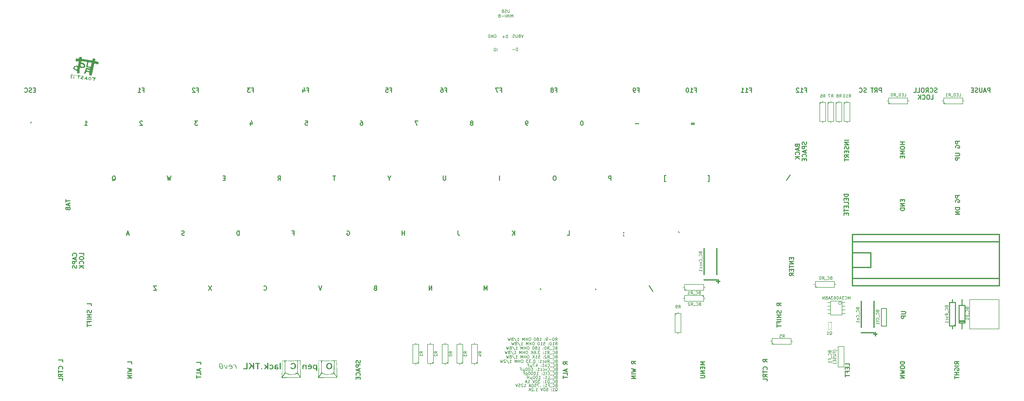
<source format=gbo>
G04 (created by PCBNEW (2013-04-19 BZR 4011)-stable) date 14/07/2013 10:02:36 PM*
%MOIN*%
G04 Gerber Fmt 3.4, Leading zero omitted, Abs format*
%FSLAX34Y34*%
G01*
G70*
G90*
G04 APERTURE LIST*
%ADD10C,0*%
%ADD11C,0.007*%
%ADD12C,0.011811*%
%ADD13C,0.015*%
%ADD14C,0.008*%
%ADD15C,0.005*%
%ADD16C,0.0031*%
%ADD17C,0.012*%
%ADD18C,0.0125*%
%ADD19C,0.0098*%
%ADD20C,0.00590551*%
%ADD21C,0.0001*%
G04 APERTURE END LIST*
G54D10*
G54D11*
X82088Y-54500D02*
X82126Y-54480D01*
X82164Y-54442D01*
X82221Y-54385D01*
X82259Y-54366D01*
X82297Y-54366D01*
X82278Y-54461D02*
X82316Y-54442D01*
X82354Y-54404D01*
X82373Y-54328D01*
X82373Y-54195D01*
X82354Y-54119D01*
X82316Y-54080D01*
X82278Y-54061D01*
X82202Y-54061D01*
X82164Y-54080D01*
X82126Y-54119D01*
X82107Y-54195D01*
X82107Y-54328D01*
X82126Y-54404D01*
X82164Y-54442D01*
X82202Y-54461D01*
X82278Y-54461D01*
X81726Y-54461D02*
X81954Y-54461D01*
X81840Y-54461D02*
X81840Y-54061D01*
X81878Y-54119D01*
X81916Y-54157D01*
X81954Y-54176D01*
X81554Y-54423D02*
X81535Y-54442D01*
X81554Y-54461D01*
X81573Y-54442D01*
X81554Y-54423D01*
X81554Y-54461D01*
X81554Y-54214D02*
X81535Y-54233D01*
X81554Y-54252D01*
X81573Y-54233D01*
X81554Y-54214D01*
X81554Y-54252D01*
X80888Y-54061D02*
X80964Y-54061D01*
X81002Y-54080D01*
X81021Y-54100D01*
X81059Y-54157D01*
X81078Y-54233D01*
X81078Y-54385D01*
X81059Y-54423D01*
X81040Y-54442D01*
X81002Y-54461D01*
X80926Y-54461D01*
X80888Y-54442D01*
X80869Y-54423D01*
X80850Y-54385D01*
X80850Y-54290D01*
X80869Y-54252D01*
X80888Y-54233D01*
X80926Y-54214D01*
X81002Y-54214D01*
X81040Y-54233D01*
X81059Y-54252D01*
X81078Y-54290D01*
X80602Y-54061D02*
X80564Y-54061D01*
X80526Y-54080D01*
X80507Y-54100D01*
X80488Y-54138D01*
X80469Y-54214D01*
X80469Y-54309D01*
X80488Y-54385D01*
X80507Y-54423D01*
X80526Y-54442D01*
X80564Y-54461D01*
X80602Y-54461D01*
X80640Y-54442D01*
X80659Y-54423D01*
X80678Y-54385D01*
X80697Y-54309D01*
X80697Y-54214D01*
X80678Y-54138D01*
X80659Y-54100D01*
X80640Y-54080D01*
X80602Y-54061D01*
X80354Y-54061D02*
X80221Y-54461D01*
X80088Y-54061D01*
X79440Y-54461D02*
X79669Y-54461D01*
X79554Y-54461D02*
X79554Y-54061D01*
X79592Y-54119D01*
X79630Y-54157D01*
X79669Y-54176D01*
X79269Y-54423D02*
X79250Y-54442D01*
X79269Y-54461D01*
X79288Y-54442D01*
X79269Y-54423D01*
X79269Y-54461D01*
X79097Y-54100D02*
X79078Y-54080D01*
X79040Y-54061D01*
X78945Y-54061D01*
X78907Y-54080D01*
X78888Y-54100D01*
X78869Y-54138D01*
X78869Y-54176D01*
X78888Y-54233D01*
X79116Y-54461D01*
X78869Y-54461D01*
X78716Y-54347D02*
X78526Y-54347D01*
X78754Y-54461D02*
X78621Y-54061D01*
X78488Y-54461D01*
X119438Y-46800D02*
X119476Y-46780D01*
X119514Y-46742D01*
X119571Y-46685D01*
X119609Y-46666D01*
X119647Y-46666D01*
X119628Y-46761D02*
X119666Y-46742D01*
X119704Y-46704D01*
X119723Y-46628D01*
X119723Y-46495D01*
X119704Y-46419D01*
X119666Y-46380D01*
X119628Y-46361D01*
X119552Y-46361D01*
X119514Y-46380D01*
X119476Y-46419D01*
X119457Y-46495D01*
X119457Y-46628D01*
X119476Y-46704D01*
X119514Y-46742D01*
X119552Y-46761D01*
X119628Y-46761D01*
X119076Y-46761D02*
X119304Y-46761D01*
X119190Y-46761D02*
X119190Y-46361D01*
X119228Y-46419D01*
X119266Y-46457D01*
X119304Y-46476D01*
X122216Y-41961D02*
X122216Y-41561D01*
X122083Y-41847D01*
X121950Y-41561D01*
X121950Y-41961D01*
X121530Y-41923D02*
X121550Y-41942D01*
X121607Y-41961D01*
X121645Y-41961D01*
X121702Y-41942D01*
X121740Y-41904D01*
X121759Y-41866D01*
X121778Y-41790D01*
X121778Y-41733D01*
X121759Y-41657D01*
X121740Y-41619D01*
X121702Y-41580D01*
X121645Y-41561D01*
X121607Y-41561D01*
X121550Y-41580D01*
X121530Y-41600D01*
X121397Y-41561D02*
X121150Y-41561D01*
X121283Y-41714D01*
X121226Y-41714D01*
X121188Y-41733D01*
X121169Y-41752D01*
X121150Y-41790D01*
X121150Y-41885D01*
X121169Y-41923D01*
X121188Y-41942D01*
X121226Y-41961D01*
X121340Y-41961D01*
X121378Y-41942D01*
X121397Y-41923D01*
X120807Y-41695D02*
X120807Y-41961D01*
X120902Y-41542D02*
X120997Y-41828D01*
X120750Y-41828D01*
X120521Y-41561D02*
X120483Y-41561D01*
X120445Y-41580D01*
X120426Y-41600D01*
X120407Y-41638D01*
X120388Y-41714D01*
X120388Y-41809D01*
X120407Y-41885D01*
X120426Y-41923D01*
X120445Y-41942D01*
X120483Y-41961D01*
X120521Y-41961D01*
X120559Y-41942D01*
X120578Y-41923D01*
X120597Y-41885D01*
X120616Y-41809D01*
X120616Y-41714D01*
X120597Y-41638D01*
X120578Y-41600D01*
X120559Y-41580D01*
X120521Y-41561D01*
X120045Y-41561D02*
X120121Y-41561D01*
X120159Y-41580D01*
X120178Y-41600D01*
X120216Y-41657D01*
X120235Y-41733D01*
X120235Y-41885D01*
X120216Y-41923D01*
X120197Y-41942D01*
X120159Y-41961D01*
X120083Y-41961D01*
X120045Y-41942D01*
X120026Y-41923D01*
X120007Y-41885D01*
X120007Y-41790D01*
X120026Y-41752D01*
X120045Y-41733D01*
X120083Y-41714D01*
X120159Y-41714D01*
X120197Y-41733D01*
X120216Y-41752D01*
X120235Y-41790D01*
X119873Y-41561D02*
X119626Y-41561D01*
X119759Y-41714D01*
X119702Y-41714D01*
X119664Y-41733D01*
X119645Y-41752D01*
X119626Y-41790D01*
X119626Y-41885D01*
X119645Y-41923D01*
X119664Y-41942D01*
X119702Y-41961D01*
X119816Y-41961D01*
X119854Y-41942D01*
X119873Y-41923D01*
X119473Y-41847D02*
X119283Y-41847D01*
X119511Y-41961D02*
X119378Y-41561D01*
X119245Y-41961D01*
X118978Y-41752D02*
X118921Y-41771D01*
X118902Y-41790D01*
X118883Y-41828D01*
X118883Y-41885D01*
X118902Y-41923D01*
X118921Y-41942D01*
X118959Y-41961D01*
X119111Y-41961D01*
X119111Y-41561D01*
X118978Y-41561D01*
X118940Y-41580D01*
X118921Y-41600D01*
X118902Y-41638D01*
X118902Y-41676D01*
X118921Y-41714D01*
X118940Y-41733D01*
X118978Y-41752D01*
X119111Y-41752D01*
X118711Y-41961D02*
X118711Y-41561D01*
X118483Y-41961D01*
X118483Y-41561D01*
X82216Y-53702D02*
X82159Y-53721D01*
X82140Y-53740D01*
X82121Y-53778D01*
X82121Y-53835D01*
X82140Y-53873D01*
X82159Y-53892D01*
X82197Y-53911D01*
X82349Y-53911D01*
X82349Y-53511D01*
X82216Y-53511D01*
X82178Y-53530D01*
X82159Y-53550D01*
X82140Y-53588D01*
X82140Y-53626D01*
X82159Y-53664D01*
X82178Y-53683D01*
X82216Y-53702D01*
X82349Y-53702D01*
X81721Y-53873D02*
X81740Y-53892D01*
X81797Y-53911D01*
X81835Y-53911D01*
X81892Y-53892D01*
X81930Y-53854D01*
X81949Y-53816D01*
X81969Y-53740D01*
X81969Y-53683D01*
X81949Y-53607D01*
X81930Y-53569D01*
X81892Y-53530D01*
X81835Y-53511D01*
X81797Y-53511D01*
X81740Y-53530D01*
X81721Y-53550D01*
X81645Y-53950D02*
X81340Y-53950D01*
X81111Y-53702D02*
X81245Y-53702D01*
X81245Y-53911D02*
X81245Y-53511D01*
X81054Y-53511D01*
X80692Y-53911D02*
X80921Y-53911D01*
X80807Y-53911D02*
X80807Y-53511D01*
X80845Y-53569D01*
X80883Y-53607D01*
X80921Y-53626D01*
X80521Y-53873D02*
X80502Y-53892D01*
X80521Y-53911D01*
X80540Y-53892D01*
X80521Y-53873D01*
X80521Y-53911D01*
X80521Y-53664D02*
X80502Y-53683D01*
X80521Y-53702D01*
X80540Y-53683D01*
X80521Y-53664D01*
X80521Y-53702D01*
X80026Y-53873D02*
X80007Y-53892D01*
X80026Y-53911D01*
X80045Y-53892D01*
X80026Y-53873D01*
X80026Y-53911D01*
X79873Y-53511D02*
X79607Y-53511D01*
X79778Y-53911D01*
X79264Y-53511D02*
X79454Y-53511D01*
X79473Y-53702D01*
X79454Y-53683D01*
X79416Y-53664D01*
X79321Y-53664D01*
X79283Y-53683D01*
X79264Y-53702D01*
X79245Y-53740D01*
X79245Y-53835D01*
X79264Y-53873D01*
X79283Y-53892D01*
X79321Y-53911D01*
X79416Y-53911D01*
X79454Y-53892D01*
X79473Y-53873D01*
X78997Y-53511D02*
X78959Y-53511D01*
X78921Y-53530D01*
X78902Y-53550D01*
X78883Y-53588D01*
X78864Y-53664D01*
X78864Y-53759D01*
X78883Y-53835D01*
X78902Y-53873D01*
X78921Y-53892D01*
X78959Y-53911D01*
X78997Y-53911D01*
X79035Y-53892D01*
X79054Y-53873D01*
X79073Y-53835D01*
X79092Y-53759D01*
X79092Y-53664D01*
X79073Y-53588D01*
X79054Y-53550D01*
X79035Y-53530D01*
X78997Y-53511D01*
X78711Y-53797D02*
X78521Y-53797D01*
X78749Y-53911D02*
X78616Y-53511D01*
X78483Y-53911D01*
X77835Y-53911D02*
X78064Y-53911D01*
X77949Y-53911D02*
X77949Y-53511D01*
X77988Y-53569D01*
X78026Y-53607D01*
X78064Y-53626D01*
X77683Y-53550D02*
X77664Y-53530D01*
X77626Y-53511D01*
X77530Y-53511D01*
X77492Y-53530D01*
X77473Y-53550D01*
X77454Y-53588D01*
X77454Y-53626D01*
X77473Y-53683D01*
X77702Y-53911D01*
X77454Y-53911D01*
X77092Y-53511D02*
X77283Y-53511D01*
X77302Y-53702D01*
X77283Y-53683D01*
X77245Y-53664D01*
X77150Y-53664D01*
X77111Y-53683D01*
X77092Y-53702D01*
X77073Y-53740D01*
X77073Y-53835D01*
X77092Y-53873D01*
X77111Y-53892D01*
X77150Y-53911D01*
X77245Y-53911D01*
X77283Y-53892D01*
X77302Y-53873D01*
X76959Y-53511D02*
X76826Y-53911D01*
X76692Y-53511D01*
X82228Y-53152D02*
X82171Y-53171D01*
X82152Y-53190D01*
X82133Y-53228D01*
X82133Y-53285D01*
X82152Y-53323D01*
X82171Y-53342D01*
X82209Y-53361D01*
X82361Y-53361D01*
X82361Y-52961D01*
X82228Y-52961D01*
X82190Y-52980D01*
X82171Y-53000D01*
X82152Y-53038D01*
X82152Y-53076D01*
X82171Y-53114D01*
X82190Y-53133D01*
X82228Y-53152D01*
X82361Y-53152D01*
X81733Y-53323D02*
X81752Y-53342D01*
X81809Y-53361D01*
X81847Y-53361D01*
X81904Y-53342D01*
X81942Y-53304D01*
X81961Y-53266D01*
X81980Y-53190D01*
X81980Y-53133D01*
X81961Y-53057D01*
X81942Y-53019D01*
X81904Y-52980D01*
X81847Y-52961D01*
X81809Y-52961D01*
X81752Y-52980D01*
X81733Y-53000D01*
X81657Y-53400D02*
X81352Y-53400D01*
X81257Y-53361D02*
X81257Y-52961D01*
X81161Y-52961D01*
X81104Y-52980D01*
X81066Y-53019D01*
X81047Y-53057D01*
X81028Y-53133D01*
X81028Y-53190D01*
X81047Y-53266D01*
X81066Y-53304D01*
X81104Y-53342D01*
X81161Y-53361D01*
X81257Y-53361D01*
X80647Y-53361D02*
X80876Y-53361D01*
X80761Y-53361D02*
X80761Y-52961D01*
X80799Y-53019D01*
X80838Y-53057D01*
X80876Y-53076D01*
X80476Y-53323D02*
X80457Y-53342D01*
X80476Y-53361D01*
X80495Y-53342D01*
X80476Y-53323D01*
X80476Y-53361D01*
X80476Y-53114D02*
X80457Y-53133D01*
X80476Y-53152D01*
X80495Y-53133D01*
X80476Y-53114D01*
X80476Y-53152D01*
X80019Y-52961D02*
X79771Y-52961D01*
X79904Y-53114D01*
X79847Y-53114D01*
X79809Y-53133D01*
X79790Y-53152D01*
X79771Y-53190D01*
X79771Y-53285D01*
X79790Y-53323D01*
X79809Y-53342D01*
X79847Y-53361D01*
X79961Y-53361D01*
X79999Y-53342D01*
X80019Y-53323D01*
X79523Y-52961D02*
X79485Y-52961D01*
X79447Y-52980D01*
X79428Y-53000D01*
X79409Y-53038D01*
X79390Y-53114D01*
X79390Y-53209D01*
X79409Y-53285D01*
X79428Y-53323D01*
X79447Y-53342D01*
X79485Y-53361D01*
X79523Y-53361D01*
X79561Y-53342D01*
X79580Y-53323D01*
X79599Y-53285D01*
X79619Y-53209D01*
X79619Y-53114D01*
X79599Y-53038D01*
X79580Y-53000D01*
X79561Y-52980D01*
X79523Y-52961D01*
X79276Y-52961D02*
X79142Y-53361D01*
X79009Y-52961D01*
X78361Y-53361D02*
X78590Y-53361D01*
X78476Y-53361D02*
X78476Y-52961D01*
X78514Y-53019D01*
X78552Y-53057D01*
X78590Y-53076D01*
X78209Y-53247D02*
X78019Y-53247D01*
X78247Y-53361D02*
X78114Y-52961D01*
X77980Y-53361D01*
X82214Y-52602D02*
X82157Y-52621D01*
X82138Y-52640D01*
X82119Y-52678D01*
X82119Y-52735D01*
X82138Y-52773D01*
X82157Y-52792D01*
X82195Y-52811D01*
X82347Y-52811D01*
X82347Y-52411D01*
X82214Y-52411D01*
X82176Y-52430D01*
X82157Y-52450D01*
X82138Y-52488D01*
X82138Y-52526D01*
X82157Y-52564D01*
X82176Y-52583D01*
X82214Y-52602D01*
X82347Y-52602D01*
X81719Y-52773D02*
X81738Y-52792D01*
X81795Y-52811D01*
X81833Y-52811D01*
X81890Y-52792D01*
X81928Y-52754D01*
X81947Y-52716D01*
X81966Y-52640D01*
X81966Y-52583D01*
X81947Y-52507D01*
X81928Y-52469D01*
X81890Y-52430D01*
X81833Y-52411D01*
X81795Y-52411D01*
X81738Y-52430D01*
X81719Y-52450D01*
X81642Y-52850D02*
X81338Y-52850D01*
X81052Y-52811D02*
X81242Y-52811D01*
X81242Y-52411D01*
X80709Y-52811D02*
X80938Y-52811D01*
X80823Y-52811D02*
X80823Y-52411D01*
X80861Y-52469D01*
X80900Y-52507D01*
X80938Y-52526D01*
X80538Y-52773D02*
X80519Y-52792D01*
X80538Y-52811D01*
X80557Y-52792D01*
X80538Y-52773D01*
X80538Y-52811D01*
X80538Y-52564D02*
X80519Y-52583D01*
X80538Y-52602D01*
X80557Y-52583D01*
X80538Y-52564D01*
X80538Y-52602D01*
X79833Y-52811D02*
X80061Y-52811D01*
X79947Y-52811D02*
X79947Y-52411D01*
X79985Y-52469D01*
X80023Y-52507D01*
X80061Y-52526D01*
X79585Y-52411D02*
X79547Y-52411D01*
X79509Y-52430D01*
X79490Y-52450D01*
X79471Y-52488D01*
X79452Y-52564D01*
X79452Y-52659D01*
X79471Y-52735D01*
X79490Y-52773D01*
X79509Y-52792D01*
X79547Y-52811D01*
X79585Y-52811D01*
X79623Y-52792D01*
X79642Y-52773D01*
X79661Y-52735D01*
X79680Y-52659D01*
X79680Y-52564D01*
X79661Y-52488D01*
X79642Y-52450D01*
X79623Y-52430D01*
X79585Y-52411D01*
X79204Y-52411D02*
X79166Y-52411D01*
X79128Y-52430D01*
X79109Y-52450D01*
X79090Y-52488D01*
X79071Y-52564D01*
X79071Y-52659D01*
X79090Y-52735D01*
X79109Y-52773D01*
X79128Y-52792D01*
X79166Y-52811D01*
X79204Y-52811D01*
X79242Y-52792D01*
X79261Y-52773D01*
X79280Y-52735D01*
X79300Y-52659D01*
X79300Y-52564D01*
X79280Y-52488D01*
X79261Y-52450D01*
X79242Y-52430D01*
X79204Y-52411D01*
X78900Y-52545D02*
X78900Y-52945D01*
X78709Y-52754D02*
X78690Y-52792D01*
X78652Y-52811D01*
X78900Y-52754D02*
X78880Y-52792D01*
X78842Y-52811D01*
X78766Y-52811D01*
X78728Y-52792D01*
X78709Y-52754D01*
X78709Y-52545D01*
X78480Y-52811D02*
X78480Y-52411D01*
X78480Y-52602D02*
X78252Y-52602D01*
X78252Y-52811D02*
X78252Y-52411D01*
X82240Y-52052D02*
X82183Y-52071D01*
X82164Y-52090D01*
X82145Y-52128D01*
X82145Y-52185D01*
X82164Y-52223D01*
X82183Y-52242D01*
X82221Y-52261D01*
X82373Y-52261D01*
X82373Y-51861D01*
X82240Y-51861D01*
X82202Y-51880D01*
X82183Y-51900D01*
X82164Y-51938D01*
X82164Y-51976D01*
X82183Y-52014D01*
X82202Y-52033D01*
X82240Y-52052D01*
X82373Y-52052D01*
X81745Y-52223D02*
X81764Y-52242D01*
X81821Y-52261D01*
X81859Y-52261D01*
X81916Y-52242D01*
X81954Y-52204D01*
X81973Y-52166D01*
X81992Y-52090D01*
X81992Y-52033D01*
X81973Y-51957D01*
X81954Y-51919D01*
X81916Y-51880D01*
X81859Y-51861D01*
X81821Y-51861D01*
X81764Y-51880D01*
X81745Y-51900D01*
X81669Y-52300D02*
X81364Y-52300D01*
X81040Y-52223D02*
X81059Y-52242D01*
X81116Y-52261D01*
X81154Y-52261D01*
X81211Y-52242D01*
X81249Y-52204D01*
X81269Y-52166D01*
X81288Y-52090D01*
X81288Y-52033D01*
X81269Y-51957D01*
X81249Y-51919D01*
X81211Y-51880D01*
X81154Y-51861D01*
X81116Y-51861D01*
X81059Y-51880D01*
X81040Y-51900D01*
X80926Y-51995D02*
X80773Y-51995D01*
X80869Y-51861D02*
X80869Y-52204D01*
X80849Y-52242D01*
X80811Y-52261D01*
X80773Y-52261D01*
X80430Y-52261D02*
X80659Y-52261D01*
X80545Y-52261D02*
X80545Y-51861D01*
X80583Y-51919D01*
X80621Y-51957D01*
X80659Y-51976D01*
X80259Y-52223D02*
X80240Y-52242D01*
X80259Y-52261D01*
X80278Y-52242D01*
X80259Y-52223D01*
X80259Y-52261D01*
X80259Y-52014D02*
X80240Y-52033D01*
X80259Y-52052D01*
X80278Y-52033D01*
X80259Y-52014D01*
X80259Y-52052D01*
X79554Y-52261D02*
X79783Y-52261D01*
X79669Y-52261D02*
X79669Y-51861D01*
X79707Y-51919D01*
X79745Y-51957D01*
X79783Y-51976D01*
X79307Y-51861D02*
X79269Y-51861D01*
X79230Y-51880D01*
X79211Y-51900D01*
X79192Y-51938D01*
X79173Y-52014D01*
X79173Y-52109D01*
X79192Y-52185D01*
X79211Y-52223D01*
X79230Y-52242D01*
X79269Y-52261D01*
X79307Y-52261D01*
X79345Y-52242D01*
X79364Y-52223D01*
X79383Y-52185D01*
X79402Y-52109D01*
X79402Y-52014D01*
X79383Y-51938D01*
X79364Y-51900D01*
X79345Y-51880D01*
X79307Y-51861D01*
X78926Y-51861D02*
X78888Y-51861D01*
X78850Y-51880D01*
X78830Y-51900D01*
X78811Y-51938D01*
X78792Y-52014D01*
X78792Y-52109D01*
X78811Y-52185D01*
X78830Y-52223D01*
X78850Y-52242D01*
X78888Y-52261D01*
X78926Y-52261D01*
X78964Y-52242D01*
X78983Y-52223D01*
X79002Y-52185D01*
X79021Y-52109D01*
X79021Y-52014D01*
X79002Y-51938D01*
X78983Y-51900D01*
X78964Y-51880D01*
X78926Y-51861D01*
X78545Y-51861D02*
X78507Y-51861D01*
X78469Y-51880D01*
X78450Y-51900D01*
X78430Y-51938D01*
X78411Y-52014D01*
X78411Y-52109D01*
X78430Y-52185D01*
X78450Y-52223D01*
X78469Y-52242D01*
X78507Y-52261D01*
X78545Y-52261D01*
X78583Y-52242D01*
X78602Y-52223D01*
X78621Y-52185D01*
X78640Y-52109D01*
X78640Y-52014D01*
X78621Y-51938D01*
X78602Y-51900D01*
X78583Y-51880D01*
X78545Y-51861D01*
X78240Y-51995D02*
X78240Y-52395D01*
X78240Y-52014D02*
X78202Y-51995D01*
X78126Y-51995D01*
X78088Y-52014D01*
X78069Y-52033D01*
X78050Y-52071D01*
X78050Y-52185D01*
X78069Y-52223D01*
X78088Y-52242D01*
X78126Y-52261D01*
X78202Y-52261D01*
X78240Y-52242D01*
X77745Y-52052D02*
X77878Y-52052D01*
X77878Y-52261D02*
X77878Y-51861D01*
X77688Y-51861D01*
X82259Y-51502D02*
X82202Y-51521D01*
X82183Y-51540D01*
X82164Y-51578D01*
X82164Y-51635D01*
X82183Y-51673D01*
X82202Y-51692D01*
X82240Y-51711D01*
X82392Y-51711D01*
X82392Y-51311D01*
X82259Y-51311D01*
X82221Y-51330D01*
X82202Y-51350D01*
X82183Y-51388D01*
X82183Y-51426D01*
X82202Y-51464D01*
X82221Y-51483D01*
X82259Y-51502D01*
X82392Y-51502D01*
X81764Y-51673D02*
X81783Y-51692D01*
X81840Y-51711D01*
X81878Y-51711D01*
X81935Y-51692D01*
X81973Y-51654D01*
X81992Y-51616D01*
X82011Y-51540D01*
X82011Y-51483D01*
X81992Y-51407D01*
X81973Y-51369D01*
X81935Y-51330D01*
X81878Y-51311D01*
X81840Y-51311D01*
X81783Y-51330D01*
X81764Y-51350D01*
X81688Y-51750D02*
X81383Y-51750D01*
X81059Y-51673D02*
X81078Y-51692D01*
X81135Y-51711D01*
X81173Y-51711D01*
X81230Y-51692D01*
X81269Y-51654D01*
X81288Y-51616D01*
X81307Y-51540D01*
X81307Y-51483D01*
X81288Y-51407D01*
X81269Y-51369D01*
X81230Y-51330D01*
X81173Y-51311D01*
X81135Y-51311D01*
X81078Y-51330D01*
X81059Y-51350D01*
X80926Y-51445D02*
X80830Y-51711D01*
X80735Y-51445D01*
X80411Y-51692D02*
X80450Y-51711D01*
X80526Y-51711D01*
X80564Y-51692D01*
X80583Y-51673D01*
X80602Y-51635D01*
X80602Y-51521D01*
X80583Y-51483D01*
X80564Y-51464D01*
X80526Y-51445D01*
X80450Y-51445D01*
X80411Y-51464D01*
X80069Y-51692D02*
X80107Y-51711D01*
X80183Y-51711D01*
X80221Y-51692D01*
X80240Y-51673D01*
X80259Y-51635D01*
X80259Y-51521D01*
X80240Y-51483D01*
X80221Y-51464D01*
X80183Y-51445D01*
X80107Y-51445D01*
X80069Y-51464D01*
X79688Y-51711D02*
X79916Y-51711D01*
X79802Y-51711D02*
X79802Y-51311D01*
X79840Y-51369D01*
X79878Y-51407D01*
X79916Y-51426D01*
X79516Y-51673D02*
X79497Y-51692D01*
X79516Y-51711D01*
X79535Y-51692D01*
X79516Y-51673D01*
X79516Y-51711D01*
X79516Y-51464D02*
X79497Y-51483D01*
X79516Y-51502D01*
X79535Y-51483D01*
X79516Y-51464D01*
X79516Y-51502D01*
X78811Y-51711D02*
X79040Y-51711D01*
X78926Y-51711D02*
X78926Y-51311D01*
X78964Y-51369D01*
X79002Y-51407D01*
X79040Y-51426D01*
X78564Y-51311D02*
X78526Y-51311D01*
X78488Y-51330D01*
X78469Y-51350D01*
X78450Y-51388D01*
X78430Y-51464D01*
X78430Y-51559D01*
X78450Y-51635D01*
X78469Y-51673D01*
X78488Y-51692D01*
X78526Y-51711D01*
X78564Y-51711D01*
X78602Y-51692D01*
X78621Y-51673D01*
X78640Y-51635D01*
X78659Y-51559D01*
X78659Y-51464D01*
X78640Y-51388D01*
X78621Y-51350D01*
X78602Y-51330D01*
X78564Y-51311D01*
X78183Y-51311D02*
X78145Y-51311D01*
X78107Y-51330D01*
X78088Y-51350D01*
X78069Y-51388D01*
X78050Y-51464D01*
X78050Y-51559D01*
X78069Y-51635D01*
X78088Y-51673D01*
X78107Y-51692D01*
X78145Y-51711D01*
X78183Y-51711D01*
X78221Y-51692D01*
X78240Y-51673D01*
X78259Y-51635D01*
X78278Y-51559D01*
X78278Y-51464D01*
X78259Y-51388D01*
X78240Y-51350D01*
X78221Y-51330D01*
X78183Y-51311D01*
X77878Y-51445D02*
X77878Y-51845D01*
X77688Y-51654D02*
X77669Y-51692D01*
X77630Y-51711D01*
X77878Y-51654D02*
X77859Y-51692D01*
X77821Y-51711D01*
X77745Y-51711D01*
X77707Y-51692D01*
X77688Y-51654D01*
X77688Y-51445D01*
X77326Y-51502D02*
X77459Y-51502D01*
X77459Y-51711D02*
X77459Y-51311D01*
X77269Y-51311D01*
X82254Y-50952D02*
X82197Y-50971D01*
X82178Y-50990D01*
X82159Y-51028D01*
X82159Y-51085D01*
X82178Y-51123D01*
X82197Y-51142D01*
X82235Y-51161D01*
X82388Y-51161D01*
X82388Y-50761D01*
X82254Y-50761D01*
X82216Y-50780D01*
X82197Y-50800D01*
X82178Y-50838D01*
X82178Y-50876D01*
X82197Y-50914D01*
X82216Y-50933D01*
X82254Y-50952D01*
X82388Y-50952D01*
X81759Y-51123D02*
X81778Y-51142D01*
X81835Y-51161D01*
X81873Y-51161D01*
X81930Y-51142D01*
X81969Y-51104D01*
X81988Y-51066D01*
X82007Y-50990D01*
X82007Y-50933D01*
X81988Y-50857D01*
X81969Y-50819D01*
X81930Y-50780D01*
X81873Y-50761D01*
X81835Y-50761D01*
X81778Y-50780D01*
X81759Y-50800D01*
X81683Y-51200D02*
X81378Y-51200D01*
X81054Y-51123D02*
X81073Y-51142D01*
X81130Y-51161D01*
X81169Y-51161D01*
X81226Y-51142D01*
X81264Y-51104D01*
X81283Y-51066D01*
X81302Y-50990D01*
X81302Y-50933D01*
X81283Y-50857D01*
X81264Y-50819D01*
X81226Y-50780D01*
X81169Y-50761D01*
X81130Y-50761D01*
X81073Y-50780D01*
X81054Y-50800D01*
X80826Y-51161D02*
X80864Y-51142D01*
X80883Y-51123D01*
X80902Y-51085D01*
X80902Y-50971D01*
X80883Y-50933D01*
X80864Y-50914D01*
X80826Y-50895D01*
X80769Y-50895D01*
X80730Y-50914D01*
X80711Y-50933D01*
X80692Y-50971D01*
X80692Y-51085D01*
X80711Y-51123D01*
X80730Y-51142D01*
X80769Y-51161D01*
X80826Y-51161D01*
X80311Y-51161D02*
X80540Y-51161D01*
X80426Y-51161D02*
X80426Y-50761D01*
X80464Y-50819D01*
X80502Y-50857D01*
X80540Y-50876D01*
X80140Y-51123D02*
X80121Y-51142D01*
X80140Y-51161D01*
X80159Y-51142D01*
X80140Y-51123D01*
X80140Y-51161D01*
X80140Y-50914D02*
X80121Y-50933D01*
X80140Y-50952D01*
X80159Y-50933D01*
X80140Y-50914D01*
X80140Y-50952D01*
X79473Y-50895D02*
X79473Y-51161D01*
X79569Y-50742D02*
X79664Y-51028D01*
X79416Y-51028D01*
X79302Y-50761D02*
X79035Y-50761D01*
X79207Y-51161D01*
X78883Y-50895D02*
X78883Y-51295D01*
X78692Y-51104D02*
X78673Y-51142D01*
X78635Y-51161D01*
X78883Y-51104D02*
X78864Y-51142D01*
X78826Y-51161D01*
X78750Y-51161D01*
X78711Y-51142D01*
X78692Y-51104D01*
X78692Y-50895D01*
X78330Y-50952D02*
X78464Y-50952D01*
X78464Y-51161D02*
X78464Y-50761D01*
X78273Y-50761D01*
X82233Y-50402D02*
X82176Y-50421D01*
X82157Y-50440D01*
X82138Y-50478D01*
X82138Y-50535D01*
X82157Y-50573D01*
X82176Y-50592D01*
X82214Y-50611D01*
X82366Y-50611D01*
X82366Y-50211D01*
X82233Y-50211D01*
X82195Y-50230D01*
X82176Y-50250D01*
X82157Y-50288D01*
X82157Y-50326D01*
X82176Y-50364D01*
X82195Y-50383D01*
X82233Y-50402D01*
X82366Y-50402D01*
X81738Y-50573D02*
X81757Y-50592D01*
X81814Y-50611D01*
X81852Y-50611D01*
X81909Y-50592D01*
X81947Y-50554D01*
X81966Y-50516D01*
X81985Y-50440D01*
X81985Y-50383D01*
X81966Y-50307D01*
X81947Y-50269D01*
X81909Y-50230D01*
X81852Y-50211D01*
X81814Y-50211D01*
X81757Y-50230D01*
X81738Y-50250D01*
X81661Y-50650D02*
X81357Y-50650D01*
X81033Y-50611D02*
X81166Y-50421D01*
X81261Y-50611D02*
X81261Y-50211D01*
X81109Y-50211D01*
X81071Y-50230D01*
X81052Y-50250D01*
X81033Y-50288D01*
X81033Y-50345D01*
X81052Y-50383D01*
X81071Y-50402D01*
X81109Y-50421D01*
X81261Y-50421D01*
X80880Y-50592D02*
X80842Y-50611D01*
X80766Y-50611D01*
X80728Y-50592D01*
X80709Y-50554D01*
X80709Y-50535D01*
X80728Y-50497D01*
X80766Y-50478D01*
X80823Y-50478D01*
X80861Y-50459D01*
X80880Y-50421D01*
X80880Y-50402D01*
X80861Y-50364D01*
X80823Y-50345D01*
X80766Y-50345D01*
X80728Y-50364D01*
X80366Y-50592D02*
X80404Y-50611D01*
X80480Y-50611D01*
X80519Y-50592D01*
X80538Y-50573D01*
X80557Y-50535D01*
X80557Y-50421D01*
X80538Y-50383D01*
X80519Y-50364D01*
X80480Y-50345D01*
X80404Y-50345D01*
X80366Y-50364D01*
X79985Y-50611D02*
X80214Y-50611D01*
X80100Y-50611D02*
X80100Y-50211D01*
X80138Y-50269D01*
X80176Y-50307D01*
X80214Y-50326D01*
X79814Y-50573D02*
X79795Y-50592D01*
X79814Y-50611D01*
X79833Y-50592D01*
X79814Y-50573D01*
X79814Y-50611D01*
X79814Y-50364D02*
X79795Y-50383D01*
X79814Y-50402D01*
X79833Y-50383D01*
X79814Y-50364D01*
X79814Y-50402D01*
X79242Y-50211D02*
X79204Y-50211D01*
X79166Y-50230D01*
X79147Y-50250D01*
X79128Y-50288D01*
X79109Y-50364D01*
X79109Y-50459D01*
X79128Y-50535D01*
X79147Y-50573D01*
X79166Y-50592D01*
X79204Y-50611D01*
X79242Y-50611D01*
X79280Y-50592D01*
X79300Y-50573D01*
X79319Y-50535D01*
X79338Y-50459D01*
X79338Y-50364D01*
X79319Y-50288D01*
X79300Y-50250D01*
X79280Y-50230D01*
X79242Y-50211D01*
X78938Y-50573D02*
X78919Y-50592D01*
X78938Y-50611D01*
X78957Y-50592D01*
X78938Y-50573D01*
X78938Y-50611D01*
X78785Y-50211D02*
X78538Y-50211D01*
X78671Y-50364D01*
X78614Y-50364D01*
X78576Y-50383D01*
X78557Y-50402D01*
X78538Y-50440D01*
X78538Y-50535D01*
X78557Y-50573D01*
X78576Y-50592D01*
X78614Y-50611D01*
X78728Y-50611D01*
X78766Y-50592D01*
X78785Y-50573D01*
X78404Y-50211D02*
X78157Y-50211D01*
X78290Y-50364D01*
X78233Y-50364D01*
X78195Y-50383D01*
X78176Y-50402D01*
X78157Y-50440D01*
X78157Y-50535D01*
X78176Y-50573D01*
X78195Y-50592D01*
X78233Y-50611D01*
X78347Y-50611D01*
X78385Y-50592D01*
X78404Y-50573D01*
X77604Y-50211D02*
X77528Y-50211D01*
X77490Y-50230D01*
X77452Y-50269D01*
X77433Y-50345D01*
X77433Y-50478D01*
X77452Y-50554D01*
X77490Y-50592D01*
X77528Y-50611D01*
X77604Y-50611D01*
X77642Y-50592D01*
X77680Y-50554D01*
X77700Y-50478D01*
X77700Y-50345D01*
X77680Y-50269D01*
X77642Y-50230D01*
X77604Y-50211D01*
X77261Y-50611D02*
X77261Y-50211D01*
X77261Y-50402D02*
X77033Y-50402D01*
X77033Y-50611D02*
X77033Y-50211D01*
X76842Y-50611D02*
X76842Y-50211D01*
X76709Y-50497D01*
X76576Y-50211D01*
X76576Y-50611D01*
X75871Y-50611D02*
X76100Y-50611D01*
X75985Y-50611D02*
X75985Y-50211D01*
X76023Y-50269D01*
X76061Y-50307D01*
X76100Y-50326D01*
X75414Y-50192D02*
X75757Y-50707D01*
X75300Y-50250D02*
X75280Y-50230D01*
X75242Y-50211D01*
X75147Y-50211D01*
X75109Y-50230D01*
X75090Y-50250D01*
X75071Y-50288D01*
X75071Y-50326D01*
X75090Y-50383D01*
X75319Y-50611D01*
X75071Y-50611D01*
X74938Y-50211D02*
X74842Y-50611D01*
X74766Y-50326D01*
X74690Y-50611D01*
X74595Y-50211D01*
X82214Y-49802D02*
X82157Y-49821D01*
X82138Y-49840D01*
X82119Y-49878D01*
X82119Y-49935D01*
X82138Y-49973D01*
X82157Y-49992D01*
X82195Y-50011D01*
X82347Y-50011D01*
X82347Y-49611D01*
X82214Y-49611D01*
X82176Y-49630D01*
X82157Y-49650D01*
X82138Y-49688D01*
X82138Y-49726D01*
X82157Y-49764D01*
X82176Y-49783D01*
X82214Y-49802D01*
X82347Y-49802D01*
X81719Y-49973D02*
X81738Y-49992D01*
X81795Y-50011D01*
X81833Y-50011D01*
X81890Y-49992D01*
X81928Y-49954D01*
X81947Y-49916D01*
X81966Y-49840D01*
X81966Y-49783D01*
X81947Y-49707D01*
X81928Y-49669D01*
X81890Y-49630D01*
X81833Y-49611D01*
X81795Y-49611D01*
X81738Y-49630D01*
X81719Y-49650D01*
X81642Y-50050D02*
X81338Y-50050D01*
X81014Y-50011D02*
X81147Y-49821D01*
X81242Y-50011D02*
X81242Y-49611D01*
X81090Y-49611D01*
X81052Y-49630D01*
X81033Y-49650D01*
X81014Y-49688D01*
X81014Y-49745D01*
X81033Y-49783D01*
X81052Y-49802D01*
X81090Y-49821D01*
X81242Y-49821D01*
X80861Y-49650D02*
X80842Y-49630D01*
X80804Y-49611D01*
X80709Y-49611D01*
X80671Y-49630D01*
X80652Y-49650D01*
X80633Y-49688D01*
X80633Y-49726D01*
X80652Y-49783D01*
X80880Y-50011D01*
X80633Y-50011D01*
X80461Y-49973D02*
X80442Y-49992D01*
X80461Y-50011D01*
X80480Y-49992D01*
X80461Y-49973D01*
X80461Y-50011D01*
X80461Y-49764D02*
X80442Y-49783D01*
X80461Y-49802D01*
X80480Y-49783D01*
X80461Y-49764D01*
X80461Y-49802D01*
X79776Y-49611D02*
X79966Y-49611D01*
X79985Y-49802D01*
X79966Y-49783D01*
X79928Y-49764D01*
X79833Y-49764D01*
X79795Y-49783D01*
X79776Y-49802D01*
X79757Y-49840D01*
X79757Y-49935D01*
X79776Y-49973D01*
X79795Y-49992D01*
X79833Y-50011D01*
X79928Y-50011D01*
X79966Y-49992D01*
X79985Y-49973D01*
X79376Y-50011D02*
X79604Y-50011D01*
X79490Y-50011D02*
X79490Y-49611D01*
X79528Y-49669D01*
X79566Y-49707D01*
X79604Y-49726D01*
X79204Y-50011D02*
X79204Y-49611D01*
X78976Y-50011D02*
X79147Y-49783D01*
X78976Y-49611D02*
X79204Y-49840D01*
X78423Y-49611D02*
X78347Y-49611D01*
X78309Y-49630D01*
X78271Y-49669D01*
X78252Y-49745D01*
X78252Y-49878D01*
X78271Y-49954D01*
X78309Y-49992D01*
X78347Y-50011D01*
X78423Y-50011D01*
X78461Y-49992D01*
X78500Y-49954D01*
X78519Y-49878D01*
X78519Y-49745D01*
X78500Y-49669D01*
X78461Y-49630D01*
X78423Y-49611D01*
X78080Y-50011D02*
X78080Y-49611D01*
X78080Y-49802D02*
X77852Y-49802D01*
X77852Y-50011D02*
X77852Y-49611D01*
X77661Y-50011D02*
X77661Y-49611D01*
X77528Y-49897D01*
X77395Y-49611D01*
X77395Y-50011D01*
X76690Y-50011D02*
X76919Y-50011D01*
X76804Y-50011D02*
X76804Y-49611D01*
X76842Y-49669D01*
X76880Y-49707D01*
X76919Y-49726D01*
X76233Y-49592D02*
X76576Y-50107D01*
X76042Y-49783D02*
X76080Y-49764D01*
X76100Y-49745D01*
X76119Y-49707D01*
X76119Y-49688D01*
X76100Y-49650D01*
X76080Y-49630D01*
X76042Y-49611D01*
X75966Y-49611D01*
X75928Y-49630D01*
X75909Y-49650D01*
X75890Y-49688D01*
X75890Y-49707D01*
X75909Y-49745D01*
X75928Y-49764D01*
X75966Y-49783D01*
X76042Y-49783D01*
X76080Y-49802D01*
X76100Y-49821D01*
X76119Y-49859D01*
X76119Y-49935D01*
X76100Y-49973D01*
X76080Y-49992D01*
X76042Y-50011D01*
X75966Y-50011D01*
X75928Y-49992D01*
X75909Y-49973D01*
X75890Y-49935D01*
X75890Y-49859D01*
X75909Y-49821D01*
X75928Y-49802D01*
X75966Y-49783D01*
X75757Y-49611D02*
X75661Y-50011D01*
X75585Y-49726D01*
X75509Y-50011D01*
X75414Y-49611D01*
X82204Y-48602D02*
X82147Y-48621D01*
X82128Y-48640D01*
X82109Y-48678D01*
X82109Y-48735D01*
X82128Y-48773D01*
X82147Y-48792D01*
X82185Y-48811D01*
X82338Y-48811D01*
X82338Y-48411D01*
X82204Y-48411D01*
X82166Y-48430D01*
X82147Y-48450D01*
X82128Y-48488D01*
X82128Y-48526D01*
X82147Y-48564D01*
X82166Y-48583D01*
X82204Y-48602D01*
X82338Y-48602D01*
X81709Y-48773D02*
X81728Y-48792D01*
X81785Y-48811D01*
X81823Y-48811D01*
X81880Y-48792D01*
X81919Y-48754D01*
X81938Y-48716D01*
X81957Y-48640D01*
X81957Y-48583D01*
X81938Y-48507D01*
X81919Y-48469D01*
X81880Y-48430D01*
X81823Y-48411D01*
X81785Y-48411D01*
X81728Y-48430D01*
X81709Y-48450D01*
X81633Y-48850D02*
X81328Y-48850D01*
X81004Y-48811D02*
X81138Y-48621D01*
X81233Y-48811D02*
X81233Y-48411D01*
X81080Y-48411D01*
X81042Y-48430D01*
X81023Y-48450D01*
X81004Y-48488D01*
X81004Y-48545D01*
X81023Y-48583D01*
X81042Y-48602D01*
X81080Y-48621D01*
X81233Y-48621D01*
X80757Y-48411D02*
X80719Y-48411D01*
X80680Y-48430D01*
X80661Y-48450D01*
X80642Y-48488D01*
X80623Y-48564D01*
X80623Y-48659D01*
X80642Y-48735D01*
X80661Y-48773D01*
X80680Y-48792D01*
X80719Y-48811D01*
X80757Y-48811D01*
X80795Y-48792D01*
X80814Y-48773D01*
X80833Y-48735D01*
X80852Y-48659D01*
X80852Y-48564D01*
X80833Y-48488D01*
X80814Y-48450D01*
X80795Y-48430D01*
X80757Y-48411D01*
X80452Y-48773D02*
X80433Y-48792D01*
X80452Y-48811D01*
X80471Y-48792D01*
X80452Y-48773D01*
X80452Y-48811D01*
X80452Y-48564D02*
X80433Y-48583D01*
X80452Y-48602D01*
X80471Y-48583D01*
X80452Y-48564D01*
X80452Y-48602D01*
X79747Y-48811D02*
X79976Y-48811D01*
X79861Y-48811D02*
X79861Y-48411D01*
X79899Y-48469D01*
X79938Y-48507D01*
X79976Y-48526D01*
X79519Y-48583D02*
X79557Y-48564D01*
X79576Y-48545D01*
X79595Y-48507D01*
X79595Y-48488D01*
X79576Y-48450D01*
X79557Y-48430D01*
X79519Y-48411D01*
X79442Y-48411D01*
X79404Y-48430D01*
X79385Y-48450D01*
X79366Y-48488D01*
X79366Y-48507D01*
X79385Y-48545D01*
X79404Y-48564D01*
X79442Y-48583D01*
X79519Y-48583D01*
X79557Y-48602D01*
X79576Y-48621D01*
X79595Y-48659D01*
X79595Y-48735D01*
X79576Y-48773D01*
X79557Y-48792D01*
X79519Y-48811D01*
X79442Y-48811D01*
X79404Y-48792D01*
X79385Y-48773D01*
X79366Y-48735D01*
X79366Y-48659D01*
X79385Y-48621D01*
X79404Y-48602D01*
X79442Y-48583D01*
X79119Y-48411D02*
X79080Y-48411D01*
X79042Y-48430D01*
X79023Y-48450D01*
X79004Y-48488D01*
X78985Y-48564D01*
X78985Y-48659D01*
X79004Y-48735D01*
X79023Y-48773D01*
X79042Y-48792D01*
X79080Y-48811D01*
X79119Y-48811D01*
X79157Y-48792D01*
X79176Y-48773D01*
X79195Y-48735D01*
X79214Y-48659D01*
X79214Y-48564D01*
X79195Y-48488D01*
X79176Y-48450D01*
X79157Y-48430D01*
X79119Y-48411D01*
X78433Y-48411D02*
X78357Y-48411D01*
X78319Y-48430D01*
X78280Y-48469D01*
X78261Y-48545D01*
X78261Y-48678D01*
X78280Y-48754D01*
X78319Y-48792D01*
X78357Y-48811D01*
X78433Y-48811D01*
X78471Y-48792D01*
X78509Y-48754D01*
X78528Y-48678D01*
X78528Y-48545D01*
X78509Y-48469D01*
X78471Y-48430D01*
X78433Y-48411D01*
X78090Y-48811D02*
X78090Y-48411D01*
X78090Y-48602D02*
X77861Y-48602D01*
X77861Y-48811D02*
X77861Y-48411D01*
X77671Y-48811D02*
X77671Y-48411D01*
X77538Y-48697D01*
X77404Y-48411D01*
X77404Y-48811D01*
X76700Y-48811D02*
X76928Y-48811D01*
X76814Y-48811D02*
X76814Y-48411D01*
X76852Y-48469D01*
X76890Y-48507D01*
X76928Y-48526D01*
X76242Y-48392D02*
X76585Y-48907D01*
X76052Y-48583D02*
X76090Y-48564D01*
X76109Y-48545D01*
X76128Y-48507D01*
X76128Y-48488D01*
X76109Y-48450D01*
X76090Y-48430D01*
X76052Y-48411D01*
X75976Y-48411D01*
X75938Y-48430D01*
X75919Y-48450D01*
X75900Y-48488D01*
X75900Y-48507D01*
X75919Y-48545D01*
X75938Y-48564D01*
X75976Y-48583D01*
X76052Y-48583D01*
X76090Y-48602D01*
X76109Y-48621D01*
X76128Y-48659D01*
X76128Y-48735D01*
X76109Y-48773D01*
X76090Y-48792D01*
X76052Y-48811D01*
X75976Y-48811D01*
X75938Y-48792D01*
X75919Y-48773D01*
X75900Y-48735D01*
X75900Y-48659D01*
X75919Y-48621D01*
X75938Y-48602D01*
X75976Y-48583D01*
X75766Y-48411D02*
X75671Y-48811D01*
X75595Y-48526D01*
X75519Y-48811D01*
X75423Y-48411D01*
X75854Y-2461D02*
X75854Y-2785D01*
X75835Y-2823D01*
X75816Y-2842D01*
X75778Y-2861D01*
X75702Y-2861D01*
X75664Y-2842D01*
X75645Y-2823D01*
X75626Y-2785D01*
X75626Y-2461D01*
X75454Y-2842D02*
X75397Y-2861D01*
X75302Y-2861D01*
X75264Y-2842D01*
X75245Y-2823D01*
X75226Y-2785D01*
X75226Y-2747D01*
X75245Y-2709D01*
X75264Y-2690D01*
X75302Y-2671D01*
X75378Y-2652D01*
X75416Y-2633D01*
X75435Y-2614D01*
X75454Y-2576D01*
X75454Y-2538D01*
X75435Y-2500D01*
X75416Y-2480D01*
X75378Y-2461D01*
X75283Y-2461D01*
X75226Y-2480D01*
X74921Y-2652D02*
X74864Y-2671D01*
X74845Y-2690D01*
X74826Y-2728D01*
X74826Y-2785D01*
X74845Y-2823D01*
X74864Y-2842D01*
X74902Y-2861D01*
X75054Y-2861D01*
X75054Y-2461D01*
X74921Y-2461D01*
X74883Y-2480D01*
X74864Y-2500D01*
X74845Y-2538D01*
X74845Y-2576D01*
X74864Y-2614D01*
X74883Y-2633D01*
X74921Y-2652D01*
X75054Y-2652D01*
X76330Y-3491D02*
X76330Y-3091D01*
X76197Y-3377D01*
X76064Y-3091D01*
X76064Y-3491D01*
X75873Y-3491D02*
X75873Y-3091D01*
X75683Y-3491D02*
X75683Y-3091D01*
X75454Y-3491D01*
X75454Y-3091D01*
X75264Y-3491D02*
X75264Y-3091D01*
X75073Y-3339D02*
X74769Y-3339D01*
X74445Y-3282D02*
X74388Y-3301D01*
X74369Y-3320D01*
X74349Y-3358D01*
X74349Y-3415D01*
X74369Y-3453D01*
X74388Y-3472D01*
X74426Y-3491D01*
X74578Y-3491D01*
X74578Y-3091D01*
X74445Y-3091D01*
X74407Y-3110D01*
X74388Y-3130D01*
X74369Y-3168D01*
X74369Y-3206D01*
X74388Y-3244D01*
X74407Y-3263D01*
X74445Y-3282D01*
X74578Y-3282D01*
X82209Y-49202D02*
X82152Y-49221D01*
X82133Y-49240D01*
X82114Y-49278D01*
X82114Y-49335D01*
X82133Y-49373D01*
X82152Y-49392D01*
X82190Y-49411D01*
X82342Y-49411D01*
X82342Y-49011D01*
X82209Y-49011D01*
X82171Y-49030D01*
X82152Y-49050D01*
X82133Y-49088D01*
X82133Y-49126D01*
X82152Y-49164D01*
X82171Y-49183D01*
X82209Y-49202D01*
X82342Y-49202D01*
X81714Y-49373D02*
X81733Y-49392D01*
X81790Y-49411D01*
X81828Y-49411D01*
X81885Y-49392D01*
X81923Y-49354D01*
X81942Y-49316D01*
X81961Y-49240D01*
X81961Y-49183D01*
X81942Y-49107D01*
X81923Y-49069D01*
X81885Y-49030D01*
X81828Y-49011D01*
X81790Y-49011D01*
X81733Y-49030D01*
X81714Y-49050D01*
X81638Y-49450D02*
X81333Y-49450D01*
X81009Y-49411D02*
X81142Y-49221D01*
X81238Y-49411D02*
X81238Y-49011D01*
X81085Y-49011D01*
X81047Y-49030D01*
X81028Y-49050D01*
X81009Y-49088D01*
X81009Y-49145D01*
X81028Y-49183D01*
X81047Y-49202D01*
X81085Y-49221D01*
X81238Y-49221D01*
X80628Y-49411D02*
X80857Y-49411D01*
X80742Y-49411D02*
X80742Y-49011D01*
X80780Y-49069D01*
X80819Y-49107D01*
X80857Y-49126D01*
X80457Y-49373D02*
X80438Y-49392D01*
X80457Y-49411D01*
X80476Y-49392D01*
X80457Y-49373D01*
X80457Y-49411D01*
X80457Y-49164D02*
X80438Y-49183D01*
X80457Y-49202D01*
X80476Y-49183D01*
X80457Y-49164D01*
X80457Y-49202D01*
X80000Y-49011D02*
X79752Y-49011D01*
X79885Y-49164D01*
X79828Y-49164D01*
X79790Y-49183D01*
X79771Y-49202D01*
X79752Y-49240D01*
X79752Y-49335D01*
X79771Y-49373D01*
X79790Y-49392D01*
X79828Y-49411D01*
X79942Y-49411D01*
X79980Y-49392D01*
X80000Y-49373D01*
X79580Y-49373D02*
X79561Y-49392D01*
X79580Y-49411D01*
X79600Y-49392D01*
X79580Y-49373D01*
X79580Y-49411D01*
X79219Y-49011D02*
X79295Y-49011D01*
X79333Y-49030D01*
X79352Y-49050D01*
X79390Y-49107D01*
X79409Y-49183D01*
X79409Y-49335D01*
X79390Y-49373D01*
X79371Y-49392D01*
X79333Y-49411D01*
X79257Y-49411D01*
X79219Y-49392D01*
X79200Y-49373D01*
X79180Y-49335D01*
X79180Y-49240D01*
X79200Y-49202D01*
X79219Y-49183D01*
X79257Y-49164D01*
X79333Y-49164D01*
X79371Y-49183D01*
X79390Y-49202D01*
X79409Y-49240D01*
X79009Y-49411D02*
X79009Y-49011D01*
X78780Y-49411D02*
X78952Y-49183D01*
X78780Y-49011D02*
X79009Y-49240D01*
X78228Y-49011D02*
X78152Y-49011D01*
X78114Y-49030D01*
X78076Y-49069D01*
X78057Y-49145D01*
X78057Y-49278D01*
X78076Y-49354D01*
X78114Y-49392D01*
X78152Y-49411D01*
X78228Y-49411D01*
X78266Y-49392D01*
X78304Y-49354D01*
X78323Y-49278D01*
X78323Y-49145D01*
X78304Y-49069D01*
X78266Y-49030D01*
X78228Y-49011D01*
X77885Y-49411D02*
X77885Y-49011D01*
X77885Y-49202D02*
X77657Y-49202D01*
X77657Y-49411D02*
X77657Y-49011D01*
X77466Y-49411D02*
X77466Y-49011D01*
X77333Y-49297D01*
X77200Y-49011D01*
X77200Y-49411D01*
X76495Y-49411D02*
X76723Y-49411D01*
X76609Y-49411D02*
X76609Y-49011D01*
X76647Y-49069D01*
X76685Y-49107D01*
X76723Y-49126D01*
X76038Y-48992D02*
X76380Y-49507D01*
X75847Y-49183D02*
X75885Y-49164D01*
X75904Y-49145D01*
X75923Y-49107D01*
X75923Y-49088D01*
X75904Y-49050D01*
X75885Y-49030D01*
X75847Y-49011D01*
X75771Y-49011D01*
X75733Y-49030D01*
X75714Y-49050D01*
X75695Y-49088D01*
X75695Y-49107D01*
X75714Y-49145D01*
X75733Y-49164D01*
X75771Y-49183D01*
X75847Y-49183D01*
X75885Y-49202D01*
X75904Y-49221D01*
X75923Y-49259D01*
X75923Y-49335D01*
X75904Y-49373D01*
X75885Y-49392D01*
X75847Y-49411D01*
X75771Y-49411D01*
X75733Y-49392D01*
X75714Y-49373D01*
X75695Y-49335D01*
X75695Y-49259D01*
X75714Y-49221D01*
X75733Y-49202D01*
X75771Y-49183D01*
X75561Y-49011D02*
X75466Y-49411D01*
X75390Y-49126D01*
X75314Y-49411D01*
X75219Y-49011D01*
X82097Y-48211D02*
X82230Y-48021D01*
X82326Y-48211D02*
X82326Y-47811D01*
X82173Y-47811D01*
X82135Y-47830D01*
X82116Y-47850D01*
X82097Y-47888D01*
X82097Y-47945D01*
X82116Y-47983D01*
X82135Y-48002D01*
X82173Y-48021D01*
X82326Y-48021D01*
X81716Y-48211D02*
X81945Y-48211D01*
X81830Y-48211D02*
X81830Y-47811D01*
X81869Y-47869D01*
X81907Y-47907D01*
X81945Y-47926D01*
X81469Y-47811D02*
X81430Y-47811D01*
X81392Y-47830D01*
X81373Y-47850D01*
X81354Y-47888D01*
X81335Y-47964D01*
X81335Y-48059D01*
X81354Y-48135D01*
X81373Y-48173D01*
X81392Y-48192D01*
X81430Y-48211D01*
X81469Y-48211D01*
X81507Y-48192D01*
X81526Y-48173D01*
X81545Y-48135D01*
X81564Y-48059D01*
X81564Y-47964D01*
X81545Y-47888D01*
X81526Y-47850D01*
X81507Y-47830D01*
X81469Y-47811D01*
X81164Y-48173D02*
X81145Y-48192D01*
X81164Y-48211D01*
X81183Y-48192D01*
X81164Y-48173D01*
X81164Y-48211D01*
X81164Y-47964D02*
X81145Y-47983D01*
X81164Y-48002D01*
X81183Y-47983D01*
X81164Y-47964D01*
X81164Y-48002D01*
X80478Y-47811D02*
X80669Y-47811D01*
X80688Y-48002D01*
X80669Y-47983D01*
X80630Y-47964D01*
X80535Y-47964D01*
X80497Y-47983D01*
X80478Y-48002D01*
X80459Y-48040D01*
X80459Y-48135D01*
X80478Y-48173D01*
X80497Y-48192D01*
X80535Y-48211D01*
X80630Y-48211D01*
X80669Y-48192D01*
X80688Y-48173D01*
X80078Y-48211D02*
X80307Y-48211D01*
X80192Y-48211D02*
X80192Y-47811D01*
X80230Y-47869D01*
X80269Y-47907D01*
X80307Y-47926D01*
X79830Y-47811D02*
X79792Y-47811D01*
X79754Y-47830D01*
X79735Y-47850D01*
X79716Y-47888D01*
X79697Y-47964D01*
X79697Y-48059D01*
X79716Y-48135D01*
X79735Y-48173D01*
X79754Y-48192D01*
X79792Y-48211D01*
X79830Y-48211D01*
X79869Y-48192D01*
X79888Y-48173D01*
X79907Y-48135D01*
X79926Y-48059D01*
X79926Y-47964D01*
X79907Y-47888D01*
X79888Y-47850D01*
X79869Y-47830D01*
X79830Y-47811D01*
X79145Y-47811D02*
X79069Y-47811D01*
X79030Y-47830D01*
X78992Y-47869D01*
X78973Y-47945D01*
X78973Y-48078D01*
X78992Y-48154D01*
X79030Y-48192D01*
X79069Y-48211D01*
X79145Y-48211D01*
X79183Y-48192D01*
X79221Y-48154D01*
X79240Y-48078D01*
X79240Y-47945D01*
X79221Y-47869D01*
X79183Y-47830D01*
X79145Y-47811D01*
X78802Y-48211D02*
X78802Y-47811D01*
X78802Y-48002D02*
X78573Y-48002D01*
X78573Y-48211D02*
X78573Y-47811D01*
X78383Y-48211D02*
X78383Y-47811D01*
X78250Y-48097D01*
X78116Y-47811D01*
X78116Y-48211D01*
X77411Y-48211D02*
X77640Y-48211D01*
X77526Y-48211D02*
X77526Y-47811D01*
X77564Y-47869D01*
X77602Y-47907D01*
X77640Y-47926D01*
X76954Y-47792D02*
X77297Y-48307D01*
X76764Y-47983D02*
X76802Y-47964D01*
X76821Y-47945D01*
X76840Y-47907D01*
X76840Y-47888D01*
X76821Y-47850D01*
X76802Y-47830D01*
X76764Y-47811D01*
X76688Y-47811D01*
X76650Y-47830D01*
X76630Y-47850D01*
X76611Y-47888D01*
X76611Y-47907D01*
X76630Y-47945D01*
X76650Y-47964D01*
X76688Y-47983D01*
X76764Y-47983D01*
X76802Y-48002D01*
X76821Y-48021D01*
X76840Y-48059D01*
X76840Y-48135D01*
X76821Y-48173D01*
X76802Y-48192D01*
X76764Y-48211D01*
X76688Y-48211D01*
X76650Y-48192D01*
X76630Y-48173D01*
X76611Y-48135D01*
X76611Y-48059D01*
X76630Y-48021D01*
X76650Y-48002D01*
X76688Y-47983D01*
X76478Y-47811D02*
X76383Y-48211D01*
X76307Y-47926D01*
X76230Y-48211D01*
X76135Y-47811D01*
X82095Y-47611D02*
X82228Y-47421D01*
X82323Y-47611D02*
X82323Y-47211D01*
X82171Y-47211D01*
X82133Y-47230D01*
X82114Y-47250D01*
X82095Y-47288D01*
X82095Y-47345D01*
X82114Y-47383D01*
X82133Y-47402D01*
X82171Y-47421D01*
X82323Y-47421D01*
X81847Y-47211D02*
X81809Y-47211D01*
X81771Y-47230D01*
X81752Y-47250D01*
X81733Y-47288D01*
X81714Y-47364D01*
X81714Y-47459D01*
X81733Y-47535D01*
X81752Y-47573D01*
X81771Y-47592D01*
X81809Y-47611D01*
X81847Y-47611D01*
X81885Y-47592D01*
X81904Y-47573D01*
X81923Y-47535D01*
X81942Y-47459D01*
X81942Y-47364D01*
X81923Y-47288D01*
X81904Y-47250D01*
X81885Y-47230D01*
X81847Y-47211D01*
X81542Y-47459D02*
X81238Y-47459D01*
X81028Y-47611D02*
X80952Y-47611D01*
X80914Y-47592D01*
X80895Y-47573D01*
X80857Y-47516D01*
X80838Y-47440D01*
X80838Y-47288D01*
X80857Y-47250D01*
X80876Y-47230D01*
X80914Y-47211D01*
X80990Y-47211D01*
X81028Y-47230D01*
X81047Y-47250D01*
X81066Y-47288D01*
X81066Y-47383D01*
X81047Y-47421D01*
X81028Y-47440D01*
X80990Y-47459D01*
X80914Y-47459D01*
X80876Y-47440D01*
X80857Y-47421D01*
X80838Y-47383D01*
X80666Y-47573D02*
X80647Y-47592D01*
X80666Y-47611D01*
X80685Y-47592D01*
X80666Y-47573D01*
X80666Y-47611D01*
X80666Y-47364D02*
X80647Y-47383D01*
X80666Y-47402D01*
X80685Y-47383D01*
X80666Y-47364D01*
X80666Y-47402D01*
X79961Y-47611D02*
X80190Y-47611D01*
X80076Y-47611D02*
X80076Y-47211D01*
X80114Y-47269D01*
X80152Y-47307D01*
X80190Y-47326D01*
X79733Y-47383D02*
X79771Y-47364D01*
X79790Y-47345D01*
X79809Y-47307D01*
X79809Y-47288D01*
X79790Y-47250D01*
X79771Y-47230D01*
X79733Y-47211D01*
X79657Y-47211D01*
X79619Y-47230D01*
X79600Y-47250D01*
X79580Y-47288D01*
X79580Y-47307D01*
X79600Y-47345D01*
X79619Y-47364D01*
X79657Y-47383D01*
X79733Y-47383D01*
X79771Y-47402D01*
X79790Y-47421D01*
X79809Y-47459D01*
X79809Y-47535D01*
X79790Y-47573D01*
X79771Y-47592D01*
X79733Y-47611D01*
X79657Y-47611D01*
X79619Y-47592D01*
X79600Y-47573D01*
X79580Y-47535D01*
X79580Y-47459D01*
X79600Y-47421D01*
X79619Y-47402D01*
X79657Y-47383D01*
X79333Y-47211D02*
X79295Y-47211D01*
X79257Y-47230D01*
X79238Y-47250D01*
X79219Y-47288D01*
X79200Y-47364D01*
X79200Y-47459D01*
X79219Y-47535D01*
X79238Y-47573D01*
X79257Y-47592D01*
X79295Y-47611D01*
X79333Y-47611D01*
X79371Y-47592D01*
X79390Y-47573D01*
X79409Y-47535D01*
X79428Y-47459D01*
X79428Y-47364D01*
X79409Y-47288D01*
X79390Y-47250D01*
X79371Y-47230D01*
X79333Y-47211D01*
X78647Y-47211D02*
X78571Y-47211D01*
X78533Y-47230D01*
X78495Y-47269D01*
X78476Y-47345D01*
X78476Y-47478D01*
X78495Y-47554D01*
X78533Y-47592D01*
X78571Y-47611D01*
X78647Y-47611D01*
X78685Y-47592D01*
X78723Y-47554D01*
X78742Y-47478D01*
X78742Y-47345D01*
X78723Y-47269D01*
X78685Y-47230D01*
X78647Y-47211D01*
X78304Y-47611D02*
X78304Y-47211D01*
X78304Y-47402D02*
X78076Y-47402D01*
X78076Y-47611D02*
X78076Y-47211D01*
X77885Y-47611D02*
X77885Y-47211D01*
X77752Y-47497D01*
X77619Y-47211D01*
X77619Y-47611D01*
X76914Y-47611D02*
X77142Y-47611D01*
X77028Y-47611D02*
X77028Y-47211D01*
X77066Y-47269D01*
X77104Y-47307D01*
X77142Y-47326D01*
X76457Y-47192D02*
X76800Y-47707D01*
X76266Y-47383D02*
X76304Y-47364D01*
X76323Y-47345D01*
X76342Y-47307D01*
X76342Y-47288D01*
X76323Y-47250D01*
X76304Y-47230D01*
X76266Y-47211D01*
X76190Y-47211D01*
X76152Y-47230D01*
X76133Y-47250D01*
X76114Y-47288D01*
X76114Y-47307D01*
X76133Y-47345D01*
X76152Y-47364D01*
X76190Y-47383D01*
X76266Y-47383D01*
X76304Y-47402D01*
X76323Y-47421D01*
X76342Y-47459D01*
X76342Y-47535D01*
X76323Y-47573D01*
X76304Y-47592D01*
X76266Y-47611D01*
X76190Y-47611D01*
X76152Y-47592D01*
X76133Y-47573D01*
X76114Y-47535D01*
X76114Y-47459D01*
X76133Y-47421D01*
X76152Y-47402D01*
X76190Y-47383D01*
X75980Y-47211D02*
X75885Y-47611D01*
X75809Y-47326D01*
X75733Y-47611D01*
X75638Y-47211D01*
X125952Y-43571D02*
X125971Y-43628D01*
X125990Y-43647D01*
X126028Y-43666D01*
X126085Y-43666D01*
X126123Y-43647D01*
X126142Y-43628D01*
X126161Y-43590D01*
X126161Y-43438D01*
X125761Y-43438D01*
X125761Y-43571D01*
X125780Y-43609D01*
X125800Y-43628D01*
X125838Y-43647D01*
X125876Y-43647D01*
X125914Y-43628D01*
X125933Y-43609D01*
X125952Y-43571D01*
X125952Y-43438D01*
X126123Y-44066D02*
X126142Y-44047D01*
X126161Y-43990D01*
X126161Y-43952D01*
X126142Y-43895D01*
X126104Y-43857D01*
X126066Y-43838D01*
X125990Y-43819D01*
X125933Y-43819D01*
X125857Y-43838D01*
X125819Y-43857D01*
X125780Y-43895D01*
X125761Y-43952D01*
X125761Y-43990D01*
X125780Y-44047D01*
X125800Y-44066D01*
X126200Y-44142D02*
X126200Y-44447D01*
X126123Y-44771D02*
X126142Y-44752D01*
X126161Y-44695D01*
X126161Y-44657D01*
X126142Y-44600D01*
X126104Y-44561D01*
X126066Y-44542D01*
X125990Y-44523D01*
X125933Y-44523D01*
X125857Y-44542D01*
X125819Y-44561D01*
X125780Y-44600D01*
X125761Y-44657D01*
X125761Y-44695D01*
X125780Y-44752D01*
X125800Y-44771D01*
X125895Y-44885D02*
X125895Y-45038D01*
X125761Y-44942D02*
X126104Y-44942D01*
X126142Y-44961D01*
X126161Y-45000D01*
X126161Y-45038D01*
X126161Y-45380D02*
X126161Y-45152D01*
X126161Y-45266D02*
X125761Y-45266D01*
X125819Y-45228D01*
X125857Y-45190D01*
X125876Y-45152D01*
X76952Y-8061D02*
X76952Y-7661D01*
X76857Y-7661D01*
X76800Y-7680D01*
X76761Y-7719D01*
X76742Y-7757D01*
X76723Y-7833D01*
X76723Y-7890D01*
X76742Y-7966D01*
X76761Y-8004D01*
X76800Y-8042D01*
X76857Y-8061D01*
X76952Y-8061D01*
X76552Y-7909D02*
X76247Y-7909D01*
X75602Y-6311D02*
X75602Y-5911D01*
X75507Y-5911D01*
X75450Y-5930D01*
X75411Y-5969D01*
X75392Y-6007D01*
X75373Y-6083D01*
X75373Y-6140D01*
X75392Y-6216D01*
X75411Y-6254D01*
X75450Y-6292D01*
X75507Y-6311D01*
X75602Y-6311D01*
X75202Y-6159D02*
X74897Y-6159D01*
X75050Y-6311D02*
X75050Y-6007D01*
X74150Y-8111D02*
X74150Y-7711D01*
X73959Y-8111D02*
X73959Y-7711D01*
X73864Y-7711D01*
X73807Y-7730D01*
X73769Y-7769D01*
X73750Y-7807D01*
X73730Y-7883D01*
X73730Y-7940D01*
X73750Y-8016D01*
X73769Y-8054D01*
X73807Y-8092D01*
X73864Y-8111D01*
X73959Y-8111D01*
X73804Y-5880D02*
X73842Y-5861D01*
X73900Y-5861D01*
X73957Y-5880D01*
X73995Y-5919D01*
X74014Y-5957D01*
X74033Y-6033D01*
X74033Y-6090D01*
X74014Y-6166D01*
X73995Y-6204D01*
X73957Y-6242D01*
X73900Y-6261D01*
X73861Y-6261D01*
X73804Y-6242D01*
X73785Y-6223D01*
X73785Y-6090D01*
X73861Y-6090D01*
X73614Y-6261D02*
X73614Y-5861D01*
X73385Y-6261D01*
X73385Y-5861D01*
X73195Y-6261D02*
X73195Y-5861D01*
X73099Y-5861D01*
X73042Y-5880D01*
X73004Y-5919D01*
X72985Y-5957D01*
X72966Y-6033D01*
X72966Y-6090D01*
X72985Y-6166D01*
X73004Y-6204D01*
X73042Y-6242D01*
X73099Y-6261D01*
X73195Y-6261D01*
X77733Y-5861D02*
X77599Y-6261D01*
X77466Y-5861D01*
X77200Y-6052D02*
X77142Y-6071D01*
X77123Y-6090D01*
X77104Y-6128D01*
X77104Y-6185D01*
X77123Y-6223D01*
X77142Y-6242D01*
X77180Y-6261D01*
X77333Y-6261D01*
X77333Y-5861D01*
X77200Y-5861D01*
X77161Y-5880D01*
X77142Y-5900D01*
X77123Y-5938D01*
X77123Y-5976D01*
X77142Y-6014D01*
X77161Y-6033D01*
X77200Y-6052D01*
X77333Y-6052D01*
X76933Y-5861D02*
X76933Y-6185D01*
X76914Y-6223D01*
X76895Y-6242D01*
X76857Y-6261D01*
X76780Y-6261D01*
X76742Y-6242D01*
X76723Y-6223D01*
X76704Y-6185D01*
X76704Y-5861D01*
X76533Y-6242D02*
X76476Y-6261D01*
X76380Y-6261D01*
X76342Y-6242D01*
X76323Y-6223D01*
X76304Y-6185D01*
X76304Y-6147D01*
X76323Y-6109D01*
X76342Y-6090D01*
X76380Y-6071D01*
X76457Y-6052D01*
X76495Y-6033D01*
X76514Y-6014D01*
X76533Y-5976D01*
X76533Y-5938D01*
X76514Y-5900D01*
X76495Y-5880D01*
X76457Y-5861D01*
X76361Y-5861D01*
X76304Y-5880D01*
X119452Y-49114D02*
X119471Y-49171D01*
X119490Y-49190D01*
X119528Y-49209D01*
X119585Y-49209D01*
X119623Y-49190D01*
X119642Y-49171D01*
X119661Y-49133D01*
X119661Y-48980D01*
X119261Y-48980D01*
X119261Y-49114D01*
X119280Y-49152D01*
X119300Y-49171D01*
X119338Y-49190D01*
X119376Y-49190D01*
X119414Y-49171D01*
X119433Y-49152D01*
X119452Y-49114D01*
X119452Y-48980D01*
X119623Y-49609D02*
X119642Y-49590D01*
X119661Y-49533D01*
X119661Y-49495D01*
X119642Y-49438D01*
X119604Y-49400D01*
X119566Y-49380D01*
X119490Y-49361D01*
X119433Y-49361D01*
X119357Y-49380D01*
X119319Y-49400D01*
X119280Y-49438D01*
X119261Y-49495D01*
X119261Y-49533D01*
X119280Y-49590D01*
X119300Y-49609D01*
X119700Y-49685D02*
X119700Y-49990D01*
X119452Y-50219D02*
X119452Y-50085D01*
X119661Y-50085D02*
X119261Y-50085D01*
X119261Y-50276D01*
X119661Y-50638D02*
X119661Y-50409D01*
X119661Y-50523D02*
X119261Y-50523D01*
X119319Y-50485D01*
X119357Y-50447D01*
X119376Y-50409D01*
X120444Y-48990D02*
X120425Y-48971D01*
X120368Y-48933D01*
X120330Y-48914D01*
X120272Y-48895D01*
X120177Y-48876D01*
X120101Y-48876D01*
X120006Y-48895D01*
X119949Y-48914D01*
X119910Y-48933D01*
X119853Y-48971D01*
X119834Y-48990D01*
X120082Y-49276D02*
X120082Y-49142D01*
X120291Y-49142D02*
X119891Y-49142D01*
X119891Y-49333D01*
X119891Y-49485D02*
X120215Y-49485D01*
X120253Y-49504D01*
X120272Y-49523D01*
X120291Y-49561D01*
X120291Y-49638D01*
X120272Y-49676D01*
X120253Y-49695D01*
X120215Y-49714D01*
X119891Y-49714D01*
X120272Y-49885D02*
X120291Y-49942D01*
X120291Y-50038D01*
X120272Y-50076D01*
X120253Y-50095D01*
X120215Y-50114D01*
X120177Y-50114D01*
X120139Y-50095D01*
X120120Y-50076D01*
X120101Y-50038D01*
X120082Y-49961D01*
X120063Y-49923D01*
X120044Y-49904D01*
X120006Y-49885D01*
X119968Y-49885D01*
X119930Y-49904D01*
X119910Y-49923D01*
X119891Y-49961D01*
X119891Y-50057D01*
X119910Y-50114D01*
X120082Y-50285D02*
X120082Y-50419D01*
X120291Y-50476D02*
X120291Y-50285D01*
X119891Y-50285D01*
X119891Y-50476D01*
X120444Y-50609D02*
X120425Y-50628D01*
X120368Y-50666D01*
X120330Y-50685D01*
X120272Y-50704D01*
X120177Y-50723D01*
X120101Y-50723D01*
X120006Y-50704D01*
X119949Y-50685D01*
X119910Y-50666D01*
X119853Y-50628D01*
X119834Y-50609D01*
X137050Y-14261D02*
X137240Y-14261D01*
X137240Y-13861D01*
X136916Y-14052D02*
X136783Y-14052D01*
X136726Y-14261D02*
X136916Y-14261D01*
X136916Y-13861D01*
X136726Y-13861D01*
X136554Y-14261D02*
X136554Y-13861D01*
X136459Y-13861D01*
X136402Y-13880D01*
X136364Y-13919D01*
X136345Y-13957D01*
X136326Y-14033D01*
X136326Y-14090D01*
X136345Y-14166D01*
X136364Y-14204D01*
X136402Y-14242D01*
X136459Y-14261D01*
X136554Y-14261D01*
X136250Y-14300D02*
X135945Y-14300D01*
X135621Y-14261D02*
X135754Y-14071D01*
X135850Y-14261D02*
X135850Y-13861D01*
X135697Y-13861D01*
X135659Y-13880D01*
X135640Y-13900D01*
X135621Y-13938D01*
X135621Y-13995D01*
X135640Y-14033D01*
X135659Y-14052D01*
X135697Y-14071D01*
X135850Y-14071D01*
X135240Y-14261D02*
X135469Y-14261D01*
X135354Y-14261D02*
X135354Y-13861D01*
X135392Y-13919D01*
X135430Y-13957D01*
X135469Y-13976D01*
X129600Y-14261D02*
X129790Y-14261D01*
X129790Y-13861D01*
X129466Y-14052D02*
X129333Y-14052D01*
X129276Y-14261D02*
X129466Y-14261D01*
X129466Y-13861D01*
X129276Y-13861D01*
X129104Y-14261D02*
X129104Y-13861D01*
X129009Y-13861D01*
X128952Y-13880D01*
X128914Y-13919D01*
X128895Y-13957D01*
X128876Y-14033D01*
X128876Y-14090D01*
X128895Y-14166D01*
X128914Y-14204D01*
X128952Y-14242D01*
X129009Y-14261D01*
X129104Y-14261D01*
X128800Y-14300D02*
X128495Y-14300D01*
X128171Y-14261D02*
X128304Y-14071D01*
X128400Y-14261D02*
X128400Y-13861D01*
X128247Y-13861D01*
X128209Y-13880D01*
X128190Y-13900D01*
X128171Y-13938D01*
X128171Y-13995D01*
X128190Y-14033D01*
X128209Y-14052D01*
X128247Y-14071D01*
X128400Y-14071D01*
X127923Y-13861D02*
X127885Y-13861D01*
X127847Y-13880D01*
X127828Y-13900D01*
X127809Y-13938D01*
X127790Y-14014D01*
X127790Y-14109D01*
X127809Y-14185D01*
X127828Y-14223D01*
X127847Y-14242D01*
X127885Y-14261D01*
X127923Y-14261D01*
X127961Y-14242D01*
X127980Y-14223D01*
X128000Y-14185D01*
X128019Y-14109D01*
X128019Y-14014D01*
X128000Y-13938D01*
X127980Y-13900D01*
X127961Y-13880D01*
X127923Y-13861D01*
X122057Y-14411D02*
X122190Y-14221D01*
X122285Y-14411D02*
X122285Y-14011D01*
X122133Y-14011D01*
X122095Y-14030D01*
X122076Y-14050D01*
X122057Y-14088D01*
X122057Y-14145D01*
X122076Y-14183D01*
X122095Y-14202D01*
X122133Y-14221D01*
X122285Y-14221D01*
X121676Y-14411D02*
X121904Y-14411D01*
X121790Y-14411D02*
X121790Y-14011D01*
X121828Y-14069D01*
X121866Y-14107D01*
X121904Y-14126D01*
X121428Y-14011D02*
X121390Y-14011D01*
X121352Y-14030D01*
X121333Y-14050D01*
X121314Y-14088D01*
X121295Y-14164D01*
X121295Y-14259D01*
X121314Y-14335D01*
X121333Y-14373D01*
X121352Y-14392D01*
X121390Y-14411D01*
X121428Y-14411D01*
X121466Y-14392D01*
X121485Y-14373D01*
X121504Y-14335D01*
X121523Y-14259D01*
X121523Y-14164D01*
X121504Y-14088D01*
X121485Y-14050D01*
X121466Y-14030D01*
X121428Y-14011D01*
X120766Y-14411D02*
X120899Y-14221D01*
X120995Y-14411D02*
X120995Y-14011D01*
X120842Y-14011D01*
X120804Y-14030D01*
X120785Y-14050D01*
X120766Y-14088D01*
X120766Y-14145D01*
X120785Y-14183D01*
X120804Y-14202D01*
X120842Y-14221D01*
X120995Y-14221D01*
X120538Y-14183D02*
X120576Y-14164D01*
X120595Y-14145D01*
X120614Y-14107D01*
X120614Y-14088D01*
X120595Y-14050D01*
X120576Y-14030D01*
X120538Y-14011D01*
X120461Y-14011D01*
X120423Y-14030D01*
X120404Y-14050D01*
X120385Y-14088D01*
X120385Y-14107D01*
X120404Y-14145D01*
X120423Y-14164D01*
X120461Y-14183D01*
X120538Y-14183D01*
X120576Y-14202D01*
X120595Y-14221D01*
X120614Y-14259D01*
X120614Y-14335D01*
X120595Y-14373D01*
X120576Y-14392D01*
X120538Y-14411D01*
X120461Y-14411D01*
X120423Y-14392D01*
X120404Y-14373D01*
X120385Y-14335D01*
X120385Y-14259D01*
X120404Y-14221D01*
X120423Y-14202D01*
X120461Y-14183D01*
X119666Y-14411D02*
X119799Y-14221D01*
X119895Y-14411D02*
X119895Y-14011D01*
X119742Y-14011D01*
X119704Y-14030D01*
X119685Y-14050D01*
X119666Y-14088D01*
X119666Y-14145D01*
X119685Y-14183D01*
X119704Y-14202D01*
X119742Y-14221D01*
X119895Y-14221D01*
X119533Y-14011D02*
X119266Y-14011D01*
X119438Y-14411D01*
X118566Y-14411D02*
X118699Y-14221D01*
X118795Y-14411D02*
X118795Y-14011D01*
X118642Y-14011D01*
X118604Y-14030D01*
X118585Y-14050D01*
X118566Y-14088D01*
X118566Y-14145D01*
X118585Y-14183D01*
X118604Y-14202D01*
X118642Y-14221D01*
X118795Y-14221D01*
X118223Y-14011D02*
X118299Y-14011D01*
X118338Y-14030D01*
X118357Y-14050D01*
X118395Y-14107D01*
X118414Y-14183D01*
X118414Y-14335D01*
X118395Y-14373D01*
X118376Y-14392D01*
X118338Y-14411D01*
X118261Y-14411D01*
X118223Y-14392D01*
X118204Y-14373D01*
X118185Y-14335D01*
X118185Y-14240D01*
X118204Y-14202D01*
X118223Y-14183D01*
X118261Y-14164D01*
X118338Y-14164D01*
X118376Y-14183D01*
X118395Y-14202D01*
X118414Y-14240D01*
X64011Y-49333D02*
X63821Y-49200D01*
X64011Y-49104D02*
X63611Y-49104D01*
X63611Y-49257D01*
X63630Y-49295D01*
X63650Y-49314D01*
X63688Y-49333D01*
X63745Y-49333D01*
X63783Y-49314D01*
X63802Y-49295D01*
X63821Y-49257D01*
X63821Y-49104D01*
X64011Y-49714D02*
X64011Y-49485D01*
X64011Y-49600D02*
X63611Y-49600D01*
X63669Y-49561D01*
X63707Y-49523D01*
X63726Y-49485D01*
X66011Y-49333D02*
X65821Y-49200D01*
X66011Y-49104D02*
X65611Y-49104D01*
X65611Y-49257D01*
X65630Y-49295D01*
X65650Y-49314D01*
X65688Y-49333D01*
X65745Y-49333D01*
X65783Y-49314D01*
X65802Y-49295D01*
X65821Y-49257D01*
X65821Y-49104D01*
X65650Y-49485D02*
X65630Y-49504D01*
X65611Y-49542D01*
X65611Y-49638D01*
X65630Y-49676D01*
X65650Y-49695D01*
X65688Y-49714D01*
X65726Y-49714D01*
X65783Y-49695D01*
X66011Y-49466D01*
X66011Y-49714D01*
X68011Y-49333D02*
X67821Y-49200D01*
X68011Y-49104D02*
X67611Y-49104D01*
X67611Y-49257D01*
X67630Y-49295D01*
X67650Y-49314D01*
X67688Y-49333D01*
X67745Y-49333D01*
X67783Y-49314D01*
X67802Y-49295D01*
X67821Y-49257D01*
X67821Y-49104D01*
X67611Y-49580D02*
X67611Y-49619D01*
X67630Y-49657D01*
X67650Y-49676D01*
X67688Y-49695D01*
X67764Y-49714D01*
X67859Y-49714D01*
X67935Y-49695D01*
X67973Y-49676D01*
X67992Y-49657D01*
X68011Y-49619D01*
X68011Y-49580D01*
X67992Y-49542D01*
X67973Y-49523D01*
X67935Y-49504D01*
X67859Y-49485D01*
X67764Y-49485D01*
X67688Y-49504D01*
X67650Y-49523D01*
X67630Y-49542D01*
X67611Y-49580D01*
X70011Y-49333D02*
X69821Y-49200D01*
X70011Y-49104D02*
X69611Y-49104D01*
X69611Y-49257D01*
X69630Y-49295D01*
X69650Y-49314D01*
X69688Y-49333D01*
X69745Y-49333D01*
X69783Y-49314D01*
X69802Y-49295D01*
X69821Y-49257D01*
X69821Y-49104D01*
X69611Y-49466D02*
X69611Y-49714D01*
X69764Y-49580D01*
X69764Y-49638D01*
X69783Y-49676D01*
X69802Y-49695D01*
X69840Y-49714D01*
X69935Y-49714D01*
X69973Y-49695D01*
X69992Y-49676D01*
X70011Y-49638D01*
X70011Y-49523D01*
X69992Y-49485D01*
X69973Y-49466D01*
X72011Y-49333D02*
X71821Y-49200D01*
X72011Y-49104D02*
X71611Y-49104D01*
X71611Y-49257D01*
X71630Y-49295D01*
X71650Y-49314D01*
X71688Y-49333D01*
X71745Y-49333D01*
X71783Y-49314D01*
X71802Y-49295D01*
X71821Y-49257D01*
X71821Y-49104D01*
X71745Y-49676D02*
X72011Y-49676D01*
X71592Y-49580D02*
X71878Y-49485D01*
X71878Y-49733D01*
X98866Y-43161D02*
X98999Y-42971D01*
X99095Y-43161D02*
X99095Y-42761D01*
X98942Y-42761D01*
X98904Y-42780D01*
X98885Y-42800D01*
X98866Y-42838D01*
X98866Y-42895D01*
X98885Y-42933D01*
X98904Y-42952D01*
X98942Y-42971D01*
X99095Y-42971D01*
X98676Y-43161D02*
X98599Y-43161D01*
X98561Y-43142D01*
X98542Y-43123D01*
X98504Y-43066D01*
X98485Y-42990D01*
X98485Y-42838D01*
X98504Y-42800D01*
X98523Y-42780D01*
X98561Y-42761D01*
X98638Y-42761D01*
X98676Y-42780D01*
X98695Y-42800D01*
X98714Y-42838D01*
X98714Y-42933D01*
X98695Y-42971D01*
X98676Y-42990D01*
X98638Y-43009D01*
X98561Y-43009D01*
X98523Y-42990D01*
X98504Y-42971D01*
X98485Y-42933D01*
X113016Y-47161D02*
X113149Y-46971D01*
X113245Y-47161D02*
X113245Y-46761D01*
X113092Y-46761D01*
X113054Y-46780D01*
X113035Y-46800D01*
X113016Y-46838D01*
X113016Y-46895D01*
X113035Y-46933D01*
X113054Y-46952D01*
X113092Y-46971D01*
X113245Y-46971D01*
X112654Y-46761D02*
X112845Y-46761D01*
X112864Y-46952D01*
X112845Y-46933D01*
X112807Y-46914D01*
X112711Y-46914D01*
X112673Y-46933D01*
X112654Y-46952D01*
X112635Y-46990D01*
X112635Y-47085D01*
X112654Y-47123D01*
X112673Y-47142D01*
X112711Y-47161D01*
X112807Y-47161D01*
X112845Y-47142D01*
X112864Y-47123D01*
X119614Y-39052D02*
X119557Y-39071D01*
X119538Y-39090D01*
X119519Y-39128D01*
X119519Y-39185D01*
X119538Y-39223D01*
X119557Y-39242D01*
X119595Y-39261D01*
X119747Y-39261D01*
X119747Y-38861D01*
X119614Y-38861D01*
X119576Y-38880D01*
X119557Y-38900D01*
X119538Y-38938D01*
X119538Y-38976D01*
X119557Y-39014D01*
X119576Y-39033D01*
X119614Y-39052D01*
X119747Y-39052D01*
X119119Y-39223D02*
X119138Y-39242D01*
X119195Y-39261D01*
X119233Y-39261D01*
X119290Y-39242D01*
X119328Y-39204D01*
X119347Y-39166D01*
X119366Y-39090D01*
X119366Y-39033D01*
X119347Y-38957D01*
X119328Y-38919D01*
X119290Y-38880D01*
X119233Y-38861D01*
X119195Y-38861D01*
X119138Y-38880D01*
X119119Y-38900D01*
X119042Y-39300D02*
X118738Y-39300D01*
X118414Y-39261D02*
X118547Y-39071D01*
X118642Y-39261D02*
X118642Y-38861D01*
X118490Y-38861D01*
X118452Y-38880D01*
X118433Y-38900D01*
X118414Y-38938D01*
X118414Y-38995D01*
X118433Y-39033D01*
X118452Y-39052D01*
X118490Y-39071D01*
X118642Y-39071D01*
X118166Y-38861D02*
X118128Y-38861D01*
X118090Y-38880D01*
X118071Y-38900D01*
X118052Y-38938D01*
X118033Y-39014D01*
X118033Y-39109D01*
X118052Y-39185D01*
X118071Y-39223D01*
X118090Y-39242D01*
X118128Y-39261D01*
X118166Y-39261D01*
X118204Y-39242D01*
X118223Y-39223D01*
X118242Y-39185D01*
X118261Y-39109D01*
X118261Y-39014D01*
X118242Y-38938D01*
X118223Y-38900D01*
X118204Y-38880D01*
X118166Y-38861D01*
X138152Y-43185D02*
X138171Y-43242D01*
X138190Y-43261D01*
X138228Y-43280D01*
X138285Y-43280D01*
X138323Y-43261D01*
X138342Y-43242D01*
X138361Y-43204D01*
X138361Y-43052D01*
X137961Y-43052D01*
X137961Y-43185D01*
X137980Y-43223D01*
X138000Y-43242D01*
X138038Y-43261D01*
X138076Y-43261D01*
X138114Y-43242D01*
X138133Y-43223D01*
X138152Y-43185D01*
X138152Y-43052D01*
X138323Y-43680D02*
X138342Y-43661D01*
X138361Y-43604D01*
X138361Y-43566D01*
X138342Y-43509D01*
X138304Y-43471D01*
X138266Y-43452D01*
X138190Y-43433D01*
X138133Y-43433D01*
X138057Y-43452D01*
X138019Y-43471D01*
X137980Y-43509D01*
X137961Y-43566D01*
X137961Y-43604D01*
X137980Y-43661D01*
X138000Y-43680D01*
X138400Y-43757D02*
X138400Y-44061D01*
X138361Y-44157D02*
X137961Y-44157D01*
X137961Y-44252D01*
X137980Y-44309D01*
X138019Y-44347D01*
X138057Y-44366D01*
X138133Y-44385D01*
X138190Y-44385D01*
X138266Y-44366D01*
X138304Y-44347D01*
X138342Y-44309D01*
X138361Y-44252D01*
X138361Y-44157D01*
X138361Y-44766D02*
X138361Y-44538D01*
X138361Y-44652D02*
X137961Y-44652D01*
X138019Y-44614D01*
X138057Y-44576D01*
X138076Y-44538D01*
X135352Y-42952D02*
X135371Y-43009D01*
X135390Y-43028D01*
X135428Y-43047D01*
X135485Y-43047D01*
X135523Y-43028D01*
X135542Y-43009D01*
X135561Y-42971D01*
X135561Y-42819D01*
X135161Y-42819D01*
X135161Y-42952D01*
X135180Y-42990D01*
X135200Y-43009D01*
X135238Y-43028D01*
X135276Y-43028D01*
X135314Y-43009D01*
X135333Y-42990D01*
X135352Y-42952D01*
X135352Y-42819D01*
X135523Y-43447D02*
X135542Y-43428D01*
X135561Y-43371D01*
X135561Y-43333D01*
X135542Y-43276D01*
X135504Y-43238D01*
X135466Y-43219D01*
X135390Y-43200D01*
X135333Y-43200D01*
X135257Y-43219D01*
X135219Y-43238D01*
X135180Y-43276D01*
X135161Y-43333D01*
X135161Y-43371D01*
X135180Y-43428D01*
X135200Y-43447D01*
X135600Y-43523D02*
X135600Y-43828D01*
X135561Y-44152D02*
X135371Y-44019D01*
X135561Y-43923D02*
X135161Y-43923D01*
X135161Y-44076D01*
X135180Y-44114D01*
X135200Y-44133D01*
X135238Y-44152D01*
X135295Y-44152D01*
X135333Y-44133D01*
X135352Y-44114D01*
X135371Y-44076D01*
X135371Y-43923D01*
X135542Y-44304D02*
X135561Y-44342D01*
X135561Y-44419D01*
X135542Y-44457D01*
X135504Y-44476D01*
X135485Y-44476D01*
X135447Y-44457D01*
X135428Y-44419D01*
X135428Y-44361D01*
X135409Y-44323D01*
X135371Y-44304D01*
X135352Y-44304D01*
X135314Y-44323D01*
X135295Y-44361D01*
X135295Y-44419D01*
X135314Y-44457D01*
X135542Y-44819D02*
X135561Y-44780D01*
X135561Y-44704D01*
X135542Y-44666D01*
X135523Y-44647D01*
X135485Y-44628D01*
X135371Y-44628D01*
X135333Y-44647D01*
X135314Y-44666D01*
X135295Y-44704D01*
X135295Y-44780D01*
X135314Y-44819D01*
X135561Y-45200D02*
X135561Y-44971D01*
X135561Y-45085D02*
X135161Y-45085D01*
X135219Y-45047D01*
X135257Y-45009D01*
X135276Y-44971D01*
X123252Y-43204D02*
X123271Y-43261D01*
X123290Y-43280D01*
X123328Y-43300D01*
X123385Y-43300D01*
X123423Y-43280D01*
X123442Y-43261D01*
X123461Y-43223D01*
X123461Y-43071D01*
X123061Y-43071D01*
X123061Y-43204D01*
X123080Y-43242D01*
X123100Y-43261D01*
X123138Y-43280D01*
X123176Y-43280D01*
X123214Y-43261D01*
X123233Y-43242D01*
X123252Y-43204D01*
X123252Y-43071D01*
X123423Y-43700D02*
X123442Y-43680D01*
X123461Y-43623D01*
X123461Y-43585D01*
X123442Y-43528D01*
X123404Y-43490D01*
X123366Y-43471D01*
X123290Y-43452D01*
X123233Y-43452D01*
X123157Y-43471D01*
X123119Y-43490D01*
X123080Y-43528D01*
X123061Y-43585D01*
X123061Y-43623D01*
X123080Y-43680D01*
X123100Y-43700D01*
X123500Y-43776D02*
X123500Y-44080D01*
X123423Y-44404D02*
X123442Y-44385D01*
X123461Y-44328D01*
X123461Y-44290D01*
X123442Y-44233D01*
X123404Y-44195D01*
X123366Y-44176D01*
X123290Y-44157D01*
X123233Y-44157D01*
X123157Y-44176D01*
X123119Y-44195D01*
X123080Y-44233D01*
X123061Y-44290D01*
X123061Y-44328D01*
X123080Y-44385D01*
X123100Y-44404D01*
X123461Y-44633D02*
X123442Y-44595D01*
X123423Y-44576D01*
X123385Y-44557D01*
X123271Y-44557D01*
X123233Y-44576D01*
X123214Y-44595D01*
X123195Y-44633D01*
X123195Y-44690D01*
X123214Y-44728D01*
X123233Y-44747D01*
X123271Y-44766D01*
X123385Y-44766D01*
X123423Y-44747D01*
X123442Y-44728D01*
X123461Y-44690D01*
X123461Y-44633D01*
X123461Y-45147D02*
X123461Y-44919D01*
X123461Y-45033D02*
X123061Y-45033D01*
X123119Y-44995D01*
X123157Y-44957D01*
X123176Y-44919D01*
X101852Y-35590D02*
X101871Y-35647D01*
X101890Y-35666D01*
X101928Y-35685D01*
X101985Y-35685D01*
X102023Y-35666D01*
X102042Y-35647D01*
X102061Y-35609D01*
X102061Y-35457D01*
X101661Y-35457D01*
X101661Y-35590D01*
X101680Y-35628D01*
X101700Y-35647D01*
X101738Y-35666D01*
X101776Y-35666D01*
X101814Y-35647D01*
X101833Y-35628D01*
X101852Y-35590D01*
X101852Y-35457D01*
X102023Y-36085D02*
X102042Y-36066D01*
X102061Y-36009D01*
X102061Y-35971D01*
X102042Y-35914D01*
X102004Y-35876D01*
X101966Y-35857D01*
X101890Y-35838D01*
X101833Y-35838D01*
X101757Y-35857D01*
X101719Y-35876D01*
X101680Y-35914D01*
X101661Y-35971D01*
X101661Y-36009D01*
X101680Y-36066D01*
X101700Y-36085D01*
X102100Y-36161D02*
X102100Y-36466D01*
X102023Y-36790D02*
X102042Y-36771D01*
X102061Y-36714D01*
X102061Y-36676D01*
X102042Y-36619D01*
X102004Y-36580D01*
X101966Y-36561D01*
X101890Y-36542D01*
X101833Y-36542D01*
X101757Y-36561D01*
X101719Y-36580D01*
X101680Y-36619D01*
X101661Y-36676D01*
X101661Y-36714D01*
X101680Y-36771D01*
X101700Y-36790D01*
X101795Y-36923D02*
X102061Y-37019D01*
X101795Y-37114D01*
X102042Y-37438D02*
X102061Y-37400D01*
X102061Y-37323D01*
X102042Y-37285D01*
X102023Y-37266D01*
X101985Y-37247D01*
X101871Y-37247D01*
X101833Y-37266D01*
X101814Y-37285D01*
X101795Y-37323D01*
X101795Y-37400D01*
X101814Y-37438D01*
X102042Y-37780D02*
X102061Y-37742D01*
X102061Y-37666D01*
X102042Y-37628D01*
X102023Y-37609D01*
X101985Y-37590D01*
X101871Y-37590D01*
X101833Y-37609D01*
X101814Y-37628D01*
X101795Y-37666D01*
X101795Y-37742D01*
X101814Y-37780D01*
X102061Y-38161D02*
X102061Y-37933D01*
X102061Y-38047D02*
X101661Y-38047D01*
X101719Y-38009D01*
X101757Y-37971D01*
X101776Y-37933D01*
X101764Y-42602D02*
X101707Y-42621D01*
X101688Y-42640D01*
X101669Y-42678D01*
X101669Y-42735D01*
X101688Y-42773D01*
X101707Y-42792D01*
X101745Y-42811D01*
X101897Y-42811D01*
X101897Y-42411D01*
X101764Y-42411D01*
X101726Y-42430D01*
X101707Y-42450D01*
X101688Y-42488D01*
X101688Y-42526D01*
X101707Y-42564D01*
X101726Y-42583D01*
X101764Y-42602D01*
X101897Y-42602D01*
X101269Y-42773D02*
X101288Y-42792D01*
X101345Y-42811D01*
X101383Y-42811D01*
X101440Y-42792D01*
X101478Y-42754D01*
X101497Y-42716D01*
X101516Y-42640D01*
X101516Y-42583D01*
X101497Y-42507D01*
X101478Y-42469D01*
X101440Y-42430D01*
X101383Y-42411D01*
X101345Y-42411D01*
X101288Y-42430D01*
X101269Y-42450D01*
X101192Y-42850D02*
X100888Y-42850D01*
X100564Y-42811D02*
X100697Y-42621D01*
X100792Y-42811D02*
X100792Y-42411D01*
X100640Y-42411D01*
X100602Y-42430D01*
X100583Y-42450D01*
X100564Y-42488D01*
X100564Y-42545D01*
X100583Y-42583D01*
X100602Y-42602D01*
X100640Y-42621D01*
X100792Y-42621D01*
X100411Y-42450D02*
X100392Y-42430D01*
X100354Y-42411D01*
X100259Y-42411D01*
X100221Y-42430D01*
X100202Y-42450D01*
X100183Y-42488D01*
X100183Y-42526D01*
X100202Y-42583D01*
X100430Y-42811D01*
X100183Y-42811D01*
X101714Y-41052D02*
X101657Y-41071D01*
X101638Y-41090D01*
X101619Y-41128D01*
X101619Y-41185D01*
X101638Y-41223D01*
X101657Y-41242D01*
X101695Y-41261D01*
X101847Y-41261D01*
X101847Y-40861D01*
X101714Y-40861D01*
X101676Y-40880D01*
X101657Y-40900D01*
X101638Y-40938D01*
X101638Y-40976D01*
X101657Y-41014D01*
X101676Y-41033D01*
X101714Y-41052D01*
X101847Y-41052D01*
X101219Y-41223D02*
X101238Y-41242D01*
X101295Y-41261D01*
X101333Y-41261D01*
X101390Y-41242D01*
X101428Y-41204D01*
X101447Y-41166D01*
X101466Y-41090D01*
X101466Y-41033D01*
X101447Y-40957D01*
X101428Y-40919D01*
X101390Y-40880D01*
X101333Y-40861D01*
X101295Y-40861D01*
X101238Y-40880D01*
X101219Y-40900D01*
X101142Y-41300D02*
X100838Y-41300D01*
X100514Y-41261D02*
X100647Y-41071D01*
X100742Y-41261D02*
X100742Y-40861D01*
X100590Y-40861D01*
X100552Y-40880D01*
X100533Y-40900D01*
X100514Y-40938D01*
X100514Y-40995D01*
X100533Y-41033D01*
X100552Y-41052D01*
X100590Y-41071D01*
X100742Y-41071D01*
X100133Y-41261D02*
X100361Y-41261D01*
X100247Y-41261D02*
X100247Y-40861D01*
X100285Y-40919D01*
X100323Y-40957D01*
X100361Y-40976D01*
G54D12*
X137139Y-27820D02*
X136548Y-27820D01*
X136548Y-28045D01*
X136576Y-28101D01*
X136604Y-28129D01*
X136660Y-28157D01*
X136745Y-28157D01*
X136801Y-28129D01*
X136829Y-28101D01*
X136857Y-28045D01*
X136857Y-27820D01*
X136576Y-28720D02*
X136548Y-28664D01*
X136548Y-28579D01*
X136576Y-28495D01*
X136632Y-28439D01*
X136689Y-28411D01*
X136801Y-28382D01*
X136885Y-28382D01*
X136998Y-28411D01*
X137054Y-28439D01*
X137110Y-28495D01*
X137139Y-28579D01*
X137139Y-28635D01*
X137110Y-28720D01*
X137082Y-28748D01*
X136885Y-28748D01*
X136885Y-28635D01*
X137139Y-29451D02*
X136548Y-29451D01*
X136548Y-29592D01*
X136576Y-29676D01*
X136632Y-29732D01*
X136689Y-29760D01*
X136801Y-29788D01*
X136885Y-29788D01*
X136998Y-29760D01*
X137054Y-29732D01*
X137110Y-29676D01*
X137139Y-29592D01*
X137139Y-29451D01*
X137139Y-30042D02*
X136548Y-30042D01*
X137139Y-30379D01*
X136548Y-30379D01*
X137139Y-20420D02*
X136548Y-20420D01*
X136548Y-20645D01*
X136576Y-20701D01*
X136604Y-20729D01*
X136660Y-20757D01*
X136745Y-20757D01*
X136801Y-20729D01*
X136829Y-20701D01*
X136857Y-20645D01*
X136857Y-20420D01*
X136576Y-21320D02*
X136548Y-21264D01*
X136548Y-21179D01*
X136576Y-21095D01*
X136632Y-21039D01*
X136689Y-21011D01*
X136801Y-20982D01*
X136885Y-20982D01*
X136998Y-21011D01*
X137054Y-21039D01*
X137110Y-21095D01*
X137139Y-21179D01*
X137139Y-21235D01*
X137110Y-21320D01*
X137082Y-21348D01*
X136885Y-21348D01*
X136885Y-21235D01*
X136548Y-22051D02*
X137026Y-22051D01*
X137082Y-22079D01*
X137110Y-22107D01*
X137139Y-22164D01*
X137139Y-22276D01*
X137110Y-22332D01*
X137082Y-22360D01*
X137026Y-22388D01*
X136548Y-22388D01*
X137139Y-22670D02*
X136548Y-22670D01*
X136548Y-22895D01*
X136576Y-22951D01*
X136604Y-22979D01*
X136660Y-23007D01*
X136745Y-23007D01*
X136801Y-22979D01*
X136829Y-22951D01*
X136857Y-22895D01*
X136857Y-22670D01*
X129329Y-28368D02*
X129329Y-28565D01*
X129639Y-28650D02*
X129639Y-28368D01*
X129048Y-28368D01*
X129048Y-28650D01*
X129639Y-28903D02*
X129048Y-28903D01*
X129639Y-29240D01*
X129048Y-29240D01*
X129639Y-29521D02*
X129048Y-29521D01*
X129048Y-29662D01*
X129076Y-29746D01*
X129132Y-29803D01*
X129189Y-29831D01*
X129301Y-29859D01*
X129385Y-29859D01*
X129498Y-29831D01*
X129554Y-29803D01*
X129610Y-29746D01*
X129639Y-29662D01*
X129639Y-29521D01*
X129639Y-20517D02*
X129048Y-20517D01*
X129329Y-20517D02*
X129329Y-20854D01*
X129639Y-20854D02*
X129048Y-20854D01*
X129048Y-21248D02*
X129048Y-21360D01*
X129076Y-21417D01*
X129132Y-21473D01*
X129245Y-21501D01*
X129442Y-21501D01*
X129554Y-21473D01*
X129610Y-21417D01*
X129639Y-21360D01*
X129639Y-21248D01*
X129610Y-21192D01*
X129554Y-21135D01*
X129442Y-21107D01*
X129245Y-21107D01*
X129132Y-21135D01*
X129076Y-21192D01*
X129048Y-21248D01*
X129639Y-21754D02*
X129048Y-21754D01*
X129470Y-21951D01*
X129048Y-22148D01*
X129639Y-22148D01*
X129329Y-22429D02*
X129329Y-22626D01*
X129639Y-22710D02*
X129639Y-22429D01*
X129048Y-22429D01*
X129048Y-22710D01*
X121989Y-27629D02*
X121398Y-27629D01*
X121398Y-27770D01*
X121426Y-27854D01*
X121482Y-27911D01*
X121539Y-27939D01*
X121651Y-27967D01*
X121735Y-27967D01*
X121848Y-27939D01*
X121904Y-27911D01*
X121960Y-27854D01*
X121989Y-27770D01*
X121989Y-27629D01*
X121679Y-28220D02*
X121679Y-28417D01*
X121989Y-28501D02*
X121989Y-28220D01*
X121398Y-28220D01*
X121398Y-28501D01*
X121989Y-29035D02*
X121989Y-28754D01*
X121398Y-28754D01*
X121679Y-29232D02*
X121679Y-29429D01*
X121989Y-29514D02*
X121989Y-29232D01*
X121398Y-29232D01*
X121398Y-29514D01*
X121398Y-29682D02*
X121398Y-30020D01*
X121989Y-29851D02*
X121398Y-29851D01*
X121679Y-30217D02*
X121679Y-30413D01*
X121989Y-30498D02*
X121989Y-30217D01*
X121398Y-30217D01*
X121398Y-30498D01*
X122039Y-20272D02*
X121448Y-20272D01*
X122039Y-20553D02*
X121448Y-20553D01*
X122039Y-20890D01*
X121448Y-20890D01*
X122010Y-21143D02*
X122039Y-21228D01*
X122039Y-21368D01*
X122010Y-21425D01*
X121982Y-21453D01*
X121926Y-21481D01*
X121870Y-21481D01*
X121814Y-21453D01*
X121785Y-21425D01*
X121757Y-21368D01*
X121729Y-21256D01*
X121701Y-21200D01*
X121673Y-21171D01*
X121617Y-21143D01*
X121560Y-21143D01*
X121504Y-21171D01*
X121476Y-21200D01*
X121448Y-21256D01*
X121448Y-21396D01*
X121476Y-21481D01*
X121729Y-21734D02*
X121729Y-21931D01*
X122039Y-22015D02*
X122039Y-21734D01*
X121448Y-21734D01*
X121448Y-22015D01*
X122039Y-22606D02*
X121757Y-22409D01*
X122039Y-22268D02*
X121448Y-22268D01*
X121448Y-22493D01*
X121476Y-22549D01*
X121504Y-22578D01*
X121560Y-22606D01*
X121645Y-22606D01*
X121701Y-22578D01*
X121729Y-22549D01*
X121757Y-22493D01*
X121757Y-22268D01*
X121448Y-22774D02*
X121448Y-23112D01*
X122039Y-22943D02*
X121448Y-22943D01*
X94846Y-40120D02*
X95353Y-40879D01*
X87600Y-40582D02*
X87571Y-40610D01*
X87600Y-40639D01*
X87628Y-40610D01*
X87600Y-40582D01*
X87600Y-40639D01*
X80071Y-40510D02*
X80071Y-40539D01*
X80100Y-40595D01*
X80128Y-40623D01*
X72796Y-40739D02*
X72796Y-40148D01*
X72600Y-40570D01*
X72403Y-40148D01*
X72403Y-40739D01*
X65268Y-40739D02*
X65268Y-40148D01*
X64931Y-40739D01*
X64931Y-40148D01*
X57557Y-40429D02*
X57473Y-40457D01*
X57445Y-40485D01*
X57417Y-40542D01*
X57417Y-40626D01*
X57445Y-40682D01*
X57473Y-40710D01*
X57529Y-40739D01*
X57754Y-40739D01*
X57754Y-40148D01*
X57557Y-40148D01*
X57501Y-40176D01*
X57473Y-40204D01*
X57445Y-40260D01*
X57445Y-40317D01*
X57473Y-40373D01*
X57501Y-40401D01*
X57557Y-40429D01*
X57754Y-40429D01*
X50296Y-40148D02*
X50100Y-40739D01*
X49903Y-40148D01*
X42417Y-40682D02*
X42445Y-40710D01*
X42529Y-40739D01*
X42585Y-40739D01*
X42670Y-40710D01*
X42726Y-40654D01*
X42754Y-40598D01*
X42782Y-40485D01*
X42782Y-40401D01*
X42754Y-40289D01*
X42726Y-40232D01*
X42670Y-40176D01*
X42585Y-40148D01*
X42529Y-40148D01*
X42445Y-40176D01*
X42417Y-40204D01*
X35296Y-40148D02*
X34903Y-40739D01*
X34903Y-40148D02*
X35296Y-40739D01*
X27796Y-40148D02*
X27403Y-40148D01*
X27796Y-40739D01*
X27403Y-40739D01*
X98871Y-32748D02*
X98928Y-32860D01*
X91371Y-33210D02*
X91371Y-33239D01*
X91400Y-33295D01*
X91428Y-33323D01*
X91400Y-32873D02*
X91371Y-32901D01*
X91400Y-32929D01*
X91428Y-32901D01*
X91400Y-32873D01*
X91400Y-32929D01*
X83717Y-33239D02*
X83998Y-33239D01*
X83998Y-32648D01*
X76554Y-33239D02*
X76554Y-32648D01*
X76217Y-33239D02*
X76470Y-32901D01*
X76217Y-32648D02*
X76554Y-32985D01*
X68815Y-32648D02*
X68815Y-33070D01*
X68843Y-33154D01*
X68899Y-33210D01*
X68984Y-33239D01*
X69040Y-33239D01*
X61568Y-33239D02*
X61568Y-32648D01*
X61568Y-32929D02*
X61231Y-32929D01*
X61231Y-33239D02*
X61231Y-32648D01*
X53745Y-32676D02*
X53801Y-32648D01*
X53885Y-32648D01*
X53970Y-32676D01*
X54026Y-32732D01*
X54054Y-32789D01*
X54082Y-32901D01*
X54082Y-32985D01*
X54054Y-33098D01*
X54026Y-33154D01*
X53970Y-33210D01*
X53885Y-33239D01*
X53829Y-33239D01*
X53745Y-33210D01*
X53717Y-33182D01*
X53717Y-32985D01*
X53829Y-32985D01*
X46315Y-32929D02*
X46512Y-32929D01*
X46512Y-33239D02*
X46512Y-32648D01*
X46231Y-32648D01*
X39054Y-33239D02*
X39054Y-32648D01*
X38914Y-32648D01*
X38829Y-32676D01*
X38773Y-32732D01*
X38745Y-32789D01*
X38717Y-32901D01*
X38717Y-32985D01*
X38745Y-33098D01*
X38773Y-33154D01*
X38829Y-33210D01*
X38914Y-33239D01*
X39054Y-33239D01*
X31568Y-33210D02*
X31484Y-33239D01*
X31343Y-33239D01*
X31287Y-33210D01*
X31259Y-33182D01*
X31231Y-33126D01*
X31231Y-33070D01*
X31259Y-33014D01*
X31287Y-32985D01*
X31343Y-32957D01*
X31456Y-32929D01*
X31512Y-32901D01*
X31540Y-32873D01*
X31568Y-32817D01*
X31568Y-32760D01*
X31540Y-32704D01*
X31512Y-32676D01*
X31456Y-32648D01*
X31315Y-32648D01*
X31231Y-32676D01*
X24040Y-33070D02*
X23759Y-33070D01*
X24096Y-33239D02*
X23900Y-32648D01*
X23703Y-33239D01*
X102887Y-25064D02*
X103028Y-25064D01*
X103028Y-25907D01*
X102887Y-25907D01*
X97112Y-25064D02*
X96971Y-25064D01*
X96971Y-25907D01*
X97112Y-25907D01*
X89654Y-25739D02*
X89654Y-25148D01*
X89429Y-25148D01*
X89373Y-25176D01*
X89345Y-25204D01*
X89317Y-25260D01*
X89317Y-25345D01*
X89345Y-25401D01*
X89373Y-25429D01*
X89429Y-25457D01*
X89654Y-25457D01*
X82056Y-25148D02*
X81943Y-25148D01*
X81887Y-25176D01*
X81831Y-25232D01*
X81803Y-25345D01*
X81803Y-25542D01*
X81831Y-25654D01*
X81887Y-25710D01*
X81943Y-25739D01*
X82056Y-25739D01*
X82112Y-25710D01*
X82168Y-25654D01*
X82196Y-25542D01*
X82196Y-25345D01*
X82168Y-25232D01*
X82112Y-25176D01*
X82056Y-25148D01*
X74500Y-25739D02*
X74500Y-25148D01*
X67168Y-25148D02*
X67168Y-25626D01*
X67140Y-25682D01*
X67112Y-25710D01*
X67056Y-25739D01*
X66943Y-25739D01*
X66887Y-25710D01*
X66859Y-25682D01*
X66831Y-25626D01*
X66831Y-25148D01*
X59500Y-25457D02*
X59500Y-25739D01*
X59696Y-25148D02*
X59500Y-25457D01*
X59303Y-25148D01*
X52168Y-25148D02*
X51831Y-25148D01*
X51999Y-25739D02*
X51999Y-25148D01*
X44317Y-25739D02*
X44514Y-25457D01*
X44654Y-25739D02*
X44654Y-25148D01*
X44429Y-25148D01*
X44373Y-25176D01*
X44345Y-25204D01*
X44317Y-25260D01*
X44317Y-25345D01*
X44345Y-25401D01*
X44373Y-25429D01*
X44429Y-25457D01*
X44654Y-25457D01*
X37126Y-25429D02*
X36929Y-25429D01*
X36845Y-25739D02*
X37126Y-25739D01*
X37126Y-25148D01*
X36845Y-25148D01*
X29753Y-25148D02*
X29612Y-25739D01*
X29500Y-25317D01*
X29387Y-25739D01*
X29246Y-25148D01*
X21775Y-25795D02*
X21831Y-25767D01*
X21887Y-25710D01*
X21971Y-25626D01*
X22028Y-25598D01*
X22084Y-25598D01*
X22056Y-25739D02*
X22112Y-25710D01*
X22168Y-25654D01*
X22196Y-25542D01*
X22196Y-25345D01*
X22168Y-25232D01*
X22112Y-25176D01*
X22056Y-25148D01*
X21943Y-25148D01*
X21887Y-25176D01*
X21831Y-25232D01*
X21803Y-25345D01*
X21803Y-25542D01*
X21831Y-25654D01*
X21887Y-25710D01*
X21943Y-25739D01*
X22056Y-25739D01*
X112839Y-42848D02*
X112557Y-42651D01*
X112839Y-42511D02*
X112248Y-42511D01*
X112248Y-42736D01*
X112276Y-42792D01*
X112304Y-42820D01*
X112360Y-42848D01*
X112445Y-42848D01*
X112501Y-42820D01*
X112529Y-42792D01*
X112557Y-42736D01*
X112557Y-42511D01*
X112810Y-43523D02*
X112839Y-43607D01*
X112839Y-43748D01*
X112810Y-43804D01*
X112782Y-43832D01*
X112726Y-43860D01*
X112670Y-43860D01*
X112614Y-43832D01*
X112585Y-43804D01*
X112557Y-43748D01*
X112529Y-43635D01*
X112501Y-43579D01*
X112473Y-43551D01*
X112417Y-43523D01*
X112360Y-43523D01*
X112304Y-43551D01*
X112276Y-43579D01*
X112248Y-43635D01*
X112248Y-43776D01*
X112276Y-43860D01*
X112839Y-44114D02*
X112248Y-44114D01*
X112529Y-44114D02*
X112529Y-44451D01*
X112839Y-44451D02*
X112248Y-44451D01*
X112839Y-44732D02*
X112248Y-44732D01*
X112529Y-45210D02*
X112529Y-45013D01*
X112839Y-45013D02*
X112248Y-45013D01*
X112248Y-45295D01*
X112248Y-45435D02*
X112248Y-45773D01*
X112839Y-45604D02*
X112248Y-45604D01*
X114229Y-36276D02*
X114229Y-36473D01*
X114539Y-36557D02*
X114539Y-36276D01*
X113948Y-36276D01*
X113948Y-36557D01*
X114539Y-36811D02*
X113948Y-36811D01*
X114539Y-37148D01*
X113948Y-37148D01*
X113948Y-37345D02*
X113948Y-37682D01*
X114539Y-37514D02*
X113948Y-37514D01*
X114229Y-37879D02*
X114229Y-38076D01*
X114539Y-38160D02*
X114539Y-37879D01*
X113948Y-37879D01*
X113948Y-38160D01*
X114539Y-38751D02*
X114257Y-38554D01*
X114539Y-38413D02*
X113948Y-38413D01*
X113948Y-38638D01*
X113976Y-38695D01*
X114004Y-38723D01*
X114060Y-38751D01*
X114145Y-38751D01*
X114201Y-38723D01*
X114229Y-38695D01*
X114257Y-38638D01*
X114257Y-38413D01*
X114053Y-24992D02*
X113546Y-25751D01*
X115029Y-20998D02*
X115057Y-21082D01*
X115085Y-21111D01*
X115142Y-21139D01*
X115226Y-21139D01*
X115282Y-21111D01*
X115310Y-21082D01*
X115339Y-21026D01*
X115339Y-20801D01*
X114748Y-20801D01*
X114748Y-20998D01*
X114776Y-21054D01*
X114804Y-21082D01*
X114860Y-21111D01*
X114917Y-21111D01*
X114973Y-21082D01*
X115001Y-21054D01*
X115029Y-20998D01*
X115029Y-20801D01*
X115170Y-21364D02*
X115170Y-21645D01*
X115339Y-21307D02*
X114748Y-21504D01*
X115339Y-21701D01*
X115282Y-22235D02*
X115310Y-22207D01*
X115339Y-22123D01*
X115339Y-22067D01*
X115310Y-21982D01*
X115254Y-21926D01*
X115198Y-21898D01*
X115085Y-21870D01*
X115001Y-21870D01*
X114889Y-21898D01*
X114832Y-21926D01*
X114776Y-21982D01*
X114748Y-22067D01*
X114748Y-22123D01*
X114776Y-22207D01*
X114804Y-22235D01*
X115339Y-22488D02*
X114748Y-22488D01*
X115339Y-22826D02*
X115001Y-22573D01*
X114748Y-22826D02*
X115085Y-22488D01*
X116255Y-20520D02*
X116283Y-20604D01*
X116283Y-20745D01*
X116255Y-20801D01*
X116227Y-20829D01*
X116171Y-20857D01*
X116115Y-20857D01*
X116058Y-20829D01*
X116030Y-20801D01*
X116002Y-20745D01*
X115974Y-20632D01*
X115946Y-20576D01*
X115918Y-20548D01*
X115862Y-20520D01*
X115805Y-20520D01*
X115749Y-20548D01*
X115721Y-20576D01*
X115693Y-20632D01*
X115693Y-20773D01*
X115721Y-20857D01*
X116283Y-21111D02*
X115693Y-21111D01*
X115693Y-21335D01*
X115721Y-21392D01*
X115749Y-21420D01*
X115805Y-21448D01*
X115890Y-21448D01*
X115946Y-21420D01*
X115974Y-21392D01*
X116002Y-21335D01*
X116002Y-21111D01*
X116115Y-21673D02*
X116115Y-21954D01*
X116283Y-21617D02*
X115693Y-21814D01*
X116283Y-22010D01*
X116227Y-22545D02*
X116255Y-22517D01*
X116283Y-22432D01*
X116283Y-22376D01*
X116255Y-22292D01*
X116199Y-22235D01*
X116143Y-22207D01*
X116030Y-22179D01*
X115946Y-22179D01*
X115833Y-22207D01*
X115777Y-22235D01*
X115721Y-22292D01*
X115693Y-22376D01*
X115693Y-22432D01*
X115721Y-22517D01*
X115749Y-22545D01*
X115974Y-22798D02*
X115974Y-22995D01*
X116283Y-23079D02*
X116283Y-22798D01*
X115693Y-22798D01*
X115693Y-23079D01*
X101024Y-17929D02*
X100575Y-17929D01*
X100575Y-18098D02*
X101024Y-18098D01*
X93424Y-18014D02*
X92975Y-18014D01*
X85728Y-17648D02*
X85671Y-17648D01*
X85615Y-17676D01*
X85587Y-17704D01*
X85559Y-17760D01*
X85531Y-17873D01*
X85531Y-18014D01*
X85559Y-18126D01*
X85587Y-18182D01*
X85615Y-18210D01*
X85671Y-18239D01*
X85728Y-18239D01*
X85784Y-18210D01*
X85812Y-18182D01*
X85840Y-18126D01*
X85868Y-18014D01*
X85868Y-17873D01*
X85840Y-17760D01*
X85812Y-17704D01*
X85784Y-17676D01*
X85728Y-17648D01*
X78312Y-18239D02*
X78199Y-18239D01*
X78143Y-18210D01*
X78115Y-18182D01*
X78059Y-18098D01*
X78031Y-17985D01*
X78031Y-17760D01*
X78059Y-17704D01*
X78087Y-17676D01*
X78143Y-17648D01*
X78256Y-17648D01*
X78312Y-17676D01*
X78340Y-17704D01*
X78368Y-17760D01*
X78368Y-17901D01*
X78340Y-17957D01*
X78312Y-17985D01*
X78256Y-18014D01*
X78143Y-18014D01*
X78087Y-17985D01*
X78059Y-17957D01*
X78031Y-17901D01*
X70756Y-17901D02*
X70812Y-17873D01*
X70840Y-17845D01*
X70868Y-17789D01*
X70868Y-17760D01*
X70840Y-17704D01*
X70812Y-17676D01*
X70756Y-17648D01*
X70643Y-17648D01*
X70587Y-17676D01*
X70559Y-17704D01*
X70531Y-17760D01*
X70531Y-17789D01*
X70559Y-17845D01*
X70587Y-17873D01*
X70643Y-17901D01*
X70756Y-17901D01*
X70812Y-17929D01*
X70840Y-17957D01*
X70868Y-18014D01*
X70868Y-18126D01*
X70840Y-18182D01*
X70812Y-18210D01*
X70756Y-18239D01*
X70643Y-18239D01*
X70587Y-18210D01*
X70559Y-18182D01*
X70531Y-18126D01*
X70531Y-18014D01*
X70559Y-17957D01*
X70587Y-17929D01*
X70643Y-17901D01*
X63396Y-17648D02*
X63003Y-17648D01*
X63256Y-18239D01*
X55587Y-17648D02*
X55699Y-17648D01*
X55756Y-17676D01*
X55784Y-17704D01*
X55840Y-17789D01*
X55868Y-17901D01*
X55868Y-18126D01*
X55840Y-18182D01*
X55812Y-18210D01*
X55756Y-18239D01*
X55643Y-18239D01*
X55587Y-18210D01*
X55559Y-18182D01*
X55531Y-18126D01*
X55531Y-17985D01*
X55559Y-17929D01*
X55587Y-17901D01*
X55643Y-17873D01*
X55756Y-17873D01*
X55812Y-17901D01*
X55840Y-17929D01*
X55868Y-17985D01*
X48059Y-17648D02*
X48340Y-17648D01*
X48368Y-17929D01*
X48340Y-17901D01*
X48284Y-17873D01*
X48143Y-17873D01*
X48087Y-17901D01*
X48059Y-17929D01*
X48031Y-17985D01*
X48031Y-18126D01*
X48059Y-18182D01*
X48087Y-18210D01*
X48143Y-18239D01*
X48284Y-18239D01*
X48340Y-18210D01*
X48368Y-18182D01*
X40587Y-17845D02*
X40587Y-18239D01*
X40728Y-17620D02*
X40868Y-18042D01*
X40503Y-18042D01*
X33396Y-17648D02*
X33031Y-17648D01*
X33228Y-17873D01*
X33143Y-17873D01*
X33087Y-17901D01*
X33059Y-17929D01*
X33031Y-17985D01*
X33031Y-18126D01*
X33059Y-18182D01*
X33087Y-18210D01*
X33143Y-18239D01*
X33312Y-18239D01*
X33368Y-18210D01*
X33396Y-18182D01*
X25868Y-17704D02*
X25840Y-17676D01*
X25784Y-17648D01*
X25643Y-17648D01*
X25587Y-17676D01*
X25559Y-17704D01*
X25531Y-17760D01*
X25531Y-17817D01*
X25559Y-17901D01*
X25896Y-18239D01*
X25531Y-18239D01*
X18031Y-18239D02*
X18368Y-18239D01*
X18199Y-18239D02*
X18199Y-17648D01*
X18256Y-17732D01*
X18312Y-17789D01*
X18368Y-17817D01*
X10756Y-17820D02*
X10671Y-17904D01*
X141265Y-13739D02*
X141265Y-13148D01*
X141040Y-13148D01*
X140984Y-13176D01*
X140956Y-13204D01*
X140928Y-13260D01*
X140928Y-13345D01*
X140956Y-13401D01*
X140984Y-13429D01*
X141040Y-13457D01*
X141265Y-13457D01*
X140703Y-13570D02*
X140421Y-13570D01*
X140759Y-13739D02*
X140562Y-13148D01*
X140365Y-13739D01*
X140168Y-13148D02*
X140168Y-13626D01*
X140140Y-13682D01*
X140112Y-13710D01*
X140056Y-13739D01*
X139943Y-13739D01*
X139887Y-13710D01*
X139859Y-13682D01*
X139831Y-13626D01*
X139831Y-13148D01*
X139578Y-13710D02*
X139493Y-13739D01*
X139353Y-13739D01*
X139296Y-13710D01*
X139268Y-13682D01*
X139240Y-13626D01*
X139240Y-13570D01*
X139268Y-13514D01*
X139296Y-13485D01*
X139353Y-13457D01*
X139465Y-13429D01*
X139521Y-13401D01*
X139550Y-13373D01*
X139578Y-13317D01*
X139578Y-13260D01*
X139550Y-13204D01*
X139521Y-13176D01*
X139465Y-13148D01*
X139325Y-13148D01*
X139240Y-13176D01*
X138987Y-13429D02*
X138790Y-13429D01*
X138706Y-13739D02*
X138987Y-13739D01*
X138987Y-13148D01*
X138706Y-13148D01*
X134046Y-13710D02*
X133962Y-13739D01*
X133821Y-13739D01*
X133765Y-13710D01*
X133737Y-13682D01*
X133709Y-13626D01*
X133709Y-13570D01*
X133737Y-13514D01*
X133765Y-13485D01*
X133821Y-13457D01*
X133934Y-13429D01*
X133990Y-13401D01*
X134018Y-13373D01*
X134046Y-13317D01*
X134046Y-13260D01*
X134018Y-13204D01*
X133990Y-13176D01*
X133934Y-13148D01*
X133793Y-13148D01*
X133709Y-13176D01*
X133118Y-13682D02*
X133146Y-13710D01*
X133231Y-13739D01*
X133287Y-13739D01*
X133371Y-13710D01*
X133428Y-13654D01*
X133456Y-13598D01*
X133484Y-13485D01*
X133484Y-13401D01*
X133456Y-13289D01*
X133428Y-13232D01*
X133371Y-13176D01*
X133287Y-13148D01*
X133231Y-13148D01*
X133146Y-13176D01*
X133118Y-13204D01*
X132528Y-13739D02*
X132724Y-13457D01*
X132865Y-13739D02*
X132865Y-13148D01*
X132640Y-13148D01*
X132584Y-13176D01*
X132556Y-13204D01*
X132528Y-13260D01*
X132528Y-13345D01*
X132556Y-13401D01*
X132584Y-13429D01*
X132640Y-13457D01*
X132865Y-13457D01*
X132162Y-13148D02*
X132050Y-13148D01*
X131993Y-13176D01*
X131937Y-13232D01*
X131909Y-13345D01*
X131909Y-13542D01*
X131937Y-13654D01*
X131993Y-13710D01*
X132050Y-13739D01*
X132162Y-13739D01*
X132218Y-13710D01*
X132275Y-13654D01*
X132303Y-13542D01*
X132303Y-13345D01*
X132275Y-13232D01*
X132218Y-13176D01*
X132162Y-13148D01*
X131375Y-13739D02*
X131656Y-13739D01*
X131656Y-13148D01*
X130897Y-13739D02*
X131178Y-13739D01*
X131178Y-13148D01*
X133217Y-14683D02*
X133498Y-14683D01*
X133498Y-14093D01*
X132907Y-14093D02*
X132795Y-14093D01*
X132739Y-14121D01*
X132682Y-14177D01*
X132654Y-14290D01*
X132654Y-14487D01*
X132682Y-14599D01*
X132739Y-14655D01*
X132795Y-14683D01*
X132907Y-14683D01*
X132964Y-14655D01*
X133020Y-14599D01*
X133048Y-14487D01*
X133048Y-14290D01*
X133020Y-14177D01*
X132964Y-14121D01*
X132907Y-14093D01*
X132064Y-14627D02*
X132092Y-14655D01*
X132176Y-14683D01*
X132232Y-14683D01*
X132317Y-14655D01*
X132373Y-14599D01*
X132401Y-14543D01*
X132429Y-14430D01*
X132429Y-14346D01*
X132401Y-14233D01*
X132373Y-14177D01*
X132317Y-14121D01*
X132232Y-14093D01*
X132176Y-14093D01*
X132092Y-14121D01*
X132064Y-14149D01*
X131811Y-14683D02*
X131811Y-14093D01*
X131473Y-14683D02*
X131726Y-14346D01*
X131473Y-14093D02*
X131811Y-14430D01*
X126476Y-13739D02*
X126476Y-13148D01*
X126251Y-13148D01*
X126195Y-13176D01*
X126167Y-13204D01*
X126138Y-13260D01*
X126138Y-13345D01*
X126167Y-13401D01*
X126195Y-13429D01*
X126251Y-13457D01*
X126476Y-13457D01*
X125548Y-13739D02*
X125745Y-13457D01*
X125885Y-13739D02*
X125885Y-13148D01*
X125660Y-13148D01*
X125604Y-13176D01*
X125576Y-13204D01*
X125548Y-13260D01*
X125548Y-13345D01*
X125576Y-13401D01*
X125604Y-13429D01*
X125660Y-13457D01*
X125885Y-13457D01*
X125379Y-13148D02*
X125042Y-13148D01*
X125210Y-13739D02*
X125210Y-13148D01*
X124423Y-13710D02*
X124339Y-13739D01*
X124198Y-13739D01*
X124142Y-13710D01*
X124114Y-13682D01*
X124086Y-13626D01*
X124086Y-13570D01*
X124114Y-13514D01*
X124142Y-13485D01*
X124198Y-13457D01*
X124311Y-13429D01*
X124367Y-13401D01*
X124395Y-13373D01*
X124423Y-13317D01*
X124423Y-13260D01*
X124395Y-13204D01*
X124367Y-13176D01*
X124311Y-13148D01*
X124170Y-13148D01*
X124086Y-13176D01*
X123495Y-13682D02*
X123523Y-13710D01*
X123607Y-13739D01*
X123664Y-13739D01*
X123748Y-13710D01*
X123804Y-13654D01*
X123832Y-13598D01*
X123861Y-13485D01*
X123861Y-13401D01*
X123832Y-13289D01*
X123804Y-13232D01*
X123748Y-13176D01*
X123664Y-13148D01*
X123607Y-13148D01*
X123523Y-13176D01*
X123495Y-13204D01*
X116078Y-13429D02*
X116274Y-13429D01*
X116274Y-13739D02*
X116274Y-13148D01*
X115993Y-13148D01*
X115459Y-13739D02*
X115796Y-13739D01*
X115628Y-13739D02*
X115628Y-13148D01*
X115684Y-13232D01*
X115740Y-13289D01*
X115796Y-13317D01*
X115234Y-13204D02*
X115206Y-13176D01*
X115150Y-13148D01*
X115009Y-13148D01*
X114953Y-13176D01*
X114925Y-13204D01*
X114896Y-13260D01*
X114896Y-13317D01*
X114925Y-13401D01*
X115262Y-13739D01*
X114896Y-13739D01*
X108578Y-13429D02*
X108774Y-13429D01*
X108774Y-13739D02*
X108774Y-13148D01*
X108493Y-13148D01*
X107959Y-13739D02*
X108296Y-13739D01*
X108128Y-13739D02*
X108128Y-13148D01*
X108184Y-13232D01*
X108240Y-13289D01*
X108296Y-13317D01*
X107396Y-13739D02*
X107734Y-13739D01*
X107565Y-13739D02*
X107565Y-13148D01*
X107621Y-13232D01*
X107678Y-13289D01*
X107734Y-13317D01*
X101078Y-13429D02*
X101274Y-13429D01*
X101274Y-13739D02*
X101274Y-13148D01*
X100993Y-13148D01*
X100459Y-13739D02*
X100796Y-13739D01*
X100628Y-13739D02*
X100628Y-13148D01*
X100684Y-13232D01*
X100740Y-13289D01*
X100796Y-13317D01*
X100093Y-13148D02*
X100037Y-13148D01*
X99981Y-13176D01*
X99953Y-13204D01*
X99925Y-13260D01*
X99896Y-13373D01*
X99896Y-13514D01*
X99925Y-13626D01*
X99953Y-13682D01*
X99981Y-13710D01*
X100037Y-13739D01*
X100093Y-13739D01*
X100150Y-13710D01*
X100178Y-13682D01*
X100206Y-13626D01*
X100234Y-13514D01*
X100234Y-13373D01*
X100206Y-13260D01*
X100178Y-13204D01*
X100150Y-13176D01*
X100093Y-13148D01*
X93296Y-13429D02*
X93493Y-13429D01*
X93493Y-13739D02*
X93493Y-13148D01*
X93212Y-13148D01*
X92959Y-13739D02*
X92846Y-13739D01*
X92790Y-13710D01*
X92762Y-13682D01*
X92706Y-13598D01*
X92678Y-13485D01*
X92678Y-13260D01*
X92706Y-13204D01*
X92734Y-13176D01*
X92790Y-13148D01*
X92903Y-13148D01*
X92959Y-13176D01*
X92987Y-13204D01*
X93015Y-13260D01*
X93015Y-13401D01*
X92987Y-13457D01*
X92959Y-13485D01*
X92903Y-13514D01*
X92790Y-13514D01*
X92734Y-13485D01*
X92706Y-13457D01*
X92678Y-13401D01*
X82096Y-13429D02*
X82293Y-13429D01*
X82293Y-13739D02*
X82293Y-13148D01*
X82012Y-13148D01*
X81703Y-13401D02*
X81759Y-13373D01*
X81787Y-13345D01*
X81815Y-13289D01*
X81815Y-13260D01*
X81787Y-13204D01*
X81759Y-13176D01*
X81703Y-13148D01*
X81590Y-13148D01*
X81534Y-13176D01*
X81506Y-13204D01*
X81478Y-13260D01*
X81478Y-13289D01*
X81506Y-13345D01*
X81534Y-13373D01*
X81590Y-13401D01*
X81703Y-13401D01*
X81759Y-13429D01*
X81787Y-13457D01*
X81815Y-13514D01*
X81815Y-13626D01*
X81787Y-13682D01*
X81759Y-13710D01*
X81703Y-13739D01*
X81590Y-13739D01*
X81534Y-13710D01*
X81506Y-13682D01*
X81478Y-13626D01*
X81478Y-13514D01*
X81506Y-13457D01*
X81534Y-13429D01*
X81590Y-13401D01*
X74596Y-13429D02*
X74793Y-13429D01*
X74793Y-13739D02*
X74793Y-13148D01*
X74512Y-13148D01*
X74343Y-13148D02*
X73950Y-13148D01*
X74203Y-13739D01*
X67096Y-13429D02*
X67293Y-13429D01*
X67293Y-13739D02*
X67293Y-13148D01*
X67012Y-13148D01*
X66534Y-13148D02*
X66646Y-13148D01*
X66703Y-13176D01*
X66731Y-13204D01*
X66787Y-13289D01*
X66815Y-13401D01*
X66815Y-13626D01*
X66787Y-13682D01*
X66759Y-13710D01*
X66703Y-13739D01*
X66590Y-13739D01*
X66534Y-13710D01*
X66506Y-13682D01*
X66478Y-13626D01*
X66478Y-13485D01*
X66506Y-13429D01*
X66534Y-13401D01*
X66590Y-13373D01*
X66703Y-13373D01*
X66759Y-13401D01*
X66787Y-13429D01*
X66815Y-13485D01*
X59596Y-13429D02*
X59793Y-13429D01*
X59793Y-13739D02*
X59793Y-13148D01*
X59512Y-13148D01*
X59006Y-13148D02*
X59287Y-13148D01*
X59315Y-13429D01*
X59287Y-13401D01*
X59231Y-13373D01*
X59090Y-13373D01*
X59034Y-13401D01*
X59006Y-13429D01*
X58978Y-13485D01*
X58978Y-13626D01*
X59006Y-13682D01*
X59034Y-13710D01*
X59090Y-13739D01*
X59231Y-13739D01*
X59287Y-13710D01*
X59315Y-13682D01*
X48296Y-13429D02*
X48493Y-13429D01*
X48493Y-13739D02*
X48493Y-13148D01*
X48212Y-13148D01*
X47734Y-13345D02*
X47734Y-13739D01*
X47875Y-13120D02*
X48015Y-13542D01*
X47650Y-13542D01*
X40796Y-13429D02*
X40993Y-13429D01*
X40993Y-13739D02*
X40993Y-13148D01*
X40712Y-13148D01*
X40543Y-13148D02*
X40178Y-13148D01*
X40375Y-13373D01*
X40290Y-13373D01*
X40234Y-13401D01*
X40206Y-13429D01*
X40178Y-13485D01*
X40178Y-13626D01*
X40206Y-13682D01*
X40234Y-13710D01*
X40290Y-13739D01*
X40459Y-13739D01*
X40515Y-13710D01*
X40543Y-13682D01*
X33296Y-13429D02*
X33493Y-13429D01*
X33493Y-13739D02*
X33493Y-13148D01*
X33212Y-13148D01*
X33015Y-13204D02*
X32987Y-13176D01*
X32931Y-13148D01*
X32790Y-13148D01*
X32734Y-13176D01*
X32706Y-13204D01*
X32678Y-13260D01*
X32678Y-13317D01*
X32706Y-13401D01*
X33043Y-13739D01*
X32678Y-13739D01*
X25896Y-13429D02*
X26093Y-13429D01*
X26093Y-13739D02*
X26093Y-13148D01*
X25812Y-13148D01*
X25278Y-13739D02*
X25615Y-13739D01*
X25446Y-13739D02*
X25446Y-13148D01*
X25503Y-13232D01*
X25559Y-13289D01*
X25615Y-13317D01*
X11303Y-13429D02*
X11106Y-13429D01*
X11021Y-13739D02*
X11303Y-13739D01*
X11303Y-13148D01*
X11021Y-13148D01*
X10796Y-13710D02*
X10712Y-13739D01*
X10571Y-13739D01*
X10515Y-13710D01*
X10487Y-13682D01*
X10459Y-13626D01*
X10459Y-13570D01*
X10487Y-13514D01*
X10515Y-13485D01*
X10571Y-13457D01*
X10684Y-13429D01*
X10740Y-13401D01*
X10768Y-13373D01*
X10796Y-13317D01*
X10796Y-13260D01*
X10768Y-13204D01*
X10740Y-13176D01*
X10684Y-13148D01*
X10543Y-13148D01*
X10459Y-13176D01*
X9868Y-13682D02*
X9896Y-13710D01*
X9981Y-13739D01*
X10037Y-13739D01*
X10121Y-13710D01*
X10178Y-13654D01*
X10206Y-13598D01*
X10234Y-13485D01*
X10234Y-13401D01*
X10206Y-13289D01*
X10178Y-13232D01*
X10121Y-13176D01*
X10037Y-13148D01*
X9981Y-13148D01*
X9896Y-13176D01*
X9868Y-13204D01*
X15448Y-28382D02*
X15448Y-28720D01*
X16039Y-28551D02*
X15448Y-28551D01*
X15870Y-28889D02*
X15870Y-29170D01*
X16039Y-28832D02*
X15448Y-29029D01*
X16039Y-29226D01*
X15729Y-29620D02*
X15757Y-29704D01*
X15785Y-29732D01*
X15842Y-29760D01*
X15926Y-29760D01*
X15982Y-29732D01*
X16010Y-29704D01*
X16039Y-29648D01*
X16039Y-29423D01*
X15448Y-29423D01*
X15448Y-29620D01*
X15476Y-29676D01*
X15504Y-29704D01*
X15560Y-29732D01*
X15617Y-29732D01*
X15673Y-29704D01*
X15701Y-29676D01*
X15729Y-29620D01*
X15729Y-29423D01*
X16882Y-36053D02*
X16910Y-36025D01*
X16939Y-35940D01*
X16939Y-35884D01*
X16910Y-35800D01*
X16854Y-35743D01*
X16798Y-35715D01*
X16685Y-35687D01*
X16601Y-35687D01*
X16489Y-35715D01*
X16432Y-35743D01*
X16376Y-35800D01*
X16348Y-35884D01*
X16348Y-35940D01*
X16376Y-36025D01*
X16404Y-36053D01*
X16770Y-36278D02*
X16770Y-36559D01*
X16939Y-36221D02*
X16348Y-36418D01*
X16939Y-36615D01*
X16939Y-36812D02*
X16348Y-36812D01*
X16348Y-37037D01*
X16376Y-37093D01*
X16404Y-37121D01*
X16460Y-37149D01*
X16545Y-37149D01*
X16601Y-37121D01*
X16629Y-37093D01*
X16657Y-37037D01*
X16657Y-36812D01*
X16910Y-37374D02*
X16939Y-37459D01*
X16939Y-37599D01*
X16910Y-37656D01*
X16882Y-37684D01*
X16826Y-37712D01*
X16770Y-37712D01*
X16714Y-37684D01*
X16685Y-37656D01*
X16657Y-37599D01*
X16629Y-37487D01*
X16601Y-37431D01*
X16573Y-37403D01*
X16517Y-37374D01*
X16460Y-37374D01*
X16404Y-37403D01*
X16376Y-37431D01*
X16348Y-37487D01*
X16348Y-37628D01*
X16376Y-37712D01*
X17883Y-35982D02*
X17883Y-35701D01*
X17293Y-35701D01*
X17293Y-36292D02*
X17293Y-36404D01*
X17321Y-36460D01*
X17377Y-36517D01*
X17490Y-36545D01*
X17687Y-36545D01*
X17799Y-36517D01*
X17855Y-36460D01*
X17883Y-36404D01*
X17883Y-36292D01*
X17855Y-36235D01*
X17799Y-36179D01*
X17687Y-36151D01*
X17490Y-36151D01*
X17377Y-36179D01*
X17321Y-36235D01*
X17293Y-36292D01*
X17827Y-37135D02*
X17855Y-37107D01*
X17883Y-37023D01*
X17883Y-36967D01*
X17855Y-36882D01*
X17799Y-36826D01*
X17743Y-36798D01*
X17630Y-36770D01*
X17546Y-36770D01*
X17433Y-36798D01*
X17377Y-36826D01*
X17321Y-36882D01*
X17293Y-36967D01*
X17293Y-37023D01*
X17321Y-37107D01*
X17349Y-37135D01*
X17883Y-37388D02*
X17293Y-37388D01*
X17883Y-37726D02*
X17546Y-37473D01*
X17293Y-37726D02*
X17630Y-37388D01*
X18939Y-42848D02*
X18939Y-42567D01*
X18348Y-42567D01*
X18910Y-43467D02*
X18939Y-43551D01*
X18939Y-43692D01*
X18910Y-43748D01*
X18882Y-43776D01*
X18826Y-43804D01*
X18770Y-43804D01*
X18714Y-43776D01*
X18685Y-43748D01*
X18657Y-43692D01*
X18629Y-43579D01*
X18601Y-43523D01*
X18573Y-43495D01*
X18517Y-43467D01*
X18460Y-43467D01*
X18404Y-43495D01*
X18376Y-43523D01*
X18348Y-43579D01*
X18348Y-43720D01*
X18376Y-43804D01*
X18939Y-44057D02*
X18348Y-44057D01*
X18629Y-44057D02*
X18629Y-44395D01*
X18939Y-44395D02*
X18348Y-44395D01*
X18939Y-44676D02*
X18348Y-44676D01*
X18629Y-45154D02*
X18629Y-44957D01*
X18939Y-44957D02*
X18348Y-44957D01*
X18348Y-45238D01*
X18348Y-45379D02*
X18348Y-45716D01*
X18939Y-45548D02*
X18348Y-45548D01*
X129198Y-43635D02*
X129676Y-43635D01*
X129732Y-43664D01*
X129760Y-43692D01*
X129789Y-43748D01*
X129789Y-43860D01*
X129760Y-43917D01*
X129732Y-43945D01*
X129676Y-43973D01*
X129198Y-43973D01*
X129789Y-44254D02*
X129198Y-44254D01*
X129198Y-44479D01*
X129226Y-44535D01*
X129254Y-44564D01*
X129310Y-44592D01*
X129395Y-44592D01*
X129451Y-44564D01*
X129479Y-44535D01*
X129507Y-44479D01*
X129507Y-44254D01*
X137039Y-50812D02*
X136757Y-50615D01*
X137039Y-50475D02*
X136448Y-50475D01*
X136448Y-50700D01*
X136476Y-50756D01*
X136504Y-50784D01*
X136560Y-50812D01*
X136645Y-50812D01*
X136701Y-50784D01*
X136729Y-50756D01*
X136757Y-50700D01*
X136757Y-50475D01*
X137039Y-51065D02*
X136448Y-51065D01*
X136476Y-51656D02*
X136448Y-51600D01*
X136448Y-51515D01*
X136476Y-51431D01*
X136532Y-51375D01*
X136589Y-51346D01*
X136701Y-51318D01*
X136785Y-51318D01*
X136898Y-51346D01*
X136954Y-51375D01*
X137010Y-51431D01*
X137039Y-51515D01*
X137039Y-51571D01*
X137010Y-51656D01*
X136982Y-51684D01*
X136785Y-51684D01*
X136785Y-51571D01*
X137039Y-51937D02*
X136448Y-51937D01*
X136729Y-51937D02*
X136729Y-52274D01*
X137039Y-52274D02*
X136448Y-52274D01*
X136448Y-52471D02*
X136448Y-52809D01*
X137039Y-52640D02*
X136448Y-52640D01*
X129639Y-50489D02*
X129048Y-50489D01*
X129048Y-50629D01*
X129076Y-50714D01*
X129132Y-50770D01*
X129189Y-50798D01*
X129301Y-50826D01*
X129385Y-50826D01*
X129498Y-50798D01*
X129554Y-50770D01*
X129610Y-50714D01*
X129639Y-50629D01*
X129639Y-50489D01*
X129048Y-51192D02*
X129048Y-51304D01*
X129076Y-51360D01*
X129132Y-51417D01*
X129245Y-51445D01*
X129442Y-51445D01*
X129554Y-51417D01*
X129610Y-51360D01*
X129639Y-51304D01*
X129639Y-51192D01*
X129610Y-51135D01*
X129554Y-51079D01*
X129442Y-51051D01*
X129245Y-51051D01*
X129132Y-51079D01*
X129076Y-51135D01*
X129048Y-51192D01*
X129048Y-51642D02*
X129639Y-51782D01*
X129217Y-51895D01*
X129639Y-52007D01*
X129048Y-52148D01*
X129639Y-52373D02*
X129048Y-52373D01*
X129639Y-52710D01*
X129048Y-52710D01*
X122139Y-51037D02*
X122139Y-50756D01*
X121548Y-50756D01*
X121829Y-51234D02*
X121829Y-51431D01*
X122139Y-51515D02*
X122139Y-51234D01*
X121548Y-51234D01*
X121548Y-51515D01*
X121829Y-51965D02*
X121829Y-51768D01*
X122139Y-51768D02*
X121548Y-51768D01*
X121548Y-52049D01*
X121548Y-52190D02*
X121548Y-52528D01*
X122139Y-52359D02*
X121548Y-52359D01*
X102439Y-50517D02*
X101848Y-50517D01*
X102270Y-50714D01*
X101848Y-50911D01*
X102439Y-50911D01*
X102129Y-51192D02*
X102129Y-51389D01*
X102439Y-51473D02*
X102439Y-51192D01*
X101848Y-51192D01*
X101848Y-51473D01*
X102439Y-51726D02*
X101848Y-51726D01*
X102439Y-52064D01*
X101848Y-52064D01*
X101848Y-52345D02*
X102326Y-52345D01*
X102382Y-52373D01*
X102410Y-52401D01*
X102439Y-52457D01*
X102439Y-52570D01*
X102410Y-52626D01*
X102382Y-52654D01*
X102326Y-52682D01*
X101848Y-52682D01*
X110939Y-50503D02*
X110657Y-50306D01*
X110939Y-50165D02*
X110348Y-50165D01*
X110348Y-50390D01*
X110376Y-50447D01*
X110404Y-50475D01*
X110460Y-50503D01*
X110545Y-50503D01*
X110601Y-50475D01*
X110629Y-50447D01*
X110657Y-50390D01*
X110657Y-50165D01*
X110882Y-51543D02*
X110910Y-51515D01*
X110939Y-51431D01*
X110939Y-51375D01*
X110910Y-51290D01*
X110854Y-51234D01*
X110798Y-51206D01*
X110685Y-51178D01*
X110601Y-51178D01*
X110489Y-51206D01*
X110432Y-51234D01*
X110376Y-51290D01*
X110348Y-51375D01*
X110348Y-51431D01*
X110376Y-51515D01*
X110404Y-51543D01*
X110348Y-51712D02*
X110348Y-52049D01*
X110939Y-51881D02*
X110348Y-51881D01*
X110939Y-52584D02*
X110657Y-52387D01*
X110939Y-52246D02*
X110348Y-52246D01*
X110348Y-52471D01*
X110376Y-52528D01*
X110404Y-52556D01*
X110460Y-52584D01*
X110545Y-52584D01*
X110601Y-52556D01*
X110629Y-52528D01*
X110657Y-52471D01*
X110657Y-52246D01*
X110939Y-53118D02*
X110939Y-52837D01*
X110348Y-52837D01*
X93039Y-50770D02*
X92757Y-50573D01*
X93039Y-50432D02*
X92448Y-50432D01*
X92448Y-50657D01*
X92476Y-50714D01*
X92504Y-50742D01*
X92560Y-50770D01*
X92645Y-50770D01*
X92701Y-50742D01*
X92729Y-50714D01*
X92757Y-50657D01*
X92757Y-50432D01*
X92448Y-51417D02*
X93039Y-51557D01*
X92617Y-51670D01*
X93039Y-51782D01*
X92448Y-51923D01*
X93039Y-52148D02*
X92448Y-52148D01*
X93039Y-52429D02*
X92448Y-52429D01*
X93039Y-52767D01*
X92448Y-52767D01*
X83739Y-50840D02*
X83457Y-50643D01*
X83739Y-50503D02*
X83148Y-50503D01*
X83148Y-50728D01*
X83176Y-50784D01*
X83204Y-50812D01*
X83260Y-50840D01*
X83345Y-50840D01*
X83401Y-50812D01*
X83429Y-50784D01*
X83457Y-50728D01*
X83457Y-50503D01*
X83570Y-51515D02*
X83570Y-51796D01*
X83739Y-51459D02*
X83148Y-51656D01*
X83739Y-51853D01*
X83739Y-52331D02*
X83739Y-52049D01*
X83148Y-52049D01*
X83148Y-52443D02*
X83148Y-52781D01*
X83739Y-52612D02*
X83148Y-52612D01*
X55510Y-50320D02*
X55539Y-50404D01*
X55539Y-50545D01*
X55510Y-50601D01*
X55482Y-50629D01*
X55426Y-50657D01*
X55370Y-50657D01*
X55314Y-50629D01*
X55285Y-50601D01*
X55257Y-50545D01*
X55229Y-50432D01*
X55201Y-50376D01*
X55173Y-50348D01*
X55117Y-50320D01*
X55060Y-50320D01*
X55004Y-50348D01*
X54976Y-50376D01*
X54948Y-50432D01*
X54948Y-50573D01*
X54976Y-50657D01*
X55539Y-50911D02*
X54948Y-50911D01*
X54948Y-51135D01*
X54976Y-51192D01*
X55004Y-51220D01*
X55060Y-51248D01*
X55145Y-51248D01*
X55201Y-51220D01*
X55229Y-51192D01*
X55257Y-51135D01*
X55257Y-50911D01*
X55370Y-51473D02*
X55370Y-51754D01*
X55539Y-51417D02*
X54948Y-51614D01*
X55539Y-51810D01*
X55482Y-52345D02*
X55510Y-52317D01*
X55539Y-52232D01*
X55539Y-52176D01*
X55510Y-52092D01*
X55454Y-52035D01*
X55398Y-52007D01*
X55285Y-51979D01*
X55201Y-51979D01*
X55089Y-52007D01*
X55032Y-52035D01*
X54976Y-52092D01*
X54948Y-52176D01*
X54948Y-52232D01*
X54976Y-52317D01*
X55004Y-52345D01*
X55229Y-52598D02*
X55229Y-52795D01*
X55539Y-52879D02*
X55539Y-52598D01*
X54948Y-52598D01*
X54948Y-52879D01*
X33839Y-50840D02*
X33839Y-50559D01*
X33248Y-50559D01*
X33670Y-51459D02*
X33670Y-51740D01*
X33839Y-51403D02*
X33248Y-51600D01*
X33839Y-51796D01*
X33839Y-52274D02*
X33839Y-51993D01*
X33248Y-51993D01*
X33248Y-52387D02*
X33248Y-52724D01*
X33839Y-52556D02*
X33248Y-52556D01*
X24439Y-50770D02*
X24439Y-50489D01*
X23848Y-50489D01*
X23848Y-51360D02*
X24439Y-51501D01*
X24017Y-51614D01*
X24439Y-51726D01*
X23848Y-51867D01*
X24439Y-52092D02*
X23848Y-52092D01*
X24439Y-52373D02*
X23848Y-52373D01*
X24439Y-52710D01*
X23848Y-52710D01*
X15039Y-50503D02*
X15039Y-50222D01*
X14448Y-50222D01*
X14982Y-51487D02*
X15010Y-51459D01*
X15039Y-51375D01*
X15039Y-51318D01*
X15010Y-51234D01*
X14954Y-51178D01*
X14898Y-51150D01*
X14785Y-51121D01*
X14701Y-51121D01*
X14589Y-51150D01*
X14532Y-51178D01*
X14476Y-51234D01*
X14448Y-51318D01*
X14448Y-51375D01*
X14476Y-51459D01*
X14504Y-51487D01*
X14448Y-51656D02*
X14448Y-51993D01*
X15039Y-51824D02*
X14448Y-51824D01*
X15039Y-52528D02*
X14757Y-52331D01*
X15039Y-52190D02*
X14448Y-52190D01*
X14448Y-52415D01*
X14476Y-52471D01*
X14504Y-52499D01*
X14560Y-52528D01*
X14645Y-52528D01*
X14701Y-52499D01*
X14729Y-52471D01*
X14757Y-52415D01*
X14757Y-52190D01*
X15039Y-53062D02*
X15039Y-52781D01*
X14448Y-52781D01*
G54D13*
X122510Y-37595D02*
X125010Y-37595D01*
X125010Y-37595D02*
X125010Y-35595D01*
X125010Y-35595D02*
X122510Y-35595D01*
X142510Y-34095D02*
X122510Y-34095D01*
X122510Y-39095D02*
X142510Y-39095D01*
X122510Y-40095D02*
X142510Y-40095D01*
X142510Y-40095D02*
X142510Y-33095D01*
X142510Y-33095D02*
X122510Y-33095D01*
X122510Y-33095D02*
X122510Y-40095D01*
G54D14*
X65100Y-50900D02*
X65100Y-50700D01*
X65100Y-47900D02*
X65100Y-48100D01*
X65100Y-48100D02*
X65500Y-48100D01*
X65500Y-48100D02*
X65500Y-50700D01*
X65500Y-50700D02*
X64700Y-50700D01*
X64700Y-50700D02*
X64700Y-48100D01*
X64700Y-48100D02*
X65100Y-48100D01*
X65300Y-50700D02*
X65500Y-50500D01*
X69100Y-50900D02*
X69100Y-50700D01*
X69100Y-47900D02*
X69100Y-48100D01*
X69100Y-48100D02*
X69500Y-48100D01*
X69500Y-48100D02*
X69500Y-50700D01*
X69500Y-50700D02*
X68700Y-50700D01*
X68700Y-50700D02*
X68700Y-48100D01*
X68700Y-48100D02*
X69100Y-48100D01*
X69300Y-50700D02*
X69500Y-50500D01*
X71100Y-50900D02*
X71100Y-50700D01*
X71100Y-47900D02*
X71100Y-48100D01*
X71100Y-48100D02*
X71500Y-48100D01*
X71500Y-48100D02*
X71500Y-50700D01*
X71500Y-50700D02*
X70700Y-50700D01*
X70700Y-50700D02*
X70700Y-48100D01*
X70700Y-48100D02*
X71100Y-48100D01*
X71300Y-50700D02*
X71500Y-50500D01*
X111400Y-47700D02*
X111600Y-47700D01*
X114400Y-47700D02*
X114200Y-47700D01*
X114200Y-47700D02*
X114200Y-48100D01*
X114200Y-48100D02*
X111600Y-48100D01*
X111600Y-48100D02*
X111600Y-47300D01*
X111600Y-47300D02*
X114200Y-47300D01*
X114200Y-47300D02*
X114200Y-47700D01*
X111600Y-47900D02*
X111800Y-48100D01*
X118500Y-14900D02*
X118500Y-15100D01*
X118500Y-17900D02*
X118500Y-17700D01*
X118500Y-17700D02*
X118100Y-17700D01*
X118100Y-17700D02*
X118100Y-15100D01*
X118100Y-15100D02*
X118900Y-15100D01*
X118900Y-15100D02*
X118900Y-17700D01*
X118900Y-17700D02*
X118500Y-17700D01*
X118300Y-15100D02*
X118100Y-15300D01*
X119600Y-14900D02*
X119600Y-15100D01*
X119600Y-17900D02*
X119600Y-17700D01*
X119600Y-17700D02*
X119200Y-17700D01*
X119200Y-17700D02*
X119200Y-15100D01*
X119200Y-15100D02*
X120000Y-15100D01*
X120000Y-15100D02*
X120000Y-17700D01*
X120000Y-17700D02*
X119600Y-17700D01*
X119400Y-15100D02*
X119200Y-15300D01*
X120700Y-14900D02*
X120700Y-15100D01*
X120700Y-17900D02*
X120700Y-17700D01*
X120700Y-17700D02*
X120300Y-17700D01*
X120300Y-17700D02*
X120300Y-15100D01*
X120300Y-15100D02*
X121100Y-15100D01*
X121100Y-15100D02*
X121100Y-17700D01*
X121100Y-17700D02*
X120700Y-17700D01*
X120500Y-15100D02*
X120300Y-15300D01*
X98800Y-43700D02*
X98800Y-43900D01*
X98800Y-46700D02*
X98800Y-46500D01*
X98800Y-46500D02*
X98400Y-46500D01*
X98400Y-46500D02*
X98400Y-43900D01*
X98400Y-43900D02*
X99200Y-43900D01*
X99200Y-43900D02*
X99200Y-46500D01*
X99200Y-46500D02*
X98800Y-46500D01*
X98600Y-43900D02*
X98400Y-44100D01*
X121800Y-14900D02*
X121800Y-15100D01*
X121800Y-17900D02*
X121800Y-17700D01*
X121800Y-17700D02*
X121400Y-17700D01*
X121400Y-17700D02*
X121400Y-15100D01*
X121400Y-15100D02*
X122200Y-15100D01*
X122200Y-15100D02*
X122200Y-17700D01*
X122200Y-17700D02*
X121800Y-17700D01*
X121600Y-15100D02*
X121400Y-15300D01*
G54D15*
X119570Y-42200D02*
X121130Y-42200D01*
X121130Y-42200D02*
X121130Y-44100D01*
X121130Y-44100D02*
X119570Y-44100D01*
X119570Y-44100D02*
X119570Y-42200D01*
X119570Y-42400D02*
X119140Y-42400D01*
X119570Y-42900D02*
X119140Y-42900D01*
X119570Y-43400D02*
X119140Y-43400D01*
X119140Y-43900D02*
X119570Y-43900D01*
X121130Y-43900D02*
X121560Y-43900D01*
X121560Y-43400D02*
X121130Y-43400D01*
X121560Y-42900D02*
X121130Y-42900D01*
X121560Y-42400D02*
X121130Y-42400D01*
X121026Y-42490D02*
G75*
G03X121026Y-42490I-186J0D01*
G74*
G01*
G54D13*
X125466Y-46521D02*
X123734Y-46521D01*
X123734Y-45772D02*
X123734Y-42228D01*
X125466Y-42228D02*
X125466Y-45772D01*
X125861Y-46700D02*
X125428Y-46700D01*
X125664Y-46936D02*
X125664Y-46464D01*
G54D16*
X119650Y-45137D02*
G75*
G03X119650Y-45137I-62J0D01*
G74*
G01*
X119250Y-46100D02*
X119650Y-46100D01*
X119250Y-45075D02*
X119650Y-45075D01*
X119650Y-46100D02*
X119650Y-45075D01*
X119250Y-45075D02*
X119250Y-46100D01*
G54D17*
X136150Y-46000D02*
X136150Y-45600D01*
X136150Y-45600D02*
X136550Y-45600D01*
X136550Y-45600D02*
X136550Y-42400D01*
X136550Y-42400D02*
X135750Y-42400D01*
X135750Y-42400D02*
X135750Y-45600D01*
X135750Y-45600D02*
X136150Y-45600D01*
X136350Y-45600D02*
X136550Y-45400D01*
X136150Y-42000D02*
X136150Y-42400D01*
G54D14*
X117300Y-39950D02*
X117500Y-39950D01*
X120300Y-39950D02*
X120100Y-39950D01*
X120100Y-39950D02*
X120100Y-40350D01*
X120100Y-40350D02*
X117500Y-40350D01*
X117500Y-40350D02*
X117500Y-39550D01*
X117500Y-39550D02*
X120100Y-39550D01*
X120100Y-39550D02*
X120100Y-39950D01*
X117500Y-40150D02*
X117700Y-40350D01*
X102500Y-41850D02*
X102300Y-41850D01*
X99500Y-41850D02*
X99700Y-41850D01*
X99700Y-41850D02*
X99700Y-41450D01*
X99700Y-41450D02*
X102300Y-41450D01*
X102300Y-41450D02*
X102300Y-42250D01*
X102300Y-42250D02*
X99700Y-42250D01*
X99700Y-42250D02*
X99700Y-41850D01*
X102300Y-41650D02*
X102100Y-41450D01*
X99500Y-40350D02*
X99700Y-40350D01*
X102500Y-40350D02*
X102300Y-40350D01*
X102300Y-40350D02*
X102300Y-40750D01*
X102300Y-40750D02*
X99700Y-40750D01*
X99700Y-40750D02*
X99700Y-39950D01*
X99700Y-39950D02*
X102300Y-39950D01*
X102300Y-39950D02*
X102300Y-40350D01*
X99700Y-40550D02*
X99900Y-40750D01*
G54D18*
X137450Y-42500D02*
X137450Y-42000D01*
X137450Y-45500D02*
X137450Y-46000D01*
X137450Y-45500D02*
X137450Y-45200D01*
G54D17*
X137450Y-45200D02*
X137050Y-45200D01*
X137050Y-45200D02*
X137050Y-42800D01*
X137050Y-42800D02*
X137450Y-42800D01*
X137450Y-42800D02*
X137450Y-42500D01*
X137450Y-42800D02*
X137850Y-42800D01*
X137850Y-42800D02*
X137850Y-45200D01*
X137850Y-45200D02*
X137450Y-45200D01*
X137050Y-45000D02*
X137850Y-45000D01*
X137850Y-44900D02*
X137050Y-44900D01*
G54D19*
X127150Y-45600D02*
X126450Y-45600D01*
X126450Y-45600D02*
X126450Y-43200D01*
X126450Y-43200D02*
X127150Y-43200D01*
X127150Y-43200D02*
X127150Y-45600D01*
G54D13*
X104066Y-39321D02*
X102334Y-39321D01*
X102334Y-38572D02*
X102334Y-35028D01*
X104066Y-35028D02*
X104066Y-38572D01*
X104461Y-39500D02*
X104028Y-39500D01*
X104264Y-39736D02*
X104264Y-39264D01*
G54D20*
X138500Y-42000D02*
X142500Y-42000D01*
X142500Y-42000D02*
X142500Y-46000D01*
X138500Y-46000D02*
X138500Y-42000D01*
X138500Y-46000D02*
X142500Y-46000D01*
G54D14*
X127250Y-14900D02*
X127450Y-14900D01*
X130250Y-14900D02*
X130050Y-14900D01*
X130050Y-14900D02*
X130050Y-15300D01*
X130050Y-15300D02*
X127450Y-15300D01*
X127450Y-15300D02*
X127450Y-14500D01*
X127450Y-14500D02*
X130050Y-14500D01*
X130050Y-14500D02*
X130050Y-14900D01*
X127450Y-15100D02*
X127650Y-15300D01*
X134750Y-14900D02*
X134950Y-14900D01*
X137750Y-14900D02*
X137550Y-14900D01*
X137550Y-14900D02*
X137550Y-15300D01*
X137550Y-15300D02*
X134950Y-15300D01*
X134950Y-15300D02*
X134950Y-14500D01*
X134950Y-14500D02*
X137550Y-14500D01*
X137550Y-14500D02*
X137550Y-14900D01*
X134950Y-15100D02*
X135150Y-15300D01*
X63100Y-50900D02*
X63100Y-50700D01*
X63100Y-47900D02*
X63100Y-48100D01*
X63100Y-48100D02*
X63500Y-48100D01*
X63500Y-48100D02*
X63500Y-50700D01*
X63500Y-50700D02*
X62700Y-50700D01*
X62700Y-50700D02*
X62700Y-48100D01*
X62700Y-48100D02*
X63100Y-48100D01*
X63300Y-50700D02*
X63500Y-50500D01*
X67100Y-50900D02*
X67100Y-50700D01*
X67100Y-47900D02*
X67100Y-48100D01*
X67100Y-48100D02*
X67500Y-48100D01*
X67500Y-48100D02*
X67500Y-50700D01*
X67500Y-50700D02*
X66700Y-50700D01*
X66700Y-50700D02*
X66700Y-48100D01*
X66700Y-48100D02*
X67100Y-48100D01*
X67300Y-50700D02*
X67500Y-50500D01*
G54D20*
X120600Y-48400D02*
X120600Y-51200D01*
X120600Y-51200D02*
X121400Y-51200D01*
X121400Y-51200D02*
X121400Y-48400D01*
X121400Y-48400D02*
X120600Y-48400D01*
G54D21*
G36*
X47417Y-52683D02*
X47361Y-52683D01*
X47361Y-52443D01*
X47361Y-52350D01*
X47360Y-52205D01*
X47359Y-52019D01*
X47356Y-51798D01*
X47352Y-51551D01*
X47350Y-51418D01*
X47334Y-50369D01*
X47250Y-50349D01*
X47171Y-50333D01*
X47116Y-50336D01*
X47081Y-50368D01*
X47061Y-50437D01*
X47052Y-50553D01*
X47050Y-50725D01*
X47050Y-50765D01*
X47048Y-50978D01*
X47043Y-51218D01*
X47035Y-51450D01*
X47030Y-51569D01*
X47009Y-51966D01*
X47181Y-52228D01*
X47256Y-52340D01*
X47316Y-52425D01*
X47353Y-52473D01*
X47360Y-52478D01*
X47361Y-52443D01*
X47361Y-52683D01*
X47360Y-52683D01*
X47360Y-52620D01*
X47301Y-52526D01*
X47203Y-52382D01*
X47112Y-52261D01*
X47034Y-52174D01*
X46981Y-52133D01*
X46975Y-52132D01*
X46975Y-50634D01*
X46973Y-50504D01*
X46969Y-50425D01*
X46966Y-50409D01*
X46947Y-50380D01*
X46908Y-50365D01*
X46835Y-50363D01*
X46713Y-50372D01*
X46689Y-50374D01*
X46432Y-50391D01*
X46140Y-50398D01*
X45840Y-50395D01*
X45600Y-50385D01*
X45367Y-50371D01*
X45346Y-50469D01*
X45339Y-50531D01*
X45333Y-50648D01*
X45328Y-50809D01*
X45324Y-51000D01*
X45321Y-51212D01*
X45321Y-51257D01*
X45317Y-51948D01*
X45492Y-52038D01*
X45750Y-52149D01*
X45991Y-52206D01*
X46232Y-52210D01*
X46491Y-52164D01*
X46493Y-52164D01*
X46626Y-52124D01*
X46752Y-52078D01*
X46818Y-52049D01*
X46941Y-51986D01*
X46964Y-51226D01*
X46970Y-51005D01*
X46974Y-50804D01*
X46975Y-50634D01*
X46975Y-52132D01*
X46917Y-52132D01*
X46825Y-52152D01*
X46796Y-52162D01*
X46701Y-52188D01*
X46565Y-52216D01*
X46412Y-52242D01*
X46364Y-52249D01*
X46114Y-52270D01*
X45898Y-52255D01*
X45690Y-52202D01*
X45525Y-52134D01*
X45350Y-52053D01*
X45261Y-52183D01*
X45261Y-51973D01*
X45253Y-51208D01*
X45250Y-50987D01*
X45246Y-50787D01*
X45241Y-50618D01*
X45236Y-50490D01*
X45231Y-50413D01*
X45228Y-50397D01*
X45180Y-50362D01*
X45076Y-50350D01*
X45068Y-50350D01*
X44927Y-50350D01*
X44930Y-51325D01*
X44930Y-51577D01*
X44929Y-51812D01*
X44925Y-52019D01*
X44921Y-52190D01*
X44916Y-52315D01*
X44909Y-52384D01*
X44908Y-52391D01*
X44894Y-52463D01*
X44911Y-52475D01*
X44957Y-52429D01*
X45033Y-52324D01*
X45097Y-52227D01*
X45261Y-51973D01*
X45261Y-52183D01*
X45220Y-52243D01*
X45143Y-52352D01*
X45069Y-52449D01*
X45020Y-52506D01*
X44971Y-52561D01*
X44950Y-52590D01*
X44982Y-52592D01*
X45074Y-52595D01*
X45217Y-52598D01*
X45404Y-52601D01*
X45629Y-52604D01*
X45883Y-52607D01*
X46155Y-52610D01*
X47360Y-52620D01*
X47360Y-52683D01*
X46209Y-52683D01*
X45928Y-52684D01*
X45667Y-52686D01*
X45433Y-52688D01*
X45233Y-52691D01*
X45077Y-52695D01*
X44971Y-52699D01*
X44926Y-52704D01*
X44857Y-52702D01*
X44830Y-52669D01*
X44825Y-52611D01*
X44829Y-52508D01*
X44844Y-52381D01*
X44846Y-52364D01*
X44856Y-52262D01*
X44865Y-52105D01*
X44873Y-51906D01*
X44879Y-51677D01*
X44882Y-51429D01*
X44884Y-51215D01*
X44884Y-50317D01*
X44968Y-50296D01*
X45033Y-50291D01*
X45149Y-50293D01*
X45298Y-50302D01*
X45466Y-50316D01*
X45478Y-50317D01*
X45625Y-50330D01*
X45765Y-50339D01*
X45911Y-50343D01*
X46073Y-50343D01*
X46260Y-50338D01*
X46484Y-50328D01*
X46754Y-50313D01*
X47053Y-50295D01*
X47373Y-50275D01*
X47395Y-51135D01*
X47401Y-51390D01*
X47406Y-51645D01*
X47411Y-51885D01*
X47415Y-52095D01*
X47416Y-52262D01*
X47417Y-52338D01*
X47417Y-52683D01*
X47417Y-52683D01*
X47417Y-52683D01*
G37*
G36*
X52384Y-52683D02*
X52328Y-52683D01*
X52328Y-52478D01*
X52328Y-52443D01*
X52328Y-52349D01*
X52327Y-52205D01*
X52325Y-52019D01*
X52322Y-51798D01*
X52319Y-51551D01*
X52317Y-51419D01*
X52300Y-50371D01*
X52210Y-50347D01*
X52155Y-50334D01*
X52111Y-50335D01*
X52078Y-50355D01*
X52054Y-50402D01*
X52037Y-50482D01*
X52026Y-50604D01*
X52019Y-50773D01*
X52014Y-50996D01*
X52011Y-51203D01*
X52000Y-52006D01*
X52161Y-52247D01*
X52233Y-52354D01*
X52290Y-52434D01*
X52323Y-52475D01*
X52328Y-52478D01*
X52328Y-52683D01*
X52299Y-52683D01*
X52299Y-52579D01*
X52298Y-52576D01*
X52228Y-52465D01*
X52146Y-52350D01*
X52066Y-52247D01*
X51997Y-52170D01*
X51952Y-52134D01*
X51952Y-52133D01*
X51945Y-52132D01*
X51945Y-50686D01*
X51943Y-50521D01*
X51937Y-50416D01*
X51927Y-50373D01*
X51927Y-50372D01*
X51883Y-50367D01*
X51786Y-50368D01*
X51651Y-50374D01*
X51492Y-50386D01*
X51481Y-50387D01*
X51176Y-50403D01*
X50874Y-50402D01*
X50706Y-50392D01*
X50517Y-50381D01*
X50391Y-50381D01*
X50330Y-50393D01*
X50324Y-50398D01*
X50317Y-50440D01*
X50310Y-50539D01*
X50303Y-50685D01*
X50297Y-50867D01*
X50291Y-51076D01*
X50289Y-51189D01*
X50276Y-51944D01*
X50455Y-52036D01*
X50579Y-52095D01*
X50705Y-52148D01*
X50767Y-52172D01*
X50910Y-52199D01*
X51092Y-52205D01*
X51290Y-52192D01*
X51481Y-52160D01*
X51619Y-52120D01*
X51709Y-52086D01*
X51778Y-52057D01*
X51830Y-52024D01*
X51867Y-51977D01*
X51893Y-51909D01*
X51909Y-51812D01*
X51920Y-51675D01*
X51927Y-51491D01*
X51934Y-51252D01*
X51936Y-51179D01*
X51943Y-50907D01*
X51945Y-50686D01*
X51945Y-52132D01*
X51885Y-52132D01*
X51791Y-52153D01*
X51762Y-52162D01*
X51668Y-52188D01*
X51532Y-52216D01*
X51379Y-52242D01*
X51330Y-52249D01*
X51080Y-52270D01*
X50864Y-52255D01*
X50655Y-52201D01*
X50494Y-52135D01*
X50321Y-52055D01*
X50234Y-52176D01*
X50234Y-51970D01*
X50222Y-51185D01*
X50218Y-50962D01*
X50213Y-50762D01*
X50208Y-50594D01*
X50203Y-50467D01*
X50198Y-50391D01*
X50195Y-50375D01*
X50155Y-50359D01*
X50073Y-50350D01*
X50034Y-50350D01*
X49888Y-50350D01*
X49905Y-51208D01*
X49909Y-51453D01*
X49910Y-51689D01*
X49908Y-51902D01*
X49904Y-52080D01*
X49898Y-52213D01*
X49892Y-52275D01*
X49879Y-52382D01*
X49875Y-52457D01*
X49881Y-52482D01*
X49906Y-52456D01*
X49958Y-52386D01*
X50028Y-52285D01*
X50067Y-52226D01*
X50234Y-51970D01*
X50234Y-52176D01*
X50127Y-52327D01*
X49933Y-52600D01*
X51128Y-52610D01*
X51449Y-52612D01*
X51709Y-52613D01*
X51914Y-52612D01*
X52069Y-52610D01*
X52179Y-52605D01*
X52251Y-52599D01*
X52289Y-52590D01*
X52299Y-52579D01*
X52299Y-52683D01*
X51175Y-52683D01*
X50895Y-52684D01*
X50634Y-52686D01*
X50399Y-52688D01*
X50200Y-52691D01*
X50043Y-52695D01*
X49938Y-52699D01*
X49892Y-52704D01*
X49822Y-52702D01*
X49798Y-52672D01*
X49793Y-52614D01*
X49798Y-52513D01*
X49814Y-52389D01*
X49814Y-52387D01*
X49824Y-52290D01*
X49832Y-52139D01*
X49840Y-51944D01*
X49845Y-51718D01*
X49849Y-51471D01*
X49850Y-51235D01*
X49850Y-50317D01*
X49939Y-50295D01*
X50005Y-50290D01*
X50122Y-50292D01*
X50272Y-50301D01*
X50440Y-50315D01*
X50449Y-50316D01*
X50593Y-50329D01*
X50731Y-50338D01*
X50874Y-50343D01*
X51032Y-50343D01*
X51216Y-50338D01*
X51434Y-50329D01*
X51699Y-50315D01*
X52020Y-50295D01*
X52339Y-50275D01*
X52361Y-50934D01*
X52369Y-51188D01*
X52375Y-51466D01*
X52380Y-51743D01*
X52383Y-51996D01*
X52384Y-52138D01*
X52384Y-52683D01*
X52384Y-52683D01*
X52384Y-52683D01*
G37*
G36*
X49685Y-51750D02*
X49601Y-51750D01*
X49549Y-51743D01*
X49524Y-51713D01*
X49517Y-51641D01*
X49517Y-51600D01*
X49514Y-51501D01*
X49511Y-51491D01*
X49511Y-51201D01*
X49499Y-51073D01*
X49464Y-51013D01*
X49403Y-50960D01*
X49351Y-50961D01*
X49284Y-51016D01*
X49228Y-51114D01*
X49223Y-51229D01*
X49269Y-51333D01*
X49286Y-51352D01*
X49342Y-51398D01*
X49388Y-51396D01*
X49428Y-51373D01*
X49491Y-51292D01*
X49511Y-51201D01*
X49511Y-51491D01*
X49501Y-51459D01*
X49467Y-51462D01*
X49421Y-51488D01*
X49328Y-51511D01*
X49226Y-51483D01*
X49141Y-51413D01*
X49129Y-51398D01*
X49084Y-51276D01*
X49078Y-51134D01*
X49113Y-51002D01*
X49141Y-50955D01*
X49224Y-50884D01*
X49326Y-50855D01*
X49421Y-50870D01*
X49460Y-50898D01*
X49518Y-50944D01*
X49546Y-50934D01*
X49550Y-50902D01*
X49577Y-50867D01*
X49609Y-50864D01*
X49633Y-50874D01*
X49650Y-50904D01*
X49661Y-50963D01*
X49669Y-51062D01*
X49674Y-51213D01*
X49676Y-51311D01*
X49685Y-51750D01*
X49685Y-51750D01*
X49685Y-51750D01*
G37*
G36*
X43719Y-51221D02*
X43689Y-51355D01*
X43642Y-51431D01*
X43547Y-51501D01*
X43431Y-51537D01*
X43324Y-51530D01*
X43317Y-51527D01*
X43238Y-51481D01*
X43175Y-51419D01*
X43150Y-51365D01*
X43174Y-51314D01*
X43229Y-51302D01*
X43289Y-51329D01*
X43307Y-51349D01*
X43377Y-51412D01*
X43447Y-51416D01*
X43506Y-51368D01*
X43543Y-51275D01*
X43550Y-51200D01*
X43541Y-51103D01*
X43518Y-51033D01*
X43510Y-51023D01*
X43433Y-50985D01*
X43351Y-51002D01*
X43320Y-51029D01*
X43270Y-51055D01*
X43206Y-51057D01*
X43158Y-51036D01*
X43150Y-51017D01*
X43180Y-50961D01*
X43256Y-50911D01*
X43358Y-50880D01*
X43422Y-50874D01*
X43530Y-50885D01*
X43606Y-50928D01*
X43640Y-50963D01*
X43702Y-51082D01*
X43719Y-51221D01*
X43719Y-51221D01*
X43719Y-51221D01*
G37*
G36*
X44418Y-51359D02*
X44378Y-51453D01*
X44375Y-51456D01*
X44287Y-51521D01*
X44241Y-51522D01*
X44241Y-51304D01*
X44188Y-51261D01*
X44109Y-51237D01*
X44042Y-51229D01*
X44018Y-51256D01*
X44017Y-51276D01*
X44040Y-51350D01*
X44095Y-51400D01*
X44162Y-51417D01*
X44219Y-51395D01*
X44239Y-51364D01*
X44241Y-51304D01*
X44241Y-51522D01*
X44177Y-51525D01*
X44101Y-51497D01*
X44023Y-51468D01*
X43990Y-51481D01*
X43951Y-51510D01*
X43914Y-51516D01*
X43881Y-51509D01*
X43862Y-51480D01*
X43853Y-51414D01*
X43850Y-51298D01*
X43850Y-51270D01*
X43859Y-51096D01*
X43891Y-50978D01*
X43955Y-50909D01*
X44059Y-50878D01*
X44210Y-50878D01*
X44223Y-50879D01*
X44290Y-50905D01*
X44352Y-50958D01*
X44383Y-51014D01*
X44384Y-51019D01*
X44358Y-51045D01*
X44300Y-51046D01*
X44241Y-51024D01*
X44227Y-51013D01*
X44165Y-50987D01*
X44091Y-50995D01*
X44035Y-51031D01*
X44024Y-51054D01*
X44035Y-51092D01*
X44094Y-51124D01*
X44182Y-51149D01*
X44317Y-51200D01*
X44397Y-51272D01*
X44418Y-51359D01*
X44418Y-51359D01*
X44418Y-51359D01*
G37*
G36*
X40184Y-51516D02*
X39884Y-51516D01*
X39741Y-51515D01*
X39652Y-51510D01*
X39605Y-51498D01*
X39586Y-51476D01*
X39584Y-51450D01*
X39590Y-51413D01*
X39620Y-51393D01*
X39688Y-51385D01*
X39800Y-51383D01*
X40017Y-51383D01*
X40017Y-51016D01*
X40017Y-50650D01*
X40100Y-50650D01*
X40184Y-50650D01*
X40184Y-51083D01*
X40184Y-51516D01*
X40184Y-51516D01*
X40184Y-51516D01*
G37*
G36*
X41084Y-51516D02*
X41000Y-51516D01*
X40946Y-51508D01*
X40922Y-51473D01*
X40917Y-51389D01*
X40897Y-51269D01*
X40837Y-51186D01*
X40758Y-51112D01*
X40635Y-51314D01*
X40565Y-51422D01*
X40512Y-51484D01*
X40462Y-51511D01*
X40414Y-51516D01*
X40345Y-51512D01*
X40317Y-51501D01*
X40334Y-51467D01*
X40379Y-51392D01*
X40443Y-51290D01*
X40467Y-51253D01*
X40536Y-51143D01*
X40588Y-51054D01*
X40615Y-51000D01*
X40617Y-50993D01*
X40596Y-50955D01*
X40541Y-50886D01*
X40472Y-50807D01*
X40327Y-50649D01*
X40434Y-50650D01*
X40501Y-50660D01*
X40569Y-50697D01*
X40653Y-50771D01*
X40714Y-50833D01*
X40799Y-50920D01*
X40865Y-50985D01*
X40900Y-51015D01*
X40902Y-51016D01*
X40910Y-50986D01*
X40916Y-50908D01*
X40917Y-50833D01*
X40919Y-50728D01*
X40930Y-50673D01*
X40959Y-50653D01*
X41000Y-50650D01*
X41084Y-50650D01*
X41084Y-51083D01*
X41084Y-51516D01*
X41084Y-51516D01*
X41084Y-51516D01*
G37*
G36*
X41884Y-50716D02*
X41870Y-50762D01*
X41820Y-50781D01*
X41767Y-50783D01*
X41650Y-50783D01*
X41650Y-51150D01*
X41650Y-51516D01*
X41567Y-51516D01*
X41484Y-51516D01*
X41484Y-51150D01*
X41484Y-50783D01*
X41350Y-50783D01*
X41263Y-50777D01*
X41224Y-50755D01*
X41217Y-50716D01*
X41221Y-50686D01*
X41243Y-50666D01*
X41294Y-50655D01*
X41387Y-50651D01*
X41532Y-50650D01*
X41550Y-50650D01*
X41702Y-50650D01*
X41799Y-50655D01*
X41854Y-50665D01*
X41878Y-50683D01*
X41883Y-50713D01*
X41884Y-50716D01*
X41884Y-50716D01*
X41884Y-50716D01*
G37*
G36*
X42177Y-51441D02*
X42173Y-51497D01*
X42125Y-51515D01*
X42102Y-51516D01*
X42038Y-51503D01*
X42017Y-51452D01*
X42017Y-51431D01*
X42028Y-51368D01*
X42072Y-51353D01*
X42092Y-51356D01*
X42159Y-51393D01*
X42177Y-51441D01*
X42177Y-51441D01*
X42177Y-51441D01*
G37*
G36*
X43017Y-51516D02*
X42936Y-51516D01*
X42880Y-51506D01*
X42854Y-51464D01*
X42844Y-51394D01*
X42824Y-51297D01*
X42789Y-51264D01*
X42738Y-51296D01*
X42680Y-51381D01*
X42615Y-51475D01*
X42550Y-51514D01*
X42527Y-51516D01*
X42468Y-51508D01*
X42450Y-51495D01*
X42466Y-51457D01*
X42508Y-51381D01*
X42550Y-51311D01*
X42605Y-51219D01*
X42641Y-51150D01*
X42650Y-51126D01*
X42629Y-51090D01*
X42575Y-51026D01*
X42544Y-50993D01*
X42437Y-50883D01*
X42541Y-50883D01*
X42640Y-50906D01*
X42728Y-50983D01*
X42786Y-51047D01*
X42826Y-51081D01*
X42831Y-51083D01*
X42841Y-51052D01*
X42848Y-50973D01*
X42850Y-50866D01*
X42852Y-50750D01*
X42860Y-50685D01*
X42881Y-50656D01*
X42920Y-50650D01*
X42934Y-50650D01*
X43017Y-50650D01*
X43017Y-51083D01*
X43017Y-51516D01*
X43017Y-51516D01*
X43017Y-51516D01*
G37*
G36*
X44717Y-51516D02*
X44634Y-51516D01*
X44550Y-51516D01*
X44550Y-51083D01*
X44550Y-50650D01*
X44634Y-50650D01*
X44717Y-50650D01*
X44717Y-51083D01*
X44717Y-51516D01*
X44717Y-51516D01*
X44717Y-51516D01*
G37*
G36*
X48234Y-51183D02*
X48233Y-51329D01*
X48228Y-51420D01*
X48217Y-51470D01*
X48196Y-51493D01*
X48162Y-51499D01*
X48159Y-51500D01*
X48118Y-51498D01*
X48095Y-51475D01*
X48086Y-51416D01*
X48084Y-51307D01*
X48084Y-51294D01*
X48078Y-51165D01*
X48060Y-51081D01*
X48024Y-51023D01*
X48016Y-51015D01*
X47954Y-50970D01*
X47895Y-50977D01*
X47884Y-50982D01*
X47849Y-51013D01*
X47827Y-51068D01*
X47815Y-51164D01*
X47810Y-51258D01*
X47804Y-51383D01*
X47794Y-51454D01*
X47775Y-51485D01*
X47744Y-51491D01*
X47725Y-51489D01*
X47684Y-51477D01*
X47662Y-51446D01*
X47652Y-51381D01*
X47650Y-51266D01*
X47655Y-51139D01*
X47668Y-51028D01*
X47682Y-50969D01*
X47744Y-50890D01*
X47839Y-50857D01*
X47949Y-50873D01*
X47988Y-50891D01*
X48054Y-50923D01*
X48087Y-50915D01*
X48096Y-50899D01*
X48138Y-50866D01*
X48173Y-50864D01*
X48202Y-50875D01*
X48220Y-50907D01*
X48229Y-50973D01*
X48233Y-51085D01*
X48234Y-51183D01*
X48234Y-51183D01*
X48234Y-51183D01*
G37*
G36*
X48950Y-51183D02*
X48942Y-51300D01*
X48913Y-51380D01*
X48868Y-51434D01*
X48756Y-51505D01*
X48631Y-51516D01*
X48509Y-51468D01*
X48457Y-51425D01*
X48367Y-51333D01*
X48445Y-51322D01*
X48530Y-51335D01*
X48583Y-51366D01*
X48659Y-51397D01*
X48738Y-51375D01*
X48793Y-51306D01*
X48794Y-51304D01*
X48802Y-51259D01*
X48801Y-51258D01*
X48801Y-51104D01*
X48798Y-51077D01*
X48775Y-51041D01*
X48718Y-50985D01*
X48667Y-50966D01*
X48606Y-50992D01*
X48559Y-51041D01*
X48532Y-51086D01*
X48539Y-51108D01*
X48591Y-51116D01*
X48667Y-51116D01*
X48761Y-51115D01*
X48801Y-51104D01*
X48801Y-51258D01*
X48775Y-51232D01*
X48703Y-51219D01*
X48578Y-51216D01*
X48468Y-51214D01*
X48410Y-51203D01*
X48387Y-51177D01*
X48384Y-51148D01*
X48402Y-51055D01*
X48448Y-50959D01*
X48507Y-50888D01*
X48535Y-50870D01*
X48670Y-50849D01*
X48799Y-50882D01*
X48868Y-50931D01*
X48921Y-51000D01*
X48945Y-51085D01*
X48950Y-51183D01*
X48950Y-51183D01*
X48950Y-51183D01*
G37*
G36*
X36850Y-51240D02*
X36826Y-51364D01*
X36761Y-51446D01*
X36744Y-51451D01*
X36744Y-51225D01*
X36729Y-51026D01*
X36686Y-50898D01*
X36641Y-50806D01*
X36601Y-50763D01*
X36549Y-50754D01*
X36526Y-50756D01*
X36456Y-50777D01*
X36427Y-50836D01*
X36422Y-50864D01*
X36421Y-51019D01*
X36447Y-51165D01*
X36496Y-51287D01*
X36562Y-51373D01*
X36638Y-51410D01*
X36662Y-51410D01*
X36705Y-51394D01*
X36729Y-51351D01*
X36741Y-51264D01*
X36744Y-51225D01*
X36744Y-51451D01*
X36669Y-51478D01*
X36562Y-51453D01*
X36524Y-51431D01*
X36438Y-51337D01*
X36372Y-51202D01*
X36333Y-51049D01*
X36327Y-50901D01*
X36358Y-50783D01*
X36429Y-50709D01*
X36526Y-50685D01*
X36629Y-50712D01*
X36696Y-50765D01*
X36764Y-50871D01*
X36817Y-51016D01*
X36847Y-51173D01*
X36850Y-51240D01*
X36850Y-51240D01*
X36850Y-51240D01*
G37*
G36*
X38141Y-51203D02*
X38139Y-51325D01*
X38084Y-51416D01*
X37990Y-51469D01*
X37872Y-51481D01*
X37761Y-51452D01*
X37732Y-51433D01*
X37697Y-51403D01*
X37707Y-51392D01*
X37770Y-51398D01*
X37808Y-51404D01*
X37938Y-51406D01*
X38018Y-51364D01*
X38050Y-51279D01*
X38050Y-51262D01*
X38046Y-51219D01*
X38023Y-51196D01*
X38017Y-51194D01*
X38017Y-51083D01*
X37992Y-51029D01*
X37933Y-50969D01*
X37867Y-50925D01*
X37835Y-50916D01*
X37784Y-50940D01*
X37733Y-50995D01*
X37702Y-51055D01*
X37704Y-51088D01*
X37744Y-51107D01*
X37820Y-51115D01*
X37908Y-51114D01*
X37981Y-51104D01*
X38016Y-51086D01*
X38017Y-51083D01*
X38017Y-51194D01*
X37966Y-51185D01*
X37861Y-51183D01*
X37834Y-51183D01*
X37717Y-51182D01*
X37652Y-51174D01*
X37624Y-51153D01*
X37617Y-51112D01*
X37617Y-51091D01*
X37642Y-50975D01*
X37707Y-50900D01*
X37796Y-50868D01*
X37897Y-50880D01*
X37996Y-50937D01*
X38078Y-51040D01*
X38085Y-51052D01*
X38141Y-51203D01*
X38141Y-51203D01*
X38141Y-51203D01*
G37*
G36*
X37435Y-50925D02*
X37427Y-51011D01*
X37411Y-51129D01*
X37405Y-51167D01*
X37382Y-51303D01*
X37360Y-51385D01*
X37334Y-51427D01*
X37299Y-51442D01*
X37259Y-51433D01*
X37213Y-51388D01*
X37155Y-51300D01*
X37092Y-51186D01*
X37020Y-51050D01*
X36976Y-50962D01*
X36957Y-50912D01*
X36958Y-50889D01*
X36976Y-50883D01*
X36981Y-50883D01*
X37010Y-50910D01*
X37060Y-50983D01*
X37122Y-51086D01*
X37138Y-51116D01*
X37200Y-51225D01*
X37251Y-51307D01*
X37283Y-51347D01*
X37287Y-51350D01*
X37301Y-51319D01*
X37318Y-51240D01*
X37332Y-51133D01*
X37354Y-50996D01*
X37382Y-50909D01*
X37416Y-50879D01*
X37434Y-50889D01*
X37435Y-50925D01*
X37435Y-50925D01*
X37435Y-50925D01*
G37*
G36*
X38717Y-51418D02*
X38694Y-51447D01*
X38653Y-51439D01*
X38639Y-51425D01*
X38625Y-51379D01*
X38608Y-51292D01*
X38600Y-51242D01*
X38558Y-51092D01*
X38487Y-50987D01*
X38396Y-50933D01*
X38316Y-50933D01*
X38246Y-50939D01*
X38217Y-50923D01*
X38244Y-50886D01*
X38312Y-50873D01*
X38397Y-50887D01*
X38437Y-50904D01*
X38507Y-50933D01*
X38545Y-50922D01*
X38554Y-50910D01*
X38586Y-50882D01*
X38597Y-50886D01*
X38611Y-50923D01*
X38633Y-51007D01*
X38659Y-51116D01*
X38685Y-51233D01*
X38705Y-51336D01*
X38716Y-51406D01*
X38717Y-51418D01*
X38717Y-51418D01*
X38717Y-51418D01*
G37*
G36*
X46780Y-51065D02*
X46760Y-51228D01*
X46736Y-51298D01*
X46657Y-51409D01*
X46536Y-51483D01*
X46394Y-51515D01*
X46249Y-51498D01*
X46198Y-51478D01*
X46131Y-51426D01*
X46072Y-51349D01*
X46037Y-51284D01*
X46039Y-51252D01*
X46082Y-51233D01*
X46085Y-51232D01*
X46155Y-51235D01*
X46230Y-51293D01*
X46234Y-51297D01*
X46333Y-51371D01*
X46427Y-51384D01*
X46509Y-51341D01*
X46568Y-51248D01*
X46598Y-51110D01*
X46600Y-51060D01*
X46595Y-50945D01*
X46574Y-50873D01*
X46531Y-50821D01*
X46521Y-50813D01*
X46417Y-50757D01*
X46320Y-50767D01*
X46240Y-50826D01*
X46171Y-50875D01*
X46103Y-50889D01*
X46058Y-50865D01*
X46050Y-50836D01*
X46078Y-50774D01*
X46150Y-50708D01*
X46243Y-50655D01*
X46305Y-50635D01*
X46453Y-50633D01*
X46581Y-50686D01*
X46683Y-50782D01*
X46752Y-50912D01*
X46780Y-51065D01*
X46780Y-51065D01*
X46780Y-51065D01*
G37*
G36*
X51713Y-51026D02*
X51710Y-51135D01*
X51678Y-51299D01*
X51609Y-51411D01*
X51553Y-51444D01*
X51553Y-51066D01*
X51534Y-50934D01*
X51489Y-50848D01*
X51401Y-50787D01*
X51291Y-50773D01*
X51185Y-50806D01*
X51154Y-50829D01*
X51090Y-50928D01*
X51066Y-51055D01*
X51080Y-51186D01*
X51133Y-51298D01*
X51175Y-51341D01*
X51276Y-51380D01*
X51385Y-51360D01*
X51468Y-51301D01*
X51530Y-51197D01*
X51553Y-51066D01*
X51553Y-51444D01*
X51495Y-51479D01*
X51336Y-51509D01*
X51227Y-51515D01*
X51156Y-51503D01*
X51096Y-51465D01*
X51037Y-51410D01*
X50933Y-51265D01*
X50893Y-51105D01*
X50917Y-50927D01*
X50922Y-50912D01*
X50997Y-50766D01*
X51111Y-50674D01*
X51264Y-50636D01*
X51311Y-50635D01*
X51482Y-50662D01*
X51606Y-50735D01*
X51683Y-50857D01*
X51713Y-51026D01*
X51713Y-51026D01*
X51713Y-51026D01*
G37*
G36*
X36639Y-51092D02*
X36615Y-51139D01*
X36584Y-51150D01*
X36541Y-51125D01*
X36532Y-51113D01*
X36528Y-51062D01*
X36563Y-51028D01*
X36611Y-51032D01*
X36621Y-51040D01*
X36639Y-51092D01*
X36639Y-51092D01*
X36639Y-51092D01*
G37*
G36*
X19591Y-11815D02*
X19556Y-11853D01*
X19531Y-11854D01*
X19452Y-11841D01*
X19403Y-11860D01*
X19367Y-11924D01*
X19341Y-12008D01*
X19301Y-12126D01*
X19265Y-12179D01*
X19231Y-12171D01*
X19221Y-12158D01*
X19219Y-12113D01*
X19231Y-12027D01*
X19242Y-11974D01*
X19262Y-11865D01*
X19254Y-11804D01*
X19211Y-11778D01*
X19134Y-11770D01*
X19059Y-11755D01*
X19034Y-11713D01*
X19033Y-11704D01*
X19042Y-11665D01*
X19082Y-11654D01*
X19158Y-11664D01*
X19357Y-11702D01*
X19492Y-11739D01*
X19569Y-11775D01*
X19591Y-11812D01*
X19591Y-11815D01*
X19591Y-11815D01*
X19591Y-11815D01*
G37*
G36*
X18929Y-11847D02*
X18923Y-11947D01*
X18872Y-12028D01*
X18861Y-12033D01*
X18861Y-11852D01*
X18823Y-11788D01*
X18751Y-11752D01*
X18726Y-11750D01*
X18668Y-11778D01*
X18628Y-11845D01*
X18618Y-11922D01*
X18637Y-11971D01*
X18689Y-12011D01*
X18755Y-12004D01*
X18802Y-11982D01*
X18856Y-11924D01*
X18861Y-11852D01*
X18861Y-12033D01*
X18790Y-12070D01*
X18689Y-12082D01*
X18600Y-12062D01*
X18573Y-12043D01*
X18546Y-11985D01*
X18533Y-11895D01*
X18533Y-11882D01*
X18559Y-11759D01*
X18630Y-11679D01*
X18740Y-11650D01*
X18742Y-11650D01*
X18832Y-11679D01*
X18897Y-11751D01*
X18929Y-11847D01*
X18929Y-11847D01*
X18929Y-11847D01*
G37*
G36*
X18386Y-11975D02*
X18381Y-12035D01*
X18347Y-12050D01*
X18301Y-12023D01*
X18267Y-11967D01*
X18267Y-11750D01*
X18260Y-11696D01*
X18251Y-11683D01*
X18225Y-11709D01*
X18200Y-11750D01*
X18181Y-11801D01*
X18208Y-11816D01*
X18215Y-11817D01*
X18257Y-11789D01*
X18267Y-11750D01*
X18267Y-11967D01*
X18212Y-11900D01*
X18132Y-11885D01*
X18043Y-11926D01*
X18027Y-11939D01*
X17971Y-11982D01*
X17953Y-11976D01*
X17972Y-11928D01*
X18027Y-11840D01*
X18085Y-11757D01*
X18180Y-11641D01*
X18250Y-11583D01*
X18299Y-11585D01*
X18331Y-11646D01*
X18350Y-11744D01*
X18366Y-11856D01*
X18381Y-11951D01*
X18386Y-11975D01*
X18386Y-11975D01*
X18386Y-11975D01*
G37*
G36*
X17877Y-11624D02*
X17853Y-11681D01*
X17766Y-11731D01*
X17696Y-11755D01*
X17603Y-11791D01*
X17571Y-11822D01*
X17602Y-11843D01*
X17680Y-11850D01*
X17756Y-11855D01*
X17781Y-11880D01*
X17776Y-11917D01*
X17762Y-11960D01*
X17738Y-11976D01*
X17684Y-11967D01*
X17612Y-11947D01*
X17498Y-11898D01*
X17448Y-11841D01*
X17463Y-11780D01*
X17541Y-11721D01*
X17634Y-11683D01*
X17721Y-11643D01*
X17752Y-11604D01*
X17726Y-11576D01*
X17654Y-11568D01*
X17587Y-11557D01*
X17575Y-11518D01*
X17611Y-11481D01*
X17681Y-11476D01*
X17763Y-11499D01*
X17834Y-11546D01*
X17842Y-11555D01*
X17877Y-11624D01*
X17877Y-11624D01*
X17877Y-11624D01*
G37*
G36*
X17467Y-11505D02*
X17447Y-11542D01*
X17382Y-11541D01*
X17302Y-11550D01*
X17253Y-11614D01*
X17234Y-11736D01*
X17233Y-11764D01*
X17228Y-11847D01*
X17204Y-11877D01*
X17150Y-11864D01*
X17145Y-11862D01*
X17124Y-11823D01*
X17134Y-11732D01*
X17136Y-11723D01*
X17159Y-11611D01*
X17159Y-11549D01*
X17133Y-11522D01*
X17081Y-11517D01*
X17017Y-11504D01*
X17006Y-11462D01*
X17006Y-11458D01*
X17031Y-11411D01*
X17050Y-11405D01*
X17099Y-11411D01*
X17192Y-11422D01*
X17275Y-11431D01*
X17391Y-11450D01*
X17451Y-11474D01*
X17467Y-11505D01*
X17467Y-11505D01*
X17467Y-11505D01*
G37*
G36*
X16394Y-11395D02*
X16360Y-11409D01*
X16323Y-11389D01*
X16271Y-11370D01*
X16239Y-11391D01*
X16203Y-11450D01*
X16223Y-11515D01*
X16256Y-11557D01*
X16293Y-11604D01*
X16277Y-11627D01*
X16238Y-11639D01*
X16181Y-11674D01*
X16178Y-11722D01*
X16222Y-11763D01*
X16275Y-11777D01*
X16349Y-11797D01*
X16362Y-11825D01*
X16315Y-11846D01*
X16266Y-11850D01*
X16179Y-11831D01*
X16128Y-11769D01*
X16109Y-11684D01*
X16117Y-11627D01*
X16136Y-11543D01*
X16136Y-11493D01*
X16149Y-11387D01*
X16204Y-11311D01*
X16285Y-11283D01*
X16356Y-11302D01*
X16388Y-11335D01*
X16394Y-11395D01*
X16394Y-11395D01*
X16394Y-11395D01*
G37*
G36*
X16685Y-11462D02*
X16681Y-11479D01*
X16636Y-11467D01*
X16595Y-11460D01*
X16574Y-11482D01*
X16567Y-11547D01*
X16567Y-11614D01*
X16572Y-11710D01*
X16588Y-11771D01*
X16600Y-11783D01*
X16632Y-11809D01*
X16633Y-11817D01*
X16627Y-11840D01*
X16595Y-11843D01*
X16521Y-11826D01*
X16500Y-11820D01*
X16447Y-11796D01*
X16459Y-11771D01*
X16487Y-11723D01*
X16500Y-11641D01*
X16500Y-11635D01*
X16506Y-11520D01*
X16522Y-11416D01*
X16545Y-11342D01*
X16567Y-11317D01*
X16601Y-11342D01*
X16648Y-11402D01*
X16649Y-11403D01*
X16685Y-11462D01*
X16685Y-11462D01*
X16685Y-11462D01*
G37*
G36*
X16876Y-11372D02*
X16875Y-11419D01*
X16849Y-11450D01*
X16811Y-11471D01*
X16800Y-11436D01*
X16800Y-11421D01*
X16812Y-11364D01*
X16831Y-11350D01*
X16876Y-11372D01*
X16876Y-11372D01*
X16876Y-11372D01*
G37*
G36*
X19926Y-9648D02*
X19911Y-9742D01*
X19909Y-9751D01*
X19870Y-9852D01*
X19812Y-9899D01*
X19724Y-9897D01*
X19606Y-9856D01*
X19503Y-9815D01*
X19421Y-9789D01*
X19390Y-9783D01*
X19373Y-9792D01*
X19354Y-9824D01*
X19331Y-9883D01*
X19303Y-9975D01*
X19268Y-10106D01*
X19226Y-10282D01*
X19173Y-10507D01*
X19109Y-10787D01*
X19049Y-11058D01*
X19010Y-11228D01*
X18979Y-11342D01*
X18958Y-11388D01*
X18958Y-9719D01*
X18933Y-9691D01*
X18867Y-9668D01*
X18786Y-9650D01*
X18676Y-9631D01*
X18592Y-9623D01*
X18559Y-9625D01*
X18533Y-9662D01*
X18504Y-9746D01*
X18480Y-9852D01*
X18457Y-9970D01*
X18438Y-10066D01*
X18428Y-10113D01*
X18451Y-10155D01*
X18540Y-10194D01*
X18567Y-10202D01*
X18702Y-10237D01*
X18788Y-10246D01*
X18839Y-10221D01*
X18869Y-10157D01*
X18893Y-10045D01*
X18894Y-10042D01*
X18918Y-9919D01*
X18940Y-9815D01*
X18953Y-9761D01*
X18958Y-9719D01*
X18958Y-11388D01*
X18948Y-11410D01*
X18907Y-11438D01*
X18848Y-11438D01*
X18764Y-11417D01*
X18726Y-11406D01*
X18726Y-10763D01*
X18723Y-10722D01*
X18691Y-10692D01*
X18616Y-10665D01*
X18533Y-10644D01*
X18421Y-10618D01*
X18356Y-10610D01*
X18321Y-10621D01*
X18299Y-10652D01*
X18289Y-10717D01*
X18311Y-10745D01*
X18410Y-10805D01*
X18518Y-10836D01*
X18619Y-10840D01*
X18695Y-10814D01*
X18726Y-10763D01*
X18726Y-11406D01*
X18724Y-11406D01*
X18660Y-11387D01*
X18624Y-11365D01*
X18612Y-11324D01*
X18621Y-11250D01*
X18648Y-11129D01*
X18655Y-11097D01*
X18650Y-11038D01*
X18594Y-10997D01*
X18577Y-10990D01*
X18391Y-10948D01*
X18264Y-10946D01*
X18219Y-10979D01*
X18175Y-11059D01*
X18166Y-11085D01*
X18132Y-11171D01*
X18096Y-11205D01*
X18052Y-11203D01*
X17976Y-11187D01*
X17942Y-11184D01*
X17905Y-11168D01*
X17912Y-11118D01*
X17963Y-11027D01*
X17980Y-11001D01*
X18029Y-10908D01*
X18078Y-10777D01*
X18119Y-10636D01*
X18120Y-10632D01*
X18152Y-10514D01*
X18184Y-10427D01*
X18210Y-10386D01*
X18214Y-10384D01*
X18262Y-10392D01*
X18356Y-10412D01*
X18478Y-10440D01*
X18509Y-10447D01*
X18654Y-10477D01*
X18750Y-10486D01*
X18788Y-10475D01*
X18792Y-10442D01*
X18752Y-10413D01*
X18661Y-10385D01*
X18512Y-10354D01*
X18505Y-10353D01*
X18386Y-10330D01*
X18293Y-10307D01*
X18245Y-10290D01*
X18231Y-10254D01*
X18235Y-10170D01*
X18258Y-10032D01*
X18276Y-9941D01*
X18310Y-9759D01*
X18322Y-9640D01*
X18313Y-9583D01*
X18312Y-9582D01*
X18267Y-9566D01*
X18174Y-9549D01*
X18049Y-9533D01*
X17911Y-9520D01*
X17776Y-9510D01*
X17661Y-9505D01*
X17583Y-9507D01*
X17561Y-9513D01*
X17537Y-9560D01*
X17528Y-9599D01*
X17532Y-9644D01*
X17576Y-9670D01*
X17650Y-9684D01*
X17834Y-9737D01*
X17973Y-9834D01*
X18061Y-9970D01*
X18091Y-10092D01*
X18096Y-10189D01*
X18075Y-10252D01*
X18017Y-10314D01*
X17997Y-10330D01*
X17938Y-10376D01*
X17897Y-10396D01*
X17897Y-10094D01*
X17843Y-9999D01*
X17731Y-9920D01*
X17713Y-9911D01*
X17593Y-9867D01*
X17518Y-9866D01*
X17479Y-9913D01*
X17467Y-10012D01*
X17467Y-10027D01*
X17474Y-10126D01*
X17501Y-10182D01*
X17542Y-10209D01*
X17636Y-10239D01*
X17740Y-10248D01*
X17831Y-10237D01*
X17884Y-10207D01*
X17888Y-10200D01*
X17897Y-10094D01*
X17897Y-10396D01*
X17885Y-10402D01*
X17818Y-10411D01*
X17717Y-10407D01*
X17630Y-10400D01*
X17373Y-10377D01*
X17350Y-10484D01*
X17337Y-10570D01*
X17327Y-10697D01*
X17321Y-10838D01*
X17320Y-10852D01*
X17315Y-10978D01*
X17306Y-11077D01*
X17296Y-11130D01*
X17293Y-11134D01*
X17251Y-11142D01*
X17167Y-11138D01*
X17122Y-11132D01*
X17033Y-11119D01*
X17033Y-10417D01*
X17028Y-10330D01*
X16999Y-10286D01*
X16928Y-10257D01*
X16909Y-10252D01*
X16795Y-10241D01*
X16704Y-10270D01*
X16647Y-10326D01*
X16635Y-10399D01*
X16677Y-10478D01*
X16692Y-10493D01*
X16806Y-10571D01*
X16905Y-10594D01*
X16982Y-10565D01*
X17026Y-10484D01*
X17033Y-10417D01*
X17033Y-11119D01*
X16971Y-11110D01*
X16977Y-10971D01*
X16983Y-10833D01*
X16755Y-10713D01*
X16642Y-10650D01*
X16551Y-10592D01*
X16500Y-10551D01*
X16497Y-10547D01*
X16468Y-10443D01*
X16489Y-10325D01*
X16547Y-10227D01*
X16597Y-10177D01*
X16655Y-10146D01*
X16739Y-10128D01*
X16870Y-10117D01*
X16872Y-10117D01*
X17116Y-10100D01*
X17156Y-9883D01*
X17178Y-9754D01*
X17193Y-9638D01*
X17198Y-9571D01*
X17200Y-9475D01*
X17000Y-9497D01*
X16800Y-9520D01*
X16800Y-9343D01*
X16807Y-9204D01*
X16830Y-9123D01*
X16871Y-9097D01*
X16930Y-9115D01*
X17013Y-9139D01*
X17116Y-9144D01*
X17126Y-9143D01*
X17209Y-9131D01*
X17246Y-9098D01*
X17260Y-9026D01*
X17260Y-9025D01*
X17269Y-8963D01*
X17292Y-8930D01*
X17347Y-8918D01*
X17450Y-8917D01*
X17452Y-8916D01*
X17633Y-8917D01*
X17633Y-9048D01*
X17633Y-9179D01*
X17792Y-9199D01*
X17879Y-9211D01*
X18017Y-9231D01*
X18190Y-9257D01*
X18382Y-9286D01*
X18496Y-9304D01*
X18709Y-9336D01*
X18864Y-9357D01*
X18972Y-9364D01*
X19040Y-9356D01*
X19078Y-9333D01*
X19095Y-9291D01*
X19099Y-9231D01*
X19099Y-9208D01*
X19111Y-9149D01*
X19153Y-9119D01*
X19237Y-9117D01*
X19366Y-9138D01*
X19430Y-9154D01*
X19459Y-9181D01*
X19462Y-9240D01*
X19453Y-9318D01*
X19443Y-9405D01*
X19451Y-9460D01*
X19489Y-9493D01*
X19568Y-9514D01*
X19699Y-9532D01*
X19714Y-9534D01*
X19837Y-9556D01*
X19904Y-9590D01*
X19926Y-9648D01*
X19926Y-9648D01*
X19926Y-9648D01*
G37*
M02*

</source>
